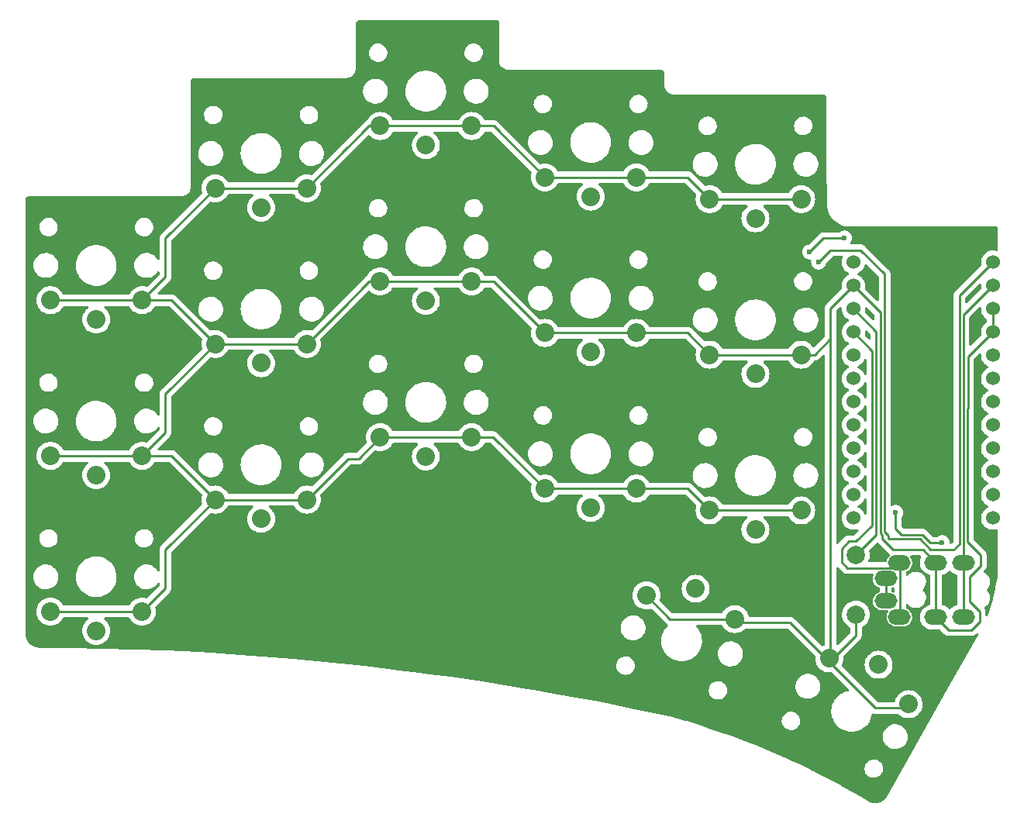
<source format=gbl>
G04 #@! TF.GenerationSoftware,KiCad,Pcbnew,(6.0.4)*
G04 #@! TF.CreationDate,2022-04-21T21:54:51+02:00*
G04 #@! TF.ProjectId,ferris-sweep-compact,66657272-6973-42d7-9377-6565702d636f,0.1*
G04 #@! TF.SameCoordinates,Original*
G04 #@! TF.FileFunction,Copper,L2,Bot*
G04 #@! TF.FilePolarity,Positive*
%FSLAX46Y46*%
G04 Gerber Fmt 4.6, Leading zero omitted, Abs format (unit mm)*
G04 Created by KiCad (PCBNEW (6.0.4)) date 2022-04-21 21:54:51*
%MOMM*%
%LPD*%
G01*
G04 APERTURE LIST*
G04 #@! TA.AperFunction,ComponentPad*
%ADD10C,2.032000*%
G04 #@! TD*
G04 #@! TA.AperFunction,ComponentPad*
%ADD11C,1.524000*%
G04 #@! TD*
G04 #@! TA.AperFunction,ComponentPad*
%ADD12C,2.000000*%
G04 #@! TD*
G04 #@! TA.AperFunction,ComponentPad*
%ADD13O,2.500000X1.700000*%
G04 #@! TD*
G04 #@! TA.AperFunction,ViaPad*
%ADD14C,0.600000*%
G04 #@! TD*
G04 #@! TA.AperFunction,Conductor*
%ADD15C,0.250000*%
G04 #@! TD*
G04 APERTURE END LIST*
D10*
X132730127Y-90689103D03*
X124069873Y-85689103D03*
X129450000Y-86370450D03*
D11*
X141911400Y-42422000D03*
X141911400Y-44962000D03*
X141911400Y-47502000D03*
X141911400Y-50042000D03*
X141911400Y-52582000D03*
X141911400Y-55122000D03*
X141911400Y-57662000D03*
X141911400Y-60202000D03*
X141911400Y-62742000D03*
X141911400Y-65282000D03*
X141911400Y-67822000D03*
X141911400Y-70362000D03*
X126691400Y-70362000D03*
X126691400Y-67822000D03*
X126691400Y-65282000D03*
X126691400Y-62742000D03*
X126691400Y-60202000D03*
X126691400Y-57662000D03*
X126691400Y-55122000D03*
X126691400Y-52582000D03*
X126691400Y-50042000D03*
X126691400Y-47502000D03*
X126691400Y-44962000D03*
X126691400Y-42422000D03*
D10*
X85000000Y-44520000D03*
X75000000Y-44520000D03*
X80000000Y-46620000D03*
X49000000Y-46570000D03*
X39000000Y-46570000D03*
X44000000Y-48670000D03*
X67000000Y-34340000D03*
X57000000Y-34340000D03*
X62000000Y-36440000D03*
X85000000Y-27530000D03*
X75000000Y-27530000D03*
X80000000Y-29630000D03*
X103000000Y-33140000D03*
X93000000Y-33140000D03*
X98000000Y-35240000D03*
X121000000Y-35520000D03*
X111000000Y-35520000D03*
X116000000Y-37620000D03*
X49000000Y-63570000D03*
X39000000Y-63570000D03*
X44000000Y-65670000D03*
X67000000Y-51340000D03*
X57000000Y-51340000D03*
X62000000Y-53440000D03*
X103000000Y-50140000D03*
X93000000Y-50140000D03*
X98000000Y-52240000D03*
X121000000Y-52520000D03*
X111000000Y-52520000D03*
X116000000Y-54620000D03*
X67000000Y-68345000D03*
X57000000Y-68345000D03*
X62000000Y-70445000D03*
X85000000Y-61520000D03*
X75000000Y-61520000D03*
X80000000Y-63620000D03*
X103000000Y-67145000D03*
X93000000Y-67145000D03*
X98000000Y-69245000D03*
X121000000Y-69520000D03*
X111000000Y-69520000D03*
X116000000Y-71620000D03*
X113753142Y-81393577D03*
X104093883Y-78805387D03*
X109467032Y-78071038D03*
X49000000Y-80575000D03*
X39000000Y-80575000D03*
X44000000Y-82675000D03*
D12*
X126970000Y-74390000D03*
X126970000Y-80890000D03*
D13*
X131720000Y-75230000D03*
X130220000Y-79430000D03*
X138720000Y-75230000D03*
X135720000Y-75230000D03*
X138720000Y-81180000D03*
X135720000Y-81180000D03*
X131720000Y-81180000D03*
X130220000Y-76980000D03*
D14*
X121920000Y-41294000D03*
X125730000Y-39770000D03*
X131318000Y-69742000D03*
X136398000Y-73044000D03*
X122900000Y-42400000D03*
D15*
X124206000Y-39770000D02*
X125730000Y-39770000D01*
X131318000Y-69742000D02*
X131318000Y-71520000D01*
X131971990Y-72173990D02*
X134257990Y-72173990D01*
X131318000Y-71520000D02*
X131971990Y-72173990D01*
X135128000Y-73044000D02*
X136398000Y-73044000D01*
X134257990Y-72173990D02*
X135128000Y-73044000D01*
X123444000Y-39770000D02*
X121920000Y-41294000D01*
X124206000Y-39770000D02*
X123444000Y-39770000D01*
X135720000Y-81180000D02*
X135720000Y-75230000D01*
X39000000Y-46570000D02*
X49000000Y-46570000D01*
X57000000Y-34340000D02*
X67000000Y-34340000D01*
X39000000Y-63570000D02*
X49000000Y-63570000D01*
X57000000Y-68345000D02*
X67000000Y-68345000D01*
X57000000Y-51340000D02*
X67000000Y-51340000D01*
X39000000Y-80575000D02*
X49000000Y-80575000D01*
X129069873Y-91089103D02*
X132730127Y-91089103D01*
X124069873Y-86089103D02*
X129069873Y-91089103D01*
X126970000Y-83188976D02*
X124069873Y-86089103D01*
X126970000Y-80890000D02*
X126970000Y-83188976D01*
X119774347Y-81793577D02*
X124069873Y-86089103D01*
X113753142Y-81793577D02*
X119774347Y-81793577D01*
X71475000Y-63870000D02*
X67000000Y-68345000D01*
X57000000Y-68345000D02*
X51550000Y-73795000D01*
X51550000Y-78025000D02*
X49000000Y-80575000D01*
X51550000Y-73795000D02*
X51550000Y-78025000D01*
X57000000Y-51345000D02*
X51550000Y-56795000D01*
X51550000Y-61025000D02*
X49000000Y-63575000D01*
X51550000Y-56795000D02*
X51550000Y-61025000D01*
X57000000Y-34345000D02*
X51550000Y-39795000D01*
X51550000Y-39795000D02*
X51550000Y-44025000D01*
X51550000Y-44025000D02*
X49000000Y-46575000D01*
X71470000Y-46870000D02*
X67000000Y-51340000D01*
X71460000Y-29880000D02*
X67000000Y-34340000D01*
X126691400Y-44962000D02*
X129650010Y-47920610D01*
X129650010Y-47920610D02*
X129650010Y-72050010D01*
X124100000Y-86058976D02*
X124069873Y-86089103D01*
X141911400Y-47502000D02*
X141911400Y-50042000D01*
X140500000Y-81700000D02*
X139600000Y-82600000D01*
X139400000Y-79500000D02*
X140500000Y-80600000D01*
X139400000Y-76800000D02*
X139400000Y-79500000D01*
X140600000Y-75600000D02*
X139400000Y-76800000D01*
X140600000Y-74400000D02*
X140600000Y-75600000D01*
X139600000Y-82600000D02*
X137140000Y-82600000D01*
X140500000Y-80600000D02*
X140500000Y-81700000D01*
X139170010Y-72970010D02*
X140600000Y-74400000D01*
X139170010Y-58429990D02*
X139170010Y-72970010D01*
X137140000Y-82600000D02*
X135720000Y-81180000D01*
X139200000Y-58400000D02*
X139170010Y-58429990D01*
X139200000Y-52753400D02*
X139200000Y-58400000D01*
X141911400Y-50042000D02*
X139200000Y-52753400D01*
X126691400Y-44962000D02*
X124200000Y-47453400D01*
X124200000Y-85958976D02*
X124069873Y-86089103D01*
X124200000Y-50420000D02*
X124200000Y-50300000D01*
X124200000Y-47453400D02*
X124200000Y-50300000D01*
X124200000Y-67400000D02*
X124200000Y-85958976D01*
X52230000Y-46570000D02*
X57000000Y-51340000D01*
X49000000Y-46570000D02*
X52230000Y-46570000D01*
X52225000Y-63570000D02*
X57000000Y-68345000D01*
X49000000Y-63570000D02*
X52225000Y-63570000D01*
X129838000Y-72580000D02*
X131064000Y-73806000D01*
X129838000Y-72238000D02*
X129838000Y-72580000D01*
X129650010Y-72050010D02*
X129838000Y-72238000D01*
X134296000Y-73806000D02*
X135720000Y-75230000D01*
X131064000Y-73806000D02*
X134296000Y-73806000D01*
X73810000Y-27530000D02*
X75000000Y-27530000D01*
X67000000Y-34340000D02*
X73810000Y-27530000D01*
X75000000Y-27530000D02*
X85000000Y-27530000D01*
X87390000Y-27530000D02*
X93000000Y-33140000D01*
X85000000Y-27530000D02*
X87390000Y-27530000D01*
X93000000Y-33140000D02*
X103000000Y-33140000D01*
X108620000Y-33140000D02*
X111000000Y-35520000D01*
X103000000Y-33140000D02*
X108620000Y-33140000D01*
X111000000Y-35520000D02*
X121000000Y-35520000D01*
X73820000Y-44520000D02*
X75000000Y-44520000D01*
X67000000Y-51340000D02*
X73820000Y-44520000D01*
X75000000Y-44520000D02*
X85000000Y-44520000D01*
X87380000Y-44520000D02*
X93000000Y-50140000D01*
X85000000Y-44520000D02*
X87380000Y-44520000D01*
X93000000Y-50140000D02*
X103000000Y-50140000D01*
X108620000Y-50140000D02*
X111000000Y-52520000D01*
X103000000Y-50140000D02*
X108620000Y-50140000D01*
X111000000Y-52520000D02*
X121000000Y-52520000D01*
X122486000Y-52520000D02*
X124200000Y-50806000D01*
X121000000Y-52520000D02*
X122486000Y-52520000D01*
X124200000Y-50806000D02*
X124200000Y-67400000D01*
X124200000Y-50300000D02*
X124200000Y-50806000D01*
X72650000Y-63870000D02*
X75000000Y-61520000D01*
X71475000Y-63870000D02*
X72650000Y-63870000D01*
X75000000Y-61520000D02*
X85000000Y-61520000D01*
X87375000Y-61520000D02*
X93000000Y-67145000D01*
X85000000Y-61520000D02*
X87375000Y-61520000D01*
X93000000Y-67145000D02*
X103000000Y-67145000D01*
X108625000Y-67145000D02*
X111000000Y-69520000D01*
X103000000Y-67145000D02*
X108625000Y-67145000D01*
X111000000Y-69520000D02*
X121000000Y-69520000D01*
X106682073Y-81393577D02*
X113753142Y-81393577D01*
X104093883Y-78805387D02*
X106682073Y-81393577D01*
X131795010Y-81104990D02*
X131720000Y-81180000D01*
X131795010Y-75305010D02*
X131795010Y-81104990D01*
X131720000Y-75230000D02*
X131795010Y-75305010D01*
X131795010Y-75305010D02*
X131795010Y-76493295D01*
X128749990Y-71150010D02*
X128749990Y-52100590D01*
X127000000Y-72900000D02*
X128749990Y-71150010D01*
X126200000Y-72900000D02*
X127000000Y-72900000D01*
X125400000Y-75200000D02*
X125400000Y-73700000D01*
X126000000Y-75800000D02*
X125400000Y-75200000D01*
X131150000Y-75800000D02*
X126000000Y-75800000D01*
X128749990Y-52100590D02*
X126691400Y-50042000D01*
X125400000Y-73700000D02*
X126200000Y-72900000D01*
X131720000Y-75230000D02*
X131150000Y-75800000D01*
X138269990Y-46063410D02*
X141911400Y-42422000D01*
X130100020Y-43700020D02*
X130100020Y-71863610D01*
X138269990Y-71630010D02*
X138269990Y-46063410D01*
X127500000Y-41100000D02*
X130100020Y-43700020D01*
X124200000Y-41100000D02*
X127500000Y-41100000D01*
X122900000Y-42400000D02*
X124200000Y-41100000D01*
X130283205Y-72046795D02*
X130288010Y-72051600D01*
X130100020Y-71863610D02*
X130283205Y-72046795D01*
X130518410Y-72282000D02*
X130518410Y-72624000D01*
X130100020Y-71863610D02*
X130518410Y-72282000D01*
X133946000Y-72624000D02*
X135128000Y-73806000D01*
X130518410Y-72624000D02*
X133946000Y-72624000D01*
X135128000Y-73806000D02*
X136094000Y-73806000D01*
X136094000Y-73806000D02*
X137668000Y-73806000D01*
X138269990Y-73204010D02*
X138269990Y-71630010D01*
X137668000Y-73806000D02*
X138269990Y-73204010D01*
X138720000Y-75230000D02*
X138720000Y-81180000D01*
X138720000Y-48153400D02*
X141911400Y-44962000D01*
X138720000Y-75230000D02*
X138720000Y-48153400D01*
X126970000Y-74390000D02*
X129200000Y-72160000D01*
X129200000Y-50010600D02*
X126691400Y-47502000D01*
X129200000Y-72160000D02*
X129200000Y-50010600D01*
X130220000Y-79430000D02*
X130220000Y-76980000D01*
G04 #@! TA.AperFunction,NonConductor*
G36*
X128104504Y-42613171D02*
G01*
X128143999Y-42639903D01*
X129429615Y-43925519D01*
X129463641Y-43987831D01*
X129466520Y-44014614D01*
X129466520Y-46537025D01*
X129446518Y-46605146D01*
X129392862Y-46651639D01*
X129322588Y-46661743D01*
X129258008Y-46632249D01*
X129251425Y-46626120D01*
X127969526Y-45344221D01*
X127935500Y-45281909D01*
X127936915Y-45222514D01*
X127945953Y-45188783D01*
X127945954Y-45188777D01*
X127947378Y-45183463D01*
X127966753Y-44962000D01*
X127947378Y-44740537D01*
X127889840Y-44525804D01*
X127864150Y-44470712D01*
X127798214Y-44329311D01*
X127798211Y-44329306D01*
X127795888Y-44324324D01*
X127780993Y-44303052D01*
X127671536Y-44146730D01*
X127671534Y-44146727D01*
X127668377Y-44142219D01*
X127511181Y-43985023D01*
X127506673Y-43981866D01*
X127506670Y-43981864D01*
X127399494Y-43906819D01*
X127329077Y-43857512D01*
X127324095Y-43855189D01*
X127324090Y-43855186D01*
X127219027Y-43806195D01*
X127165742Y-43759278D01*
X127146281Y-43691001D01*
X127166823Y-43623041D01*
X127219027Y-43577805D01*
X127324090Y-43528814D01*
X127324095Y-43528811D01*
X127329077Y-43526488D01*
X127500740Y-43406288D01*
X127506670Y-43402136D01*
X127506673Y-43402134D01*
X127511181Y-43398977D01*
X127668377Y-43241781D01*
X127678915Y-43226732D01*
X127792731Y-43064185D01*
X127792732Y-43064183D01*
X127795888Y-43059676D01*
X127798211Y-43054694D01*
X127798214Y-43054689D01*
X127887517Y-42863178D01*
X127887518Y-42863177D01*
X127889840Y-42858196D01*
X127894836Y-42839553D01*
X127933197Y-42696387D01*
X127970149Y-42635764D01*
X128034010Y-42604743D01*
X128104504Y-42613171D01*
G37*
G04 #@! TD.AperFunction*
G04 #@! TA.AperFunction,NonConductor*
G36*
X140559740Y-44773730D02*
G01*
X140616576Y-44816277D01*
X140641387Y-44882797D01*
X140641229Y-44902767D01*
X140639646Y-44920859D01*
X140636047Y-44962000D01*
X140655422Y-45183463D01*
X140656846Y-45188777D01*
X140656847Y-45188783D01*
X140665885Y-45222514D01*
X140664196Y-45293490D01*
X140633274Y-45344221D01*
X139118585Y-46858910D01*
X139056273Y-46892936D01*
X138985458Y-46887871D01*
X138928622Y-46845324D01*
X138903811Y-46778804D01*
X138903490Y-46769815D01*
X138903490Y-46378004D01*
X138923492Y-46309883D01*
X138940395Y-46288909D01*
X140426613Y-44802691D01*
X140488925Y-44768665D01*
X140559740Y-44773730D01*
G37*
G04 #@! TD.AperFunction*
G04 #@! TA.AperFunction,NonConductor*
G36*
X128160991Y-47329733D02*
G01*
X128176187Y-47342691D01*
X128979605Y-48146109D01*
X129013631Y-48208421D01*
X129016510Y-48235204D01*
X129016510Y-48627016D01*
X128996508Y-48695137D01*
X128942852Y-48741630D01*
X128872578Y-48751734D01*
X128807998Y-48722240D01*
X128801431Y-48716127D01*
X127969524Y-47884219D01*
X127935500Y-47821909D01*
X127936915Y-47762514D01*
X127945953Y-47728783D01*
X127945954Y-47728776D01*
X127947378Y-47723463D01*
X127966753Y-47502000D01*
X127961571Y-47442767D01*
X127975561Y-47373162D01*
X128024960Y-47322170D01*
X128094086Y-47305980D01*
X128160991Y-47329733D01*
G37*
G04 #@! TD.AperFunction*
G04 #@! TA.AperFunction,NonConductor*
G36*
X128160991Y-49869733D02*
G01*
X128176187Y-49882691D01*
X128529595Y-50236099D01*
X128563621Y-50298411D01*
X128566500Y-50325194D01*
X128566500Y-50717005D01*
X128546498Y-50785126D01*
X128492842Y-50831619D01*
X128422568Y-50841723D01*
X128357988Y-50812229D01*
X128351404Y-50806100D01*
X128234661Y-50689356D01*
X127969525Y-50424220D01*
X127935500Y-50361908D01*
X127936915Y-50302512D01*
X127945954Y-50268780D01*
X127945955Y-50268772D01*
X127947378Y-50263463D01*
X127966753Y-50042000D01*
X127961571Y-49982767D01*
X127975561Y-49913162D01*
X128024960Y-49862170D01*
X128094086Y-49845980D01*
X128160991Y-49869733D01*
G37*
G04 #@! TD.AperFunction*
G04 #@! TA.AperFunction,NonConductor*
G36*
X140559740Y-47313730D02*
G01*
X140616576Y-47356277D01*
X140641387Y-47422797D01*
X140641229Y-47442767D01*
X140636047Y-47502000D01*
X140655422Y-47723463D01*
X140712960Y-47938196D01*
X140715282Y-47943177D01*
X140715283Y-47943178D01*
X140804586Y-48134689D01*
X140804589Y-48134694D01*
X140806912Y-48139676D01*
X140810068Y-48144183D01*
X140810069Y-48144185D01*
X140924203Y-48307185D01*
X140934423Y-48321781D01*
X141091619Y-48478977D01*
X141096127Y-48482134D01*
X141096130Y-48482136D01*
X141139649Y-48512608D01*
X141211525Y-48562936D01*
X141224171Y-48571791D01*
X141268499Y-48627248D01*
X141277900Y-48675004D01*
X141277900Y-48868996D01*
X141257898Y-48937117D01*
X141224171Y-48972209D01*
X141096130Y-49061864D01*
X141096127Y-49061866D01*
X141091619Y-49065023D01*
X140934423Y-49222219D01*
X140931266Y-49226727D01*
X140931264Y-49226730D01*
X140832016Y-49368472D01*
X140806912Y-49404324D01*
X140804589Y-49409306D01*
X140804586Y-49409311D01*
X140717885Y-49595242D01*
X140712960Y-49605804D01*
X140711538Y-49611112D01*
X140711537Y-49611114D01*
X140699042Y-49657745D01*
X140655422Y-49820537D01*
X140636047Y-50042000D01*
X140655422Y-50263463D01*
X140656846Y-50268776D01*
X140656846Y-50268777D01*
X140665886Y-50302516D01*
X140664196Y-50373493D01*
X140633274Y-50424222D01*
X139568595Y-51488900D01*
X139506283Y-51522926D01*
X139435467Y-51517861D01*
X139378632Y-51475314D01*
X139353821Y-51408794D01*
X139353500Y-51399805D01*
X139353500Y-48467994D01*
X139373502Y-48399873D01*
X139390405Y-48378899D01*
X140426613Y-47342691D01*
X140488925Y-47308665D01*
X140559740Y-47313730D01*
G37*
G04 #@! TD.AperFunction*
G04 #@! TA.AperFunction,NonConductor*
G36*
X128059450Y-52995039D02*
G01*
X128105515Y-53049062D01*
X128116490Y-53100493D01*
X128116490Y-54603507D01*
X128096488Y-54671628D01*
X128042832Y-54718121D01*
X127972558Y-54728225D01*
X127907978Y-54698731D01*
X127876295Y-54656757D01*
X127798214Y-54489311D01*
X127798211Y-54489306D01*
X127795888Y-54484324D01*
X127767855Y-54444288D01*
X127671536Y-54306730D01*
X127671534Y-54306727D01*
X127668377Y-54302219D01*
X127511181Y-54145023D01*
X127506673Y-54141866D01*
X127506670Y-54141864D01*
X127389349Y-54059715D01*
X127329077Y-54017512D01*
X127324095Y-54015189D01*
X127324090Y-54015186D01*
X127219027Y-53966195D01*
X127165742Y-53919278D01*
X127146281Y-53851001D01*
X127166823Y-53783041D01*
X127219027Y-53737805D01*
X127324090Y-53688814D01*
X127324095Y-53688811D01*
X127329077Y-53686488D01*
X127456085Y-53597556D01*
X127506670Y-53562136D01*
X127506673Y-53562134D01*
X127511181Y-53558977D01*
X127668377Y-53401781D01*
X127693683Y-53365641D01*
X127792731Y-53224185D01*
X127792732Y-53224183D01*
X127795888Y-53219676D01*
X127798211Y-53214694D01*
X127798214Y-53214689D01*
X127866619Y-53067994D01*
X127876295Y-53047243D01*
X127923212Y-52993958D01*
X127991490Y-52974497D01*
X128059450Y-52995039D01*
G37*
G04 #@! TD.AperFunction*
G04 #@! TA.AperFunction,NonConductor*
G36*
X128059450Y-55535039D02*
G01*
X128105515Y-55589062D01*
X128116490Y-55640493D01*
X128116490Y-57143507D01*
X128096488Y-57211628D01*
X128042832Y-57258121D01*
X127972558Y-57268225D01*
X127907978Y-57238731D01*
X127876295Y-57196757D01*
X127798214Y-57029311D01*
X127798211Y-57029306D01*
X127795888Y-57024324D01*
X127717323Y-56912121D01*
X127671536Y-56846730D01*
X127671534Y-56846727D01*
X127668377Y-56842219D01*
X127511181Y-56685023D01*
X127506673Y-56681866D01*
X127506670Y-56681864D01*
X127413827Y-56616855D01*
X127329077Y-56557512D01*
X127324095Y-56555189D01*
X127324090Y-56555186D01*
X127219027Y-56506195D01*
X127165742Y-56459278D01*
X127146281Y-56391001D01*
X127166823Y-56323041D01*
X127219027Y-56277805D01*
X127324090Y-56228814D01*
X127324095Y-56228811D01*
X127329077Y-56226488D01*
X127439435Y-56149214D01*
X127506670Y-56102136D01*
X127506673Y-56102134D01*
X127511181Y-56098977D01*
X127668377Y-55941781D01*
X127686765Y-55915521D01*
X127792731Y-55764185D01*
X127792732Y-55764183D01*
X127795888Y-55759676D01*
X127798211Y-55754694D01*
X127798214Y-55754689D01*
X127876295Y-55587243D01*
X127923212Y-55533958D01*
X127991490Y-55514497D01*
X128059450Y-55535039D01*
G37*
G04 #@! TD.AperFunction*
G04 #@! TA.AperFunction,NonConductor*
G36*
X128059450Y-58075039D02*
G01*
X128105515Y-58129062D01*
X128116490Y-58180493D01*
X128116490Y-59683507D01*
X128096488Y-59751628D01*
X128042832Y-59798121D01*
X127972558Y-59808225D01*
X127907978Y-59778731D01*
X127876295Y-59736757D01*
X127875383Y-59734800D01*
X127852150Y-59684978D01*
X127798214Y-59569311D01*
X127798211Y-59569306D01*
X127795888Y-59564324D01*
X127768930Y-59525824D01*
X127671536Y-59386730D01*
X127671534Y-59386727D01*
X127668377Y-59382219D01*
X127511181Y-59225023D01*
X127506673Y-59221866D01*
X127506670Y-59221864D01*
X127401098Y-59147942D01*
X127329077Y-59097512D01*
X127324095Y-59095189D01*
X127324090Y-59095186D01*
X127229473Y-59051066D01*
X127219027Y-59046195D01*
X127165742Y-58999278D01*
X127146281Y-58931001D01*
X127166823Y-58863041D01*
X127219027Y-58817805D01*
X127324090Y-58768814D01*
X127324095Y-58768811D01*
X127329077Y-58766488D01*
X127501677Y-58645632D01*
X127506670Y-58642136D01*
X127506673Y-58642134D01*
X127511181Y-58638977D01*
X127668377Y-58481781D01*
X127689342Y-58451841D01*
X127792731Y-58304185D01*
X127792732Y-58304183D01*
X127795888Y-58299676D01*
X127798211Y-58294694D01*
X127798214Y-58294689D01*
X127868842Y-58143227D01*
X127876295Y-58127243D01*
X127923212Y-58073958D01*
X127991490Y-58054497D01*
X128059450Y-58075039D01*
G37*
G04 #@! TD.AperFunction*
G04 #@! TA.AperFunction,NonConductor*
G36*
X128059450Y-60615039D02*
G01*
X128105515Y-60669062D01*
X128116490Y-60720493D01*
X128116490Y-62223507D01*
X128096488Y-62291628D01*
X128042832Y-62338121D01*
X127972558Y-62348225D01*
X127907978Y-62318731D01*
X127876295Y-62276757D01*
X127798214Y-62109311D01*
X127798211Y-62109306D01*
X127795888Y-62104324D01*
X127764581Y-62059613D01*
X127671536Y-61926730D01*
X127671534Y-61926727D01*
X127668377Y-61922219D01*
X127511181Y-61765023D01*
X127506673Y-61761866D01*
X127506670Y-61761864D01*
X127403049Y-61689308D01*
X127329077Y-61637512D01*
X127324095Y-61635189D01*
X127324090Y-61635186D01*
X127231727Y-61592117D01*
X127219027Y-61586195D01*
X127165742Y-61539278D01*
X127146281Y-61471001D01*
X127166823Y-61403041D01*
X127219027Y-61357805D01*
X127324090Y-61308814D01*
X127324095Y-61308811D01*
X127329077Y-61306488D01*
X127476666Y-61203145D01*
X127506670Y-61182136D01*
X127506673Y-61182134D01*
X127511181Y-61178977D01*
X127668377Y-61021781D01*
X127676405Y-61010317D01*
X127792731Y-60844185D01*
X127792732Y-60844183D01*
X127795888Y-60839676D01*
X127798211Y-60834694D01*
X127798214Y-60834689D01*
X127876295Y-60667243D01*
X127923212Y-60613958D01*
X127991490Y-60594497D01*
X128059450Y-60615039D01*
G37*
G04 #@! TD.AperFunction*
G04 #@! TA.AperFunction,NonConductor*
G36*
X128059450Y-63155039D02*
G01*
X128105515Y-63209062D01*
X128116490Y-63260493D01*
X128116490Y-64763507D01*
X128096488Y-64831628D01*
X128042832Y-64878121D01*
X127972558Y-64888225D01*
X127907978Y-64858731D01*
X127876295Y-64816757D01*
X127798214Y-64649311D01*
X127798211Y-64649306D01*
X127795888Y-64644324D01*
X127792731Y-64639815D01*
X127671536Y-64466730D01*
X127671534Y-64466727D01*
X127668377Y-64462219D01*
X127511181Y-64305023D01*
X127506673Y-64301866D01*
X127506670Y-64301864D01*
X127394757Y-64223502D01*
X127329077Y-64177512D01*
X127324095Y-64175189D01*
X127324090Y-64175186D01*
X127219027Y-64126195D01*
X127165742Y-64079278D01*
X127146281Y-64011001D01*
X127166823Y-63943041D01*
X127219027Y-63897805D01*
X127324090Y-63848814D01*
X127324095Y-63848811D01*
X127329077Y-63846488D01*
X127459704Y-63755022D01*
X127506670Y-63722136D01*
X127506673Y-63722134D01*
X127511181Y-63718977D01*
X127668377Y-63561781D01*
X127678453Y-63547392D01*
X127792731Y-63384185D01*
X127792732Y-63384183D01*
X127795888Y-63379676D01*
X127798211Y-63374694D01*
X127798214Y-63374689D01*
X127876295Y-63207243D01*
X127923212Y-63153958D01*
X127991490Y-63134497D01*
X128059450Y-63155039D01*
G37*
G04 #@! TD.AperFunction*
G04 #@! TA.AperFunction,NonConductor*
G36*
X128059450Y-65695039D02*
G01*
X128105515Y-65749062D01*
X128116490Y-65800493D01*
X128116490Y-67303507D01*
X128096488Y-67371628D01*
X128042832Y-67418121D01*
X127972558Y-67428225D01*
X127907978Y-67398731D01*
X127876295Y-67356757D01*
X127798214Y-67189311D01*
X127798211Y-67189306D01*
X127795888Y-67184324D01*
X127754716Y-67125524D01*
X127671536Y-67006730D01*
X127671534Y-67006727D01*
X127668377Y-67002219D01*
X127511181Y-66845023D01*
X127506673Y-66841866D01*
X127506670Y-66841864D01*
X127422977Y-66783262D01*
X127329077Y-66717512D01*
X127324095Y-66715189D01*
X127324090Y-66715186D01*
X127219555Y-66666441D01*
X127219027Y-66666195D01*
X127165742Y-66619278D01*
X127146281Y-66551001D01*
X127166823Y-66483041D01*
X127219027Y-66437805D01*
X127324090Y-66388814D01*
X127324095Y-66388811D01*
X127329077Y-66386488D01*
X127505460Y-66262983D01*
X127506670Y-66262136D01*
X127506673Y-66262134D01*
X127511181Y-66258977D01*
X127668377Y-66101781D01*
X127699952Y-66056688D01*
X127792731Y-65924185D01*
X127792732Y-65924183D01*
X127795888Y-65919676D01*
X127798211Y-65914694D01*
X127798214Y-65914689D01*
X127876295Y-65747243D01*
X127923212Y-65693958D01*
X127991490Y-65674497D01*
X128059450Y-65695039D01*
G37*
G04 #@! TD.AperFunction*
G04 #@! TA.AperFunction,NonConductor*
G36*
X128059450Y-68235039D02*
G01*
X128105515Y-68289062D01*
X128116490Y-68340493D01*
X128116490Y-69843507D01*
X128096488Y-69911628D01*
X128042832Y-69958121D01*
X127972558Y-69968225D01*
X127907978Y-69938731D01*
X127876295Y-69896757D01*
X127798214Y-69729311D01*
X127798211Y-69729306D01*
X127795888Y-69724324D01*
X127686950Y-69568744D01*
X127671536Y-69546730D01*
X127671534Y-69546727D01*
X127668377Y-69542219D01*
X127511181Y-69385023D01*
X127506673Y-69381866D01*
X127506670Y-69381864D01*
X127430905Y-69328813D01*
X127329077Y-69257512D01*
X127324095Y-69255189D01*
X127324090Y-69255186D01*
X127219027Y-69206195D01*
X127165742Y-69159278D01*
X127146281Y-69091001D01*
X127166823Y-69023041D01*
X127219027Y-68977805D01*
X127324090Y-68928814D01*
X127324095Y-68928811D01*
X127329077Y-68926488D01*
X127430905Y-68855187D01*
X127506670Y-68802136D01*
X127506673Y-68802134D01*
X127511181Y-68798977D01*
X127668377Y-68641781D01*
X127682823Y-68621151D01*
X127792731Y-68464185D01*
X127792732Y-68464183D01*
X127795888Y-68459676D01*
X127798211Y-68454694D01*
X127798214Y-68454689D01*
X127876295Y-68287243D01*
X127923212Y-68233958D01*
X127991490Y-68214497D01*
X128059450Y-68235039D01*
G37*
G04 #@! TD.AperFunction*
G04 #@! TA.AperFunction,NonConductor*
G36*
X125339740Y-47313730D02*
G01*
X125396576Y-47356277D01*
X125421387Y-47422797D01*
X125421229Y-47442767D01*
X125416047Y-47502000D01*
X125435422Y-47723463D01*
X125492960Y-47938196D01*
X125495282Y-47943177D01*
X125495283Y-47943178D01*
X125584586Y-48134689D01*
X125584589Y-48134694D01*
X125586912Y-48139676D01*
X125590068Y-48144183D01*
X125590069Y-48144185D01*
X125704203Y-48307185D01*
X125714423Y-48321781D01*
X125871619Y-48478977D01*
X125876127Y-48482134D01*
X125876130Y-48482136D01*
X125919649Y-48512608D01*
X126053723Y-48606488D01*
X126058705Y-48608811D01*
X126058710Y-48608814D01*
X126163773Y-48657805D01*
X126217058Y-48704722D01*
X126236519Y-48772999D01*
X126215977Y-48840959D01*
X126163773Y-48886195D01*
X126058711Y-48935186D01*
X126058706Y-48935189D01*
X126053724Y-48937512D01*
X126049217Y-48940668D01*
X126049215Y-48940669D01*
X125876130Y-49061864D01*
X125876127Y-49061866D01*
X125871619Y-49065023D01*
X125714423Y-49222219D01*
X125711266Y-49226727D01*
X125711264Y-49226730D01*
X125612016Y-49368472D01*
X125586912Y-49404324D01*
X125584589Y-49409306D01*
X125584586Y-49409311D01*
X125497885Y-49595242D01*
X125492960Y-49605804D01*
X125491538Y-49611112D01*
X125491537Y-49611114D01*
X125479042Y-49657745D01*
X125435422Y-49820537D01*
X125416047Y-50042000D01*
X125435422Y-50263463D01*
X125492960Y-50478196D01*
X125495282Y-50483177D01*
X125495283Y-50483178D01*
X125584586Y-50674689D01*
X125584589Y-50674694D01*
X125586912Y-50679676D01*
X125590068Y-50684183D01*
X125590069Y-50684185D01*
X125710276Y-50855858D01*
X125714423Y-50861781D01*
X125871619Y-51018977D01*
X125876127Y-51022134D01*
X125876130Y-51022136D01*
X125951895Y-51075187D01*
X126053723Y-51146488D01*
X126058705Y-51148811D01*
X126058710Y-51148814D01*
X126163773Y-51197805D01*
X126217058Y-51244722D01*
X126236519Y-51312999D01*
X126215977Y-51380959D01*
X126163773Y-51426195D01*
X126058711Y-51475186D01*
X126058706Y-51475189D01*
X126053724Y-51477512D01*
X126049217Y-51480668D01*
X126049215Y-51480669D01*
X125876130Y-51601864D01*
X125876127Y-51601866D01*
X125871619Y-51605023D01*
X125714423Y-51762219D01*
X125711266Y-51766727D01*
X125711264Y-51766730D01*
X125598122Y-51928314D01*
X125586912Y-51944324D01*
X125584589Y-51949306D01*
X125584586Y-51949311D01*
X125524829Y-52077460D01*
X125492960Y-52145804D01*
X125435422Y-52360537D01*
X125416047Y-52582000D01*
X125435422Y-52803463D01*
X125452936Y-52868826D01*
X125484800Y-52987741D01*
X125492960Y-53018196D01*
X125495282Y-53023177D01*
X125495283Y-53023178D01*
X125584586Y-53214689D01*
X125584589Y-53214694D01*
X125586912Y-53219676D01*
X125590068Y-53224183D01*
X125590069Y-53224185D01*
X125689118Y-53365641D01*
X125714423Y-53401781D01*
X125871619Y-53558977D01*
X125876127Y-53562134D01*
X125876130Y-53562136D01*
X125926715Y-53597556D01*
X126053723Y-53686488D01*
X126058705Y-53688811D01*
X126058710Y-53688814D01*
X126163773Y-53737805D01*
X126217058Y-53784722D01*
X126236519Y-53852999D01*
X126215977Y-53920959D01*
X126163773Y-53966195D01*
X126058711Y-54015186D01*
X126058706Y-54015189D01*
X126053724Y-54017512D01*
X126049217Y-54020668D01*
X126049215Y-54020669D01*
X125876130Y-54141864D01*
X125876127Y-54141866D01*
X125871619Y-54145023D01*
X125714423Y-54302219D01*
X125711266Y-54306727D01*
X125711264Y-54306730D01*
X125614945Y-54444288D01*
X125586912Y-54484324D01*
X125584589Y-54489306D01*
X125584586Y-54489311D01*
X125495283Y-54680822D01*
X125492960Y-54685804D01*
X125435422Y-54900537D01*
X125416047Y-55122000D01*
X125435422Y-55343463D01*
X125473897Y-55487051D01*
X125483427Y-55522617D01*
X125492960Y-55558196D01*
X125495282Y-55563177D01*
X125495283Y-55563178D01*
X125584586Y-55754689D01*
X125584589Y-55754694D01*
X125586912Y-55759676D01*
X125590068Y-55764183D01*
X125590069Y-55764185D01*
X125696036Y-55915521D01*
X125714423Y-55941781D01*
X125871619Y-56098977D01*
X125876127Y-56102134D01*
X125876130Y-56102136D01*
X125943365Y-56149214D01*
X126053723Y-56226488D01*
X126058705Y-56228811D01*
X126058710Y-56228814D01*
X126163773Y-56277805D01*
X126217058Y-56324722D01*
X126236519Y-56392999D01*
X126215977Y-56460959D01*
X126163773Y-56506195D01*
X126058711Y-56555186D01*
X126058706Y-56555189D01*
X126053724Y-56557512D01*
X126049217Y-56560668D01*
X126049215Y-56560669D01*
X125876130Y-56681864D01*
X125876127Y-56681866D01*
X125871619Y-56685023D01*
X125714423Y-56842219D01*
X125711266Y-56846727D01*
X125711264Y-56846730D01*
X125665477Y-56912121D01*
X125586912Y-57024324D01*
X125584589Y-57029306D01*
X125584586Y-57029311D01*
X125511930Y-57185123D01*
X125492960Y-57225804D01*
X125435422Y-57440537D01*
X125416047Y-57662000D01*
X125435422Y-57883463D01*
X125492960Y-58098196D01*
X125495282Y-58103177D01*
X125495283Y-58103178D01*
X125584586Y-58294689D01*
X125584589Y-58294694D01*
X125586912Y-58299676D01*
X125590068Y-58304183D01*
X125590069Y-58304185D01*
X125693459Y-58451841D01*
X125714423Y-58481781D01*
X125871619Y-58638977D01*
X125876127Y-58642134D01*
X125876130Y-58642136D01*
X125881123Y-58645632D01*
X126053723Y-58766488D01*
X126058705Y-58768811D01*
X126058710Y-58768814D01*
X126163773Y-58817805D01*
X126217058Y-58864722D01*
X126236519Y-58932999D01*
X126215977Y-59000959D01*
X126163773Y-59046195D01*
X126058711Y-59095186D01*
X126058706Y-59095189D01*
X126053724Y-59097512D01*
X126049217Y-59100668D01*
X126049215Y-59100669D01*
X125876130Y-59221864D01*
X125876127Y-59221866D01*
X125871619Y-59225023D01*
X125714423Y-59382219D01*
X125711266Y-59386727D01*
X125711264Y-59386730D01*
X125613870Y-59525824D01*
X125586912Y-59564324D01*
X125584589Y-59569306D01*
X125584586Y-59569311D01*
X125510816Y-59727511D01*
X125492960Y-59765804D01*
X125435422Y-59980537D01*
X125416047Y-60202000D01*
X125435422Y-60423463D01*
X125492960Y-60638196D01*
X125495282Y-60643177D01*
X125495283Y-60643178D01*
X125584586Y-60834689D01*
X125584589Y-60834694D01*
X125586912Y-60839676D01*
X125590068Y-60844183D01*
X125590069Y-60844185D01*
X125706396Y-61010317D01*
X125714423Y-61021781D01*
X125871619Y-61178977D01*
X125876127Y-61182134D01*
X125876130Y-61182136D01*
X125906134Y-61203145D01*
X126053723Y-61306488D01*
X126058705Y-61308811D01*
X126058710Y-61308814D01*
X126163773Y-61357805D01*
X126217058Y-61404722D01*
X126236519Y-61472999D01*
X126215977Y-61540959D01*
X126163773Y-61586195D01*
X126058711Y-61635186D01*
X126058706Y-61635189D01*
X126053724Y-61637512D01*
X126049217Y-61640668D01*
X126049215Y-61640669D01*
X125876130Y-61761864D01*
X125876127Y-61761866D01*
X125871619Y-61765023D01*
X125714423Y-61922219D01*
X125711266Y-61926727D01*
X125711264Y-61926730D01*
X125618219Y-62059613D01*
X125586912Y-62104324D01*
X125584589Y-62109306D01*
X125584586Y-62109311D01*
X125529633Y-62227158D01*
X125492960Y-62305804D01*
X125435422Y-62520537D01*
X125416047Y-62742000D01*
X125435422Y-62963463D01*
X125492960Y-63178196D01*
X125495282Y-63183177D01*
X125495283Y-63183178D01*
X125584586Y-63374689D01*
X125584589Y-63374694D01*
X125586912Y-63379676D01*
X125590068Y-63384183D01*
X125590069Y-63384185D01*
X125704348Y-63547392D01*
X125714423Y-63561781D01*
X125871619Y-63718977D01*
X125876127Y-63722134D01*
X125876130Y-63722136D01*
X125923096Y-63755022D01*
X126053723Y-63846488D01*
X126058705Y-63848811D01*
X126058710Y-63848814D01*
X126163773Y-63897805D01*
X126217058Y-63944722D01*
X126236519Y-64012999D01*
X126215977Y-64080959D01*
X126163773Y-64126195D01*
X126058711Y-64175186D01*
X126058706Y-64175189D01*
X126053724Y-64177512D01*
X126049217Y-64180668D01*
X126049215Y-64180669D01*
X125876130Y-64301864D01*
X125876127Y-64301866D01*
X125871619Y-64305023D01*
X125714423Y-64462219D01*
X125711266Y-64466727D01*
X125711264Y-64466730D01*
X125590069Y-64639815D01*
X125586912Y-64644324D01*
X125584589Y-64649306D01*
X125584586Y-64649311D01*
X125510980Y-64807160D01*
X125492960Y-64845804D01*
X125435422Y-65060537D01*
X125416047Y-65282000D01*
X125435422Y-65503463D01*
X125469847Y-65631939D01*
X125490425Y-65708734D01*
X125492960Y-65718196D01*
X125495282Y-65723177D01*
X125495283Y-65723178D01*
X125584586Y-65914689D01*
X125584589Y-65914694D01*
X125586912Y-65919676D01*
X125590068Y-65924183D01*
X125590069Y-65924185D01*
X125682849Y-66056688D01*
X125714423Y-66101781D01*
X125871619Y-66258977D01*
X125876127Y-66262134D01*
X125876130Y-66262136D01*
X125877340Y-66262983D01*
X126053723Y-66386488D01*
X126058705Y-66388811D01*
X126058710Y-66388814D01*
X126163773Y-66437805D01*
X126217058Y-66484722D01*
X126236519Y-66552999D01*
X126215977Y-66620959D01*
X126163773Y-66666195D01*
X126058711Y-66715186D01*
X126058706Y-66715189D01*
X126053724Y-66717512D01*
X126049217Y-66720668D01*
X126049215Y-66720669D01*
X125876130Y-66841864D01*
X125876127Y-66841866D01*
X125871619Y-66845023D01*
X125714423Y-67002219D01*
X125711266Y-67006727D01*
X125711264Y-67006730D01*
X125628084Y-67125524D01*
X125586912Y-67184324D01*
X125584589Y-67189306D01*
X125584586Y-67189311D01*
X125506505Y-67356757D01*
X125492960Y-67385804D01*
X125435422Y-67600537D01*
X125416047Y-67822000D01*
X125435422Y-68043463D01*
X125492960Y-68258196D01*
X125495282Y-68263177D01*
X125495283Y-68263178D01*
X125584586Y-68454689D01*
X125584589Y-68454694D01*
X125586912Y-68459676D01*
X125590068Y-68464183D01*
X125590069Y-68464185D01*
X125699978Y-68621151D01*
X125714423Y-68641781D01*
X125871619Y-68798977D01*
X125876127Y-68802134D01*
X125876130Y-68802136D01*
X125951895Y-68855187D01*
X126053723Y-68926488D01*
X126058705Y-68928811D01*
X126058710Y-68928814D01*
X126163773Y-68977805D01*
X126217058Y-69024722D01*
X126236519Y-69092999D01*
X126215977Y-69160959D01*
X126163773Y-69206195D01*
X126058711Y-69255186D01*
X126058706Y-69255189D01*
X126053724Y-69257512D01*
X126049217Y-69260668D01*
X126049215Y-69260669D01*
X125876130Y-69381864D01*
X125876127Y-69381866D01*
X125871619Y-69385023D01*
X125714423Y-69542219D01*
X125711266Y-69546727D01*
X125711264Y-69546730D01*
X125695850Y-69568744D01*
X125586912Y-69724324D01*
X125584589Y-69729306D01*
X125584586Y-69729311D01*
X125525796Y-69855387D01*
X125492960Y-69925804D01*
X125435422Y-70140537D01*
X125416047Y-70362000D01*
X125435422Y-70583463D01*
X125492960Y-70798196D01*
X125495282Y-70803177D01*
X125495283Y-70803178D01*
X125584586Y-70994689D01*
X125584589Y-70994694D01*
X125586912Y-70999676D01*
X125590068Y-71004183D01*
X125590069Y-71004185D01*
X125693752Y-71152259D01*
X125714423Y-71181781D01*
X125871619Y-71338977D01*
X125876127Y-71342134D01*
X125876130Y-71342136D01*
X125883958Y-71347617D01*
X126053723Y-71466488D01*
X126058705Y-71468811D01*
X126058710Y-71468814D01*
X126250222Y-71558117D01*
X126255204Y-71560440D01*
X126260512Y-71561862D01*
X126260514Y-71561863D01*
X126300365Y-71572541D01*
X126469937Y-71617978D01*
X126691400Y-71637353D01*
X126912863Y-71617978D01*
X127032258Y-71585986D01*
X127105127Y-71566461D01*
X127176103Y-71568151D01*
X127234899Y-71607945D01*
X127262847Y-71673209D01*
X127251074Y-71743223D01*
X127226837Y-71777258D01*
X126774498Y-72229597D01*
X126712188Y-72263621D01*
X126685405Y-72266500D01*
X126278767Y-72266500D01*
X126267584Y-72265973D01*
X126260091Y-72264298D01*
X126252165Y-72264547D01*
X126252164Y-72264547D01*
X126192001Y-72266438D01*
X126188043Y-72266500D01*
X126160144Y-72266500D01*
X126156154Y-72267004D01*
X126144320Y-72267936D01*
X126100111Y-72269326D01*
X126092497Y-72271538D01*
X126092492Y-72271539D01*
X126080659Y-72274977D01*
X126061296Y-72278988D01*
X126041203Y-72281526D01*
X126033836Y-72284443D01*
X126033831Y-72284444D01*
X126000092Y-72297802D01*
X125988865Y-72301646D01*
X125946407Y-72313982D01*
X125939581Y-72318019D01*
X125928972Y-72324293D01*
X125911224Y-72332988D01*
X125892383Y-72340448D01*
X125885967Y-72345110D01*
X125885966Y-72345110D01*
X125856613Y-72366436D01*
X125846693Y-72372952D01*
X125815465Y-72391420D01*
X125815462Y-72391422D01*
X125808638Y-72395458D01*
X125794317Y-72409779D01*
X125779284Y-72422619D01*
X125762893Y-72434528D01*
X125757842Y-72440633D01*
X125757837Y-72440638D01*
X125734701Y-72468604D01*
X125726713Y-72477382D01*
X125048595Y-73155500D01*
X124986283Y-73189526D01*
X124915468Y-73184461D01*
X124858632Y-73141914D01*
X124833821Y-73075394D01*
X124833500Y-73066405D01*
X124833500Y-50865776D01*
X124835051Y-50846065D01*
X124836980Y-50833886D01*
X124838220Y-50826057D01*
X124834059Y-50782038D01*
X124833500Y-50770181D01*
X124833500Y-47767994D01*
X124853502Y-47699873D01*
X124870405Y-47678899D01*
X125206613Y-47342691D01*
X125268925Y-47308665D01*
X125339740Y-47313730D01*
G37*
G04 #@! TD.AperFunction*
G04 #@! TA.AperFunction,NonConductor*
G36*
X129351398Y-73008672D02*
G01*
X129387683Y-73029645D01*
X129406606Y-73045300D01*
X129415384Y-73053288D01*
X130560348Y-74198253D01*
X130567888Y-74206539D01*
X130572000Y-74213018D01*
X130577777Y-74218443D01*
X130621651Y-74259643D01*
X130624493Y-74262398D01*
X130644230Y-74282135D01*
X130647427Y-74284615D01*
X130656447Y-74292318D01*
X130659137Y-74294844D01*
X130695098Y-74356060D01*
X130692255Y-74426999D01*
X130654877Y-74482353D01*
X130591729Y-74536477D01*
X130587822Y-74541514D01*
X130587820Y-74541516D01*
X130567724Y-74567424D01*
X130467152Y-74697081D01*
X130377413Y-74879455D01*
X130375804Y-74885633D01*
X130375803Y-74885635D01*
X130327190Y-75072261D01*
X130290663Y-75133140D01*
X130227020Y-75164607D01*
X130205259Y-75166500D01*
X128469725Y-75166500D01*
X128401604Y-75146498D01*
X128355111Y-75092842D01*
X128345007Y-75022568D01*
X128353316Y-74992282D01*
X128407211Y-74862168D01*
X128407213Y-74862161D01*
X128409105Y-74857594D01*
X128441623Y-74722148D01*
X128463380Y-74631524D01*
X128463381Y-74631518D01*
X128464535Y-74626711D01*
X128483165Y-74390000D01*
X128464535Y-74153289D01*
X128458697Y-74128968D01*
X128410940Y-73930049D01*
X128414487Y-73859141D01*
X128444364Y-73811540D01*
X129218271Y-73037633D01*
X129280583Y-73003607D01*
X129351398Y-73008672D01*
G37*
G04 #@! TD.AperFunction*
G04 #@! TA.AperFunction,NonConductor*
G36*
X131129227Y-77946099D02*
G01*
X131159883Y-78010136D01*
X131161510Y-78030320D01*
X131161510Y-78382342D01*
X131141508Y-78450463D01*
X131087852Y-78496956D01*
X131017578Y-78507060D01*
X130985469Y-78497979D01*
X130929459Y-78473741D01*
X130874885Y-78428330D01*
X130853500Y-78358104D01*
X130853500Y-78047872D01*
X130873502Y-77979751D01*
X130927158Y-77933258D01*
X130941812Y-77927641D01*
X130997833Y-77910085D01*
X131068817Y-77908802D01*
X131129227Y-77946099D01*
G37*
G04 #@! TD.AperFunction*
G04 #@! TA.AperFunction,NonConductor*
G36*
X137269124Y-76113127D02*
G01*
X137317487Y-76147533D01*
X137363907Y-76201026D01*
X137369477Y-76207445D01*
X137543627Y-76350240D01*
X137543633Y-76350244D01*
X137547755Y-76353624D01*
X137552391Y-76356263D01*
X137552394Y-76356265D01*
X137718076Y-76450577D01*
X137748114Y-76467675D01*
X137964825Y-76546337D01*
X137982920Y-76549609D01*
X138046395Y-76581413D01*
X138082598Y-76642485D01*
X138086500Y-76673598D01*
X138086500Y-79739590D01*
X138066498Y-79807711D01*
X138012842Y-79854204D01*
X137992159Y-79861547D01*
X137867128Y-79893999D01*
X137862262Y-79896191D01*
X137862259Y-79896192D01*
X137753980Y-79944968D01*
X137656925Y-79988688D01*
X137465681Y-80117441D01*
X137461824Y-80121120D01*
X137461822Y-80121122D01*
X137304650Y-80271057D01*
X137241553Y-80303604D01*
X137170876Y-80296873D01*
X137122513Y-80262467D01*
X137074029Y-80206595D01*
X137074027Y-80206593D01*
X137070523Y-80202555D01*
X137005008Y-80148836D01*
X136896373Y-80059760D01*
X136896367Y-80059756D01*
X136892245Y-80056376D01*
X136887609Y-80053737D01*
X136887606Y-80053735D01*
X136696529Y-79944968D01*
X136691886Y-79942325D01*
X136475175Y-79863663D01*
X136457080Y-79860391D01*
X136393605Y-79828587D01*
X136357402Y-79767515D01*
X136353500Y-79736402D01*
X136353500Y-76670410D01*
X136373502Y-76602289D01*
X136427158Y-76555796D01*
X136447841Y-76548453D01*
X136572872Y-76516001D01*
X136577738Y-76513809D01*
X136577741Y-76513808D01*
X136754573Y-76434151D01*
X136783075Y-76421312D01*
X136974319Y-76292559D01*
X136978307Y-76288755D01*
X137135350Y-76138943D01*
X137198447Y-76106396D01*
X137269124Y-76113127D01*
G37*
G04 #@! TD.AperFunction*
G04 #@! TA.AperFunction,NonConductor*
G36*
X140559740Y-52393730D02*
G01*
X140616576Y-52436277D01*
X140641387Y-52502797D01*
X140641229Y-52522767D01*
X140636047Y-52582000D01*
X140655422Y-52803463D01*
X140672936Y-52868826D01*
X140704800Y-52987741D01*
X140712960Y-53018196D01*
X140715282Y-53023177D01*
X140715283Y-53023178D01*
X140804586Y-53214689D01*
X140804589Y-53214694D01*
X140806912Y-53219676D01*
X140810068Y-53224183D01*
X140810069Y-53224185D01*
X140909118Y-53365641D01*
X140934423Y-53401781D01*
X141091619Y-53558977D01*
X141096127Y-53562134D01*
X141096130Y-53562136D01*
X141146715Y-53597556D01*
X141273723Y-53686488D01*
X141278705Y-53688811D01*
X141278710Y-53688814D01*
X141383773Y-53737805D01*
X141437058Y-53784722D01*
X141456519Y-53852999D01*
X141435977Y-53920959D01*
X141383773Y-53966195D01*
X141278711Y-54015186D01*
X141278706Y-54015189D01*
X141273724Y-54017512D01*
X141269217Y-54020668D01*
X141269215Y-54020669D01*
X141096130Y-54141864D01*
X141096127Y-54141866D01*
X141091619Y-54145023D01*
X140934423Y-54302219D01*
X140931266Y-54306727D01*
X140931264Y-54306730D01*
X140834945Y-54444288D01*
X140806912Y-54484324D01*
X140804589Y-54489306D01*
X140804586Y-54489311D01*
X140715283Y-54680822D01*
X140712960Y-54685804D01*
X140655422Y-54900537D01*
X140636047Y-55122000D01*
X140655422Y-55343463D01*
X140693897Y-55487051D01*
X140703427Y-55522617D01*
X140712960Y-55558196D01*
X140715282Y-55563177D01*
X140715283Y-55563178D01*
X140804586Y-55754689D01*
X140804589Y-55754694D01*
X140806912Y-55759676D01*
X140810068Y-55764183D01*
X140810069Y-55764185D01*
X140916036Y-55915521D01*
X140934423Y-55941781D01*
X141091619Y-56098977D01*
X141096127Y-56102134D01*
X141096130Y-56102136D01*
X141163365Y-56149214D01*
X141273723Y-56226488D01*
X141278705Y-56228811D01*
X141278710Y-56228814D01*
X141383773Y-56277805D01*
X141437058Y-56324722D01*
X141456519Y-56392999D01*
X141435977Y-56460959D01*
X141383773Y-56506195D01*
X141278711Y-56555186D01*
X141278706Y-56555189D01*
X141273724Y-56557512D01*
X141269217Y-56560668D01*
X141269215Y-56560669D01*
X141096130Y-56681864D01*
X141096127Y-56681866D01*
X141091619Y-56685023D01*
X140934423Y-56842219D01*
X140931266Y-56846727D01*
X140931264Y-56846730D01*
X140885477Y-56912121D01*
X140806912Y-57024324D01*
X140804589Y-57029306D01*
X140804586Y-57029311D01*
X140731930Y-57185123D01*
X140712960Y-57225804D01*
X140655422Y-57440537D01*
X140636047Y-57662000D01*
X140655422Y-57883463D01*
X140712960Y-58098196D01*
X140715282Y-58103177D01*
X140715283Y-58103178D01*
X140804586Y-58294689D01*
X140804589Y-58294694D01*
X140806912Y-58299676D01*
X140810068Y-58304183D01*
X140810069Y-58304185D01*
X140913459Y-58451841D01*
X140934423Y-58481781D01*
X141091619Y-58638977D01*
X141096127Y-58642134D01*
X141096130Y-58642136D01*
X141101123Y-58645632D01*
X141273723Y-58766488D01*
X141278705Y-58768811D01*
X141278710Y-58768814D01*
X141383773Y-58817805D01*
X141437058Y-58864722D01*
X141456519Y-58932999D01*
X141435977Y-59000959D01*
X141383773Y-59046195D01*
X141278711Y-59095186D01*
X141278706Y-59095189D01*
X141273724Y-59097512D01*
X141269217Y-59100668D01*
X141269215Y-59100669D01*
X141096130Y-59221864D01*
X141096127Y-59221866D01*
X141091619Y-59225023D01*
X140934423Y-59382219D01*
X140931266Y-59386727D01*
X140931264Y-59386730D01*
X140833870Y-59525824D01*
X140806912Y-59564324D01*
X140804589Y-59569306D01*
X140804586Y-59569311D01*
X140730816Y-59727511D01*
X140712960Y-59765804D01*
X140655422Y-59980537D01*
X140636047Y-60202000D01*
X140655422Y-60423463D01*
X140712960Y-60638196D01*
X140715282Y-60643177D01*
X140715283Y-60643178D01*
X140804586Y-60834689D01*
X140804589Y-60834694D01*
X140806912Y-60839676D01*
X140810068Y-60844183D01*
X140810069Y-60844185D01*
X140926396Y-61010317D01*
X140934423Y-61021781D01*
X141091619Y-61178977D01*
X141096127Y-61182134D01*
X141096130Y-61182136D01*
X141126134Y-61203145D01*
X141273723Y-61306488D01*
X141278705Y-61308811D01*
X141278710Y-61308814D01*
X141383773Y-61357805D01*
X141437058Y-61404722D01*
X141456519Y-61472999D01*
X141435977Y-61540959D01*
X141383773Y-61586195D01*
X141278711Y-61635186D01*
X141278706Y-61635189D01*
X141273724Y-61637512D01*
X141269217Y-61640668D01*
X141269215Y-61640669D01*
X141096130Y-61761864D01*
X141096127Y-61761866D01*
X141091619Y-61765023D01*
X140934423Y-61922219D01*
X140931266Y-61926727D01*
X140931264Y-61926730D01*
X140838219Y-62059613D01*
X140806912Y-62104324D01*
X140804589Y-62109306D01*
X140804586Y-62109311D01*
X140749633Y-62227158D01*
X140712960Y-62305804D01*
X140655422Y-62520537D01*
X140636047Y-62742000D01*
X140655422Y-62963463D01*
X140712960Y-63178196D01*
X140715282Y-63183177D01*
X140715283Y-63183178D01*
X140804586Y-63374689D01*
X140804589Y-63374694D01*
X140806912Y-63379676D01*
X140810068Y-63384183D01*
X140810069Y-63384185D01*
X140924348Y-63547392D01*
X140934423Y-63561781D01*
X141091619Y-63718977D01*
X141096127Y-63722134D01*
X141096130Y-63722136D01*
X141143096Y-63755022D01*
X141273723Y-63846488D01*
X141278705Y-63848811D01*
X141278710Y-63848814D01*
X141383773Y-63897805D01*
X141437058Y-63944722D01*
X141456519Y-64012999D01*
X141435977Y-64080959D01*
X141383773Y-64126195D01*
X141278711Y-64175186D01*
X141278706Y-64175189D01*
X141273724Y-64177512D01*
X141269217Y-64180668D01*
X141269215Y-64180669D01*
X141096130Y-64301864D01*
X141096127Y-64301866D01*
X141091619Y-64305023D01*
X140934423Y-64462219D01*
X140931266Y-64466727D01*
X140931264Y-64466730D01*
X140810069Y-64639815D01*
X140806912Y-64644324D01*
X140804589Y-64649306D01*
X140804586Y-64649311D01*
X140730980Y-64807160D01*
X140712960Y-64845804D01*
X140655422Y-65060537D01*
X140636047Y-65282000D01*
X140655422Y-65503463D01*
X140689847Y-65631939D01*
X140710425Y-65708734D01*
X140712960Y-65718196D01*
X140715282Y-65723177D01*
X140715283Y-65723178D01*
X140804586Y-65914689D01*
X140804589Y-65914694D01*
X140806912Y-65919676D01*
X140810068Y-65924183D01*
X140810069Y-65924185D01*
X140902849Y-66056688D01*
X140934423Y-66101781D01*
X141091619Y-66258977D01*
X141096127Y-66262134D01*
X141096130Y-66262136D01*
X141097340Y-66262983D01*
X141273723Y-66386488D01*
X141278705Y-66388811D01*
X141278710Y-66388814D01*
X141383773Y-66437805D01*
X141437058Y-66484722D01*
X141456519Y-66552999D01*
X141435977Y-66620959D01*
X141383773Y-66666195D01*
X141278711Y-66715186D01*
X141278706Y-66715189D01*
X141273724Y-66717512D01*
X141269217Y-66720668D01*
X141269215Y-66720669D01*
X141096130Y-66841864D01*
X141096127Y-66841866D01*
X141091619Y-66845023D01*
X140934423Y-67002219D01*
X140931266Y-67006727D01*
X140931264Y-67006730D01*
X140848084Y-67125524D01*
X140806912Y-67184324D01*
X140804589Y-67189306D01*
X140804586Y-67189311D01*
X140726505Y-67356757D01*
X140712960Y-67385804D01*
X140655422Y-67600537D01*
X140636047Y-67822000D01*
X140655422Y-68043463D01*
X140712960Y-68258196D01*
X140715282Y-68263177D01*
X140715283Y-68263178D01*
X140804586Y-68454689D01*
X140804589Y-68454694D01*
X140806912Y-68459676D01*
X140810068Y-68464183D01*
X140810069Y-68464185D01*
X140919978Y-68621151D01*
X140934423Y-68641781D01*
X141091619Y-68798977D01*
X141096127Y-68802134D01*
X141096130Y-68802136D01*
X141171895Y-68855187D01*
X141273723Y-68926488D01*
X141278705Y-68928811D01*
X141278710Y-68928814D01*
X141383773Y-68977805D01*
X141437058Y-69024722D01*
X141456519Y-69092999D01*
X141435977Y-69160959D01*
X141383773Y-69206195D01*
X141278711Y-69255186D01*
X141278706Y-69255189D01*
X141273724Y-69257512D01*
X141269217Y-69260668D01*
X141269215Y-69260669D01*
X141096130Y-69381864D01*
X141096127Y-69381866D01*
X141091619Y-69385023D01*
X140934423Y-69542219D01*
X140931266Y-69546727D01*
X140931264Y-69546730D01*
X140915850Y-69568744D01*
X140806912Y-69724324D01*
X140804589Y-69729306D01*
X140804586Y-69729311D01*
X140745796Y-69855387D01*
X140712960Y-69925804D01*
X140655422Y-70140537D01*
X140636047Y-70362000D01*
X140655422Y-70583463D01*
X140712960Y-70798196D01*
X140715282Y-70803177D01*
X140715283Y-70803178D01*
X140804586Y-70994689D01*
X140804589Y-70994694D01*
X140806912Y-70999676D01*
X140810068Y-71004183D01*
X140810069Y-71004185D01*
X140913752Y-71152259D01*
X140934423Y-71181781D01*
X141091619Y-71338977D01*
X141096127Y-71342134D01*
X141096130Y-71342136D01*
X141103958Y-71347617D01*
X141273723Y-71466488D01*
X141278705Y-71468811D01*
X141278710Y-71468814D01*
X141470222Y-71558117D01*
X141475204Y-71560440D01*
X141480512Y-71561862D01*
X141480514Y-71561863D01*
X141520365Y-71572541D01*
X141689937Y-71617978D01*
X141911400Y-71637353D01*
X142132863Y-71617978D01*
X142252258Y-71585986D01*
X142333737Y-71564154D01*
X142404713Y-71565844D01*
X142463509Y-71605638D01*
X142491457Y-71670902D01*
X142492348Y-71685812D01*
X142493470Y-75092842D01*
X142493483Y-75132239D01*
X142491830Y-75152622D01*
X142488373Y-75173745D01*
X142491474Y-75198977D01*
X142492356Y-75218171D01*
X142483559Y-75507617D01*
X142475117Y-75785419D01*
X142471233Y-75913203D01*
X142470931Y-75918894D01*
X142457810Y-76092000D01*
X142415705Y-76647456D01*
X142415145Y-76653132D01*
X142327006Y-77378423D01*
X142326190Y-77384068D01*
X142205314Y-78104639D01*
X142204243Y-78110242D01*
X142050883Y-78824594D01*
X142049560Y-78830142D01*
X141864024Y-79536829D01*
X141862451Y-79542312D01*
X141645121Y-80239886D01*
X141643301Y-80245292D01*
X141606701Y-80346407D01*
X141395596Y-80929629D01*
X141394632Y-80932291D01*
X141392582Y-80937580D01*
X141375915Y-80977833D01*
X141331374Y-81033119D01*
X141264013Y-81055548D01*
X141195220Y-81037999D01*
X141146835Y-80986043D01*
X141133500Y-80929629D01*
X141133500Y-80678767D01*
X141134027Y-80667584D01*
X141135702Y-80660091D01*
X141133562Y-80592000D01*
X141133500Y-80588043D01*
X141133500Y-80560144D01*
X141132996Y-80556153D01*
X141132063Y-80544311D01*
X141130923Y-80508036D01*
X141130674Y-80500111D01*
X141128462Y-80492497D01*
X141128461Y-80492492D01*
X141125023Y-80480659D01*
X141121012Y-80461295D01*
X141119467Y-80449064D01*
X141118474Y-80441203D01*
X141115557Y-80433836D01*
X141115556Y-80433831D01*
X141102198Y-80400092D01*
X141098354Y-80388865D01*
X141088230Y-80354022D01*
X141086018Y-80346407D01*
X141078806Y-80334213D01*
X141075707Y-80328972D01*
X141067012Y-80311224D01*
X141059552Y-80292383D01*
X141035848Y-80259756D01*
X141033564Y-80256613D01*
X141027048Y-80246693D01*
X141013024Y-80222980D01*
X140995564Y-80154164D01*
X141018080Y-80086832D01*
X141063784Y-80046825D01*
X141098116Y-80029143D01*
X141116249Y-80019804D01*
X141116252Y-80019802D01*
X141121580Y-80017058D01*
X141287920Y-79886396D01*
X141291852Y-79881865D01*
X141291855Y-79881862D01*
X141422621Y-79731167D01*
X141426552Y-79726637D01*
X141429552Y-79721451D01*
X141429555Y-79721447D01*
X141529467Y-79548742D01*
X141532473Y-79543546D01*
X141601861Y-79343729D01*
X141603090Y-79335251D01*
X141631352Y-79140336D01*
X141631352Y-79140333D01*
X141632213Y-79134396D01*
X141622433Y-78923101D01*
X141578671Y-78741516D01*
X141574281Y-78723299D01*
X141574280Y-78723297D01*
X141572875Y-78717466D01*
X141564266Y-78698530D01*
X141513359Y-78586568D01*
X141485326Y-78524913D01*
X141390675Y-78391479D01*
X141366412Y-78357275D01*
X141366411Y-78357274D01*
X141362946Y-78352389D01*
X141312413Y-78304014D01*
X141306257Y-78298121D01*
X141270881Y-78236566D01*
X141274400Y-78165656D01*
X141298223Y-78124523D01*
X141422621Y-77981167D01*
X141426552Y-77976637D01*
X141429552Y-77971451D01*
X141429555Y-77971447D01*
X141529467Y-77798742D01*
X141532473Y-77793546D01*
X141601861Y-77593729D01*
X141610767Y-77532306D01*
X141631352Y-77390336D01*
X141631352Y-77390333D01*
X141632213Y-77384396D01*
X141622433Y-77173101D01*
X141572875Y-76967466D01*
X141560964Y-76941268D01*
X141487806Y-76780368D01*
X141485326Y-76774913D01*
X141371227Y-76614063D01*
X141366412Y-76607275D01*
X141366411Y-76607274D01*
X141362946Y-76602389D01*
X141210150Y-76456119D01*
X141032452Y-76341380D01*
X141011088Y-76332770D01*
X140955384Y-76288755D01*
X140932318Y-76221609D01*
X140949216Y-76152653D01*
X140969094Y-76126810D01*
X140992247Y-76103657D01*
X141000537Y-76096113D01*
X141007018Y-76092000D01*
X141053659Y-76042332D01*
X141056413Y-76039491D01*
X141076134Y-76019770D01*
X141078612Y-76016575D01*
X141086318Y-76007553D01*
X141111158Y-75981101D01*
X141116586Y-75975321D01*
X141126346Y-75957568D01*
X141137199Y-75941045D01*
X141144753Y-75931306D01*
X141149613Y-75925041D01*
X141167176Y-75884457D01*
X141172383Y-75873827D01*
X141193695Y-75835060D01*
X141195666Y-75827383D01*
X141195668Y-75827378D01*
X141198732Y-75815442D01*
X141205138Y-75796730D01*
X141210033Y-75785419D01*
X141213181Y-75778145D01*
X141214421Y-75770317D01*
X141214423Y-75770310D01*
X141220099Y-75734476D01*
X141222505Y-75722856D01*
X141231528Y-75687711D01*
X141231528Y-75687710D01*
X141233500Y-75680030D01*
X141233500Y-75659776D01*
X141235051Y-75640065D01*
X141236980Y-75627886D01*
X141238220Y-75620057D01*
X141234059Y-75576038D01*
X141233500Y-75564181D01*
X141233500Y-74478767D01*
X141234027Y-74467584D01*
X141235702Y-74460091D01*
X141235387Y-74450054D01*
X141233562Y-74392014D01*
X141233500Y-74388055D01*
X141233500Y-74360144D01*
X141232995Y-74356144D01*
X141232062Y-74344301D01*
X141231837Y-74337121D01*
X141230673Y-74300110D01*
X141225022Y-74280658D01*
X141221014Y-74261306D01*
X141219467Y-74249063D01*
X141218474Y-74241203D01*
X141209463Y-74218443D01*
X141202200Y-74200097D01*
X141198355Y-74188870D01*
X141197721Y-74186687D01*
X141186018Y-74146407D01*
X141181984Y-74139585D01*
X141181981Y-74139579D01*
X141175706Y-74128968D01*
X141167010Y-74111218D01*
X141162472Y-74099756D01*
X141162469Y-74099751D01*
X141159552Y-74092383D01*
X141133573Y-74056625D01*
X141127057Y-74046707D01*
X141108575Y-74015457D01*
X141104542Y-74008637D01*
X141090218Y-73994313D01*
X141077376Y-73979278D01*
X141065472Y-73962893D01*
X141031406Y-73934711D01*
X141022627Y-73926722D01*
X139840415Y-72744510D01*
X139806389Y-72682198D01*
X139803510Y-72655415D01*
X139803510Y-58625804D01*
X139808514Y-58590649D01*
X139810034Y-58585417D01*
X139813181Y-58578145D01*
X139814421Y-58570319D01*
X139814422Y-58570314D01*
X139820099Y-58534476D01*
X139822505Y-58522856D01*
X139831528Y-58487711D01*
X139831528Y-58487710D01*
X139833500Y-58480030D01*
X139833500Y-58459776D01*
X139835051Y-58440065D01*
X139835983Y-58434184D01*
X139838220Y-58420057D01*
X139834059Y-58376038D01*
X139833500Y-58364181D01*
X139833500Y-53067994D01*
X139853502Y-52999873D01*
X139870405Y-52978899D01*
X140426613Y-52422691D01*
X140488925Y-52388665D01*
X140559740Y-52393730D01*
G37*
G04 #@! TD.AperFunction*
G04 #@! TA.AperFunction,NonConductor*
G36*
X87923679Y-16008502D02*
G01*
X87970172Y-16062158D01*
X87981558Y-16114421D01*
X87981698Y-16340284D01*
X87984156Y-20296865D01*
X87982410Y-20317845D01*
X87979920Y-20332647D01*
X87979919Y-20332657D01*
X87979113Y-20337448D01*
X87978960Y-20350000D01*
X87979650Y-20354816D01*
X87979650Y-20354821D01*
X87981645Y-20368754D01*
X87982437Y-20375631D01*
X87985732Y-20413294D01*
X87996185Y-20532763D01*
X88043667Y-20709973D01*
X88121200Y-20876246D01*
X88124352Y-20880748D01*
X88124354Y-20880751D01*
X88223274Y-21022026D01*
X88226428Y-21026530D01*
X88356154Y-21156258D01*
X88506435Y-21261489D01*
X88511426Y-21263816D01*
X88511427Y-21263817D01*
X88521302Y-21268422D01*
X88672706Y-21339025D01*
X88678016Y-21340448D01*
X88678019Y-21340449D01*
X88773868Y-21366133D01*
X88849916Y-21386512D01*
X88899166Y-21390822D01*
X88988279Y-21398620D01*
X88998183Y-21399884D01*
X89020127Y-21403576D01*
X89026511Y-21403654D01*
X89027814Y-21403670D01*
X89027818Y-21403670D01*
X89032679Y-21403729D01*
X89037494Y-21403040D01*
X89037503Y-21403039D01*
X89060544Y-21399740D01*
X89078309Y-21398468D01*
X90193370Y-21397658D01*
X90195053Y-21397657D01*
X105626024Y-21397657D01*
X105645406Y-21399157D01*
X105669115Y-21402848D01*
X105678020Y-21401683D01*
X105686993Y-21401793D01*
X105686991Y-21401997D01*
X105708432Y-21402006D01*
X105752525Y-21407810D01*
X105784287Y-21416321D01*
X105840836Y-21439742D01*
X105869318Y-21456184D01*
X105902500Y-21481643D01*
X105917880Y-21493444D01*
X105941139Y-21516702D01*
X105978400Y-21565258D01*
X105994847Y-21593743D01*
X106018271Y-21650288D01*
X106026785Y-21682057D01*
X106032047Y-21722009D01*
X106033117Y-21739997D01*
X106033068Y-21744034D01*
X106031687Y-21752906D01*
X106032851Y-21761805D01*
X106032851Y-21761811D01*
X106035520Y-21782210D01*
X106036583Y-21799320D01*
X106036402Y-21828878D01*
X106037759Y-21833626D01*
X106038170Y-21838973D01*
X106057881Y-22990887D01*
X106056155Y-23013934D01*
X106053734Y-23028332D01*
X106053582Y-23040884D01*
X106054272Y-23045696D01*
X106054272Y-23045702D01*
X106056099Y-23058450D01*
X106056893Y-23065332D01*
X106061976Y-23123378D01*
X106070756Y-23223649D01*
X106118252Y-23400858D01*
X106120577Y-23405843D01*
X106120578Y-23405846D01*
X106150687Y-23470405D01*
X106195798Y-23567129D01*
X106198947Y-23571625D01*
X106198950Y-23571631D01*
X106244891Y-23637232D01*
X106301038Y-23717408D01*
X106304922Y-23721292D01*
X106360295Y-23776659D01*
X106430773Y-23847130D01*
X106493342Y-23890937D01*
X106576553Y-23949197D01*
X106576558Y-23949200D01*
X106581063Y-23952354D01*
X106586047Y-23954678D01*
X106586049Y-23954679D01*
X106742358Y-24027561D01*
X106742362Y-24027562D01*
X106747341Y-24029884D01*
X106924555Y-24077362D01*
X106930023Y-24077840D01*
X106930027Y-24077841D01*
X107001539Y-24084096D01*
X107062938Y-24089466D01*
X107072838Y-24090730D01*
X107094769Y-24094419D01*
X107101152Y-24094497D01*
X107102462Y-24094513D01*
X107102465Y-24094513D01*
X107107321Y-24094572D01*
X107112139Y-24093882D01*
X107135170Y-24090584D01*
X107152940Y-24089311D01*
X108267990Y-24088501D01*
X108269675Y-24088500D01*
X123350633Y-24088500D01*
X123370018Y-24090000D01*
X123384852Y-24092310D01*
X123384855Y-24092310D01*
X123393724Y-24093691D01*
X123402625Y-24092527D01*
X123411600Y-24092637D01*
X123411598Y-24092841D01*
X123433045Y-24092851D01*
X123477116Y-24098653D01*
X123508887Y-24107166D01*
X123565422Y-24130583D01*
X123593910Y-24147031D01*
X123642459Y-24184285D01*
X123665715Y-24207541D01*
X123702969Y-24256090D01*
X123719417Y-24284578D01*
X123742834Y-24341113D01*
X123751347Y-24372884D01*
X123756665Y-24413278D01*
X123757734Y-24431261D01*
X123757690Y-24434854D01*
X123756309Y-24443724D01*
X123757473Y-24452625D01*
X123757473Y-24452627D01*
X123760544Y-24476106D01*
X123761608Y-24492116D01*
X123779959Y-31606236D01*
X123791392Y-36038343D01*
X123790301Y-36055214D01*
X123786300Y-36085419D01*
X123786586Y-36097968D01*
X123787444Y-36102756D01*
X123787469Y-36103010D01*
X123788815Y-36112847D01*
X123814335Y-36381437D01*
X123815796Y-36396817D01*
X123879617Y-36690177D01*
X123880849Y-36693731D01*
X123880851Y-36693738D01*
X123976719Y-36970284D01*
X123976723Y-36970293D01*
X123977952Y-36973839D01*
X124109398Y-37243757D01*
X124272081Y-37496082D01*
X124463682Y-37727216D01*
X124466406Y-37729801D01*
X124466411Y-37729806D01*
X124678739Y-37931275D01*
X124678743Y-37931279D01*
X124681467Y-37933863D01*
X124922333Y-38113076D01*
X125182844Y-38262300D01*
X125186301Y-38263764D01*
X125186302Y-38263765D01*
X125455826Y-38377943D01*
X125455831Y-38377945D01*
X125459285Y-38379408D01*
X125747714Y-38462728D01*
X125751430Y-38463334D01*
X125751433Y-38463335D01*
X125863245Y-38481578D01*
X126044018Y-38511073D01*
X126047762Y-38511231D01*
X126047769Y-38511232D01*
X126177012Y-38516695D01*
X126311659Y-38522388D01*
X126325052Y-38523675D01*
X126331435Y-38524634D01*
X126336306Y-38524608D01*
X126339122Y-38524593D01*
X126343987Y-38524567D01*
X126348784Y-38523794D01*
X126348786Y-38523794D01*
X126355749Y-38522672D01*
X126366062Y-38521011D01*
X126386074Y-38519407D01*
X133051859Y-38518185D01*
X142190667Y-38516509D01*
X142210075Y-38518009D01*
X142224850Y-38520310D01*
X142224855Y-38520310D01*
X142233724Y-38521691D01*
X142242628Y-38520527D01*
X142251599Y-38520636D01*
X142251589Y-38521451D01*
X142273097Y-38521743D01*
X142294915Y-38525198D01*
X142332407Y-38537379D01*
X142364173Y-38553564D01*
X142396062Y-38576734D01*
X142421266Y-38601938D01*
X142444436Y-38633827D01*
X142460621Y-38665593D01*
X142472802Y-38703085D01*
X142476119Y-38724032D01*
X142477550Y-38743753D01*
X142476309Y-38751724D01*
X142480450Y-38783389D01*
X142481514Y-38799681D01*
X142482067Y-40477745D01*
X142482270Y-41095398D01*
X142462290Y-41163525D01*
X142408650Y-41210035D01*
X142338379Y-41220162D01*
X142323659Y-41217146D01*
X142290955Y-41208383D01*
X142132863Y-41166022D01*
X141911400Y-41146647D01*
X141689937Y-41166022D01*
X141546349Y-41204497D01*
X141480514Y-41222137D01*
X141480512Y-41222138D01*
X141475204Y-41223560D01*
X141470223Y-41225882D01*
X141470222Y-41225883D01*
X141278711Y-41315186D01*
X141278706Y-41315189D01*
X141273724Y-41317512D01*
X141269217Y-41320668D01*
X141269215Y-41320669D01*
X141096130Y-41441864D01*
X141096127Y-41441866D01*
X141091619Y-41445023D01*
X140934423Y-41602219D01*
X140931266Y-41606727D01*
X140931264Y-41606730D01*
X140810069Y-41779815D01*
X140806912Y-41784324D01*
X140804589Y-41789306D01*
X140804586Y-41789311D01*
X140715919Y-41979459D01*
X140712960Y-41985804D01*
X140711538Y-41991112D01*
X140711537Y-41991114D01*
X140707320Y-42006853D01*
X140655422Y-42200537D01*
X140636047Y-42422000D01*
X140655422Y-42643463D01*
X140656846Y-42648776D01*
X140656847Y-42648783D01*
X140665885Y-42682514D01*
X140664196Y-42753490D01*
X140633274Y-42804221D01*
X137877737Y-45559758D01*
X137869451Y-45567298D01*
X137862972Y-45571410D01*
X137816694Y-45620692D01*
X137816347Y-45621061D01*
X137813592Y-45623903D01*
X137793855Y-45643640D01*
X137791375Y-45646837D01*
X137783672Y-45655857D01*
X137753404Y-45688089D01*
X137749585Y-45695035D01*
X137749583Y-45695038D01*
X137743642Y-45705844D01*
X137732791Y-45722363D01*
X137720376Y-45738369D01*
X137717231Y-45745638D01*
X137717228Y-45745642D01*
X137702816Y-45778947D01*
X137697599Y-45789597D01*
X137676295Y-45828350D01*
X137674324Y-45836025D01*
X137674324Y-45836026D01*
X137671257Y-45847972D01*
X137664853Y-45866676D01*
X137656809Y-45885265D01*
X137655570Y-45893088D01*
X137655567Y-45893098D01*
X137649891Y-45928934D01*
X137647485Y-45940554D01*
X137638507Y-45975524D01*
X137636490Y-45983380D01*
X137636490Y-46003634D01*
X137634939Y-46023344D01*
X137631770Y-46043353D01*
X137632516Y-46051245D01*
X137635931Y-46087371D01*
X137636490Y-46099229D01*
X137636490Y-72889415D01*
X137616488Y-72957536D01*
X137599585Y-72978510D01*
X137442500Y-73135595D01*
X137380188Y-73169621D01*
X137353405Y-73172500D01*
X137337594Y-73172500D01*
X137269473Y-73152498D01*
X137222980Y-73098842D01*
X137213088Y-73051849D01*
X137211754Y-73051914D01*
X137211561Y-73047964D01*
X137211616Y-73044000D01*
X137191397Y-72863745D01*
X137144599Y-72729359D01*
X137134064Y-72699106D01*
X137134062Y-72699103D01*
X137131745Y-72692448D01*
X137035626Y-72538624D01*
X137030664Y-72533627D01*
X136912778Y-72414915D01*
X136912774Y-72414912D01*
X136907815Y-72409918D01*
X136896697Y-72402862D01*
X136839298Y-72366436D01*
X136754666Y-72312727D01*
X136675238Y-72284444D01*
X136590425Y-72254243D01*
X136590420Y-72254242D01*
X136583790Y-72251881D01*
X136576802Y-72251048D01*
X136576799Y-72251047D01*
X136453698Y-72236368D01*
X136403680Y-72230404D01*
X136396677Y-72231140D01*
X136396676Y-72231140D01*
X136230288Y-72248628D01*
X136230286Y-72248629D01*
X136223288Y-72249364D01*
X136051579Y-72307818D01*
X135915039Y-72391819D01*
X135849019Y-72410500D01*
X135442595Y-72410500D01*
X135374474Y-72390498D01*
X135353499Y-72373595D01*
X135072458Y-72092553D01*
X134761637Y-71781732D01*
X134754103Y-71773453D01*
X134749990Y-71766972D01*
X134700338Y-71720346D01*
X134697497Y-71717592D01*
X134677760Y-71697855D01*
X134674563Y-71695375D01*
X134665541Y-71687670D01*
X134663571Y-71685820D01*
X134633311Y-71657404D01*
X134626365Y-71653585D01*
X134626362Y-71653583D01*
X134615556Y-71647642D01*
X134599037Y-71636791D01*
X134598573Y-71636431D01*
X134583031Y-71624376D01*
X134575762Y-71621231D01*
X134575758Y-71621228D01*
X134542453Y-71606816D01*
X134531803Y-71601599D01*
X134493050Y-71580295D01*
X134473427Y-71575257D01*
X134454724Y-71568853D01*
X134443410Y-71563957D01*
X134443409Y-71563957D01*
X134436135Y-71560809D01*
X134428312Y-71559570D01*
X134428302Y-71559567D01*
X134392466Y-71553891D01*
X134380846Y-71551485D01*
X134345701Y-71542462D01*
X134345700Y-71542462D01*
X134338020Y-71540490D01*
X134317766Y-71540490D01*
X134298055Y-71538939D01*
X134285876Y-71537010D01*
X134278047Y-71535770D01*
X134270155Y-71536516D01*
X134234029Y-71539931D01*
X134222171Y-71540490D01*
X132286585Y-71540490D01*
X132218464Y-71520488D01*
X132197489Y-71503585D01*
X131988404Y-71294499D01*
X131954379Y-71232187D01*
X131951500Y-71205404D01*
X131951500Y-70287620D01*
X131972552Y-70217893D01*
X132003944Y-70170644D01*
X132041643Y-70113902D01*
X132089568Y-69987741D01*
X132103555Y-69950920D01*
X132103556Y-69950918D01*
X132106055Y-69944338D01*
X132126695Y-69797475D01*
X132130748Y-69768639D01*
X132130748Y-69768636D01*
X132131299Y-69764717D01*
X132131616Y-69742000D01*
X132111397Y-69561745D01*
X132105967Y-69546151D01*
X132054064Y-69397106D01*
X132054062Y-69397103D01*
X132051745Y-69390448D01*
X131955626Y-69236624D01*
X131950664Y-69231627D01*
X131832778Y-69112915D01*
X131832774Y-69112912D01*
X131827815Y-69107918D01*
X131816697Y-69100862D01*
X131739951Y-69052158D01*
X131674666Y-69010727D01*
X131618216Y-68990626D01*
X131510425Y-68952243D01*
X131510420Y-68952242D01*
X131503790Y-68949881D01*
X131496802Y-68949048D01*
X131496799Y-68949047D01*
X131373698Y-68934368D01*
X131323680Y-68928404D01*
X131316677Y-68929140D01*
X131316676Y-68929140D01*
X131150288Y-68946628D01*
X131150286Y-68946629D01*
X131143288Y-68947364D01*
X130971579Y-69005818D01*
X130925540Y-69034142D01*
X130857041Y-69052799D01*
X130789327Y-69031460D01*
X130743899Y-68976900D01*
X130733520Y-68926823D01*
X130733520Y-43778788D01*
X130734047Y-43767605D01*
X130735722Y-43760112D01*
X130735218Y-43744059D01*
X130733582Y-43692022D01*
X130733520Y-43688064D01*
X130733520Y-43660164D01*
X130733016Y-43656173D01*
X130732083Y-43644331D01*
X130732039Y-43642906D01*
X130730694Y-43600131D01*
X130726643Y-43586186D01*
X130725041Y-43580672D01*
X130721032Y-43561313D01*
X130720520Y-43557262D01*
X130718494Y-43541223D01*
X130715578Y-43533857D01*
X130715576Y-43533851D01*
X130702220Y-43500118D01*
X130698375Y-43488888D01*
X130688250Y-43454037D01*
X130688250Y-43454036D01*
X130686039Y-43446427D01*
X130675725Y-43428986D01*
X130667028Y-43411233D01*
X130662492Y-43399778D01*
X130659572Y-43392403D01*
X130633583Y-43356632D01*
X130627067Y-43346712D01*
X130608598Y-43315483D01*
X130604562Y-43308658D01*
X130590241Y-43294337D01*
X130577400Y-43279303D01*
X130570151Y-43269326D01*
X130565492Y-43262913D01*
X130531415Y-43234722D01*
X130522636Y-43226732D01*
X128003652Y-40707747D01*
X127996112Y-40699461D01*
X127992000Y-40692982D01*
X127942348Y-40646356D01*
X127939507Y-40643602D01*
X127919770Y-40623865D01*
X127916573Y-40621385D01*
X127907551Y-40613680D01*
X127889511Y-40596739D01*
X127875321Y-40583414D01*
X127868375Y-40579595D01*
X127868372Y-40579593D01*
X127857566Y-40573652D01*
X127841047Y-40562801D01*
X127836228Y-40559063D01*
X127825041Y-40550386D01*
X127817772Y-40547241D01*
X127817768Y-40547238D01*
X127784463Y-40532826D01*
X127773813Y-40527609D01*
X127735060Y-40506305D01*
X127715437Y-40501267D01*
X127696734Y-40494863D01*
X127685420Y-40489967D01*
X127685419Y-40489967D01*
X127678145Y-40486819D01*
X127670322Y-40485580D01*
X127670312Y-40485577D01*
X127634476Y-40479901D01*
X127622856Y-40477495D01*
X127587711Y-40468472D01*
X127587710Y-40468472D01*
X127580030Y-40466500D01*
X127559776Y-40466500D01*
X127540065Y-40464949D01*
X127527886Y-40463020D01*
X127520057Y-40461780D01*
X127512165Y-40462526D01*
X127476039Y-40465941D01*
X127464181Y-40466500D01*
X126472970Y-40466500D01*
X126404849Y-40446498D01*
X126358356Y-40392842D01*
X126348252Y-40322568D01*
X126368022Y-40270773D01*
X126449742Y-40147773D01*
X126453643Y-40141902D01*
X126518055Y-39972338D01*
X126526518Y-39912121D01*
X126542748Y-39796639D01*
X126542748Y-39796636D01*
X126543299Y-39792717D01*
X126543616Y-39770000D01*
X126523397Y-39589745D01*
X126519851Y-39579562D01*
X126466064Y-39425106D01*
X126466062Y-39425103D01*
X126463745Y-39418448D01*
X126428188Y-39361545D01*
X126371359Y-39270598D01*
X126367626Y-39264624D01*
X126339626Y-39236428D01*
X126244778Y-39140915D01*
X126244774Y-39140912D01*
X126239815Y-39135918D01*
X126228697Y-39128862D01*
X126176719Y-39095876D01*
X126086666Y-39038727D01*
X126027697Y-39017729D01*
X125922425Y-38980243D01*
X125922420Y-38980242D01*
X125915790Y-38977881D01*
X125908802Y-38977048D01*
X125908799Y-38977047D01*
X125782475Y-38961984D01*
X125735680Y-38956404D01*
X125728677Y-38957140D01*
X125728676Y-38957140D01*
X125562288Y-38974628D01*
X125562286Y-38974629D01*
X125555288Y-38975364D01*
X125383579Y-39033818D01*
X125247039Y-39117819D01*
X125181019Y-39136500D01*
X123522763Y-39136500D01*
X123511579Y-39135973D01*
X123504091Y-39134299D01*
X123496168Y-39134548D01*
X123436033Y-39136438D01*
X123432075Y-39136500D01*
X123404144Y-39136500D01*
X123400229Y-39136995D01*
X123400225Y-39136995D01*
X123400167Y-39137003D01*
X123400138Y-39137006D01*
X123388296Y-39137939D01*
X123344110Y-39139327D01*
X123326744Y-39144372D01*
X123324658Y-39144978D01*
X123305306Y-39148986D01*
X123293068Y-39150532D01*
X123293066Y-39150533D01*
X123285203Y-39151526D01*
X123244086Y-39167806D01*
X123232885Y-39171641D01*
X123190406Y-39183982D01*
X123183587Y-39188015D01*
X123183582Y-39188017D01*
X123172971Y-39194293D01*
X123155221Y-39202990D01*
X123136383Y-39210448D01*
X123129967Y-39215109D01*
X123129966Y-39215110D01*
X123100625Y-39236428D01*
X123090701Y-39242947D01*
X123059460Y-39261422D01*
X123059455Y-39261426D01*
X123052637Y-39265458D01*
X123038313Y-39279782D01*
X123023281Y-39292621D01*
X123006893Y-39304528D01*
X123000832Y-39311855D01*
X122978712Y-39338593D01*
X122970722Y-39347373D01*
X121858908Y-40459187D01*
X121796596Y-40493213D01*
X121782986Y-40495402D01*
X121774210Y-40496324D01*
X121752288Y-40498628D01*
X121752286Y-40498628D01*
X121745288Y-40499364D01*
X121573579Y-40557818D01*
X121531974Y-40583414D01*
X121425095Y-40649166D01*
X121425092Y-40649168D01*
X121419088Y-40652862D01*
X121414053Y-40657793D01*
X121414050Y-40657795D01*
X121294525Y-40774843D01*
X121289493Y-40779771D01*
X121191235Y-40932238D01*
X121188826Y-40938858D01*
X121188824Y-40938861D01*
X121144424Y-41060849D01*
X121129197Y-41102685D01*
X121106463Y-41282640D01*
X121124163Y-41463160D01*
X121181418Y-41635273D01*
X121185065Y-41641295D01*
X121185066Y-41641297D01*
X121271686Y-41784324D01*
X121275380Y-41790424D01*
X121280269Y-41795487D01*
X121280270Y-41795488D01*
X121327473Y-41844368D01*
X121401382Y-41920902D01*
X121464371Y-41962121D01*
X121529378Y-42004660D01*
X121553159Y-42020222D01*
X121559763Y-42022678D01*
X121559765Y-42022679D01*
X121716558Y-42080990D01*
X121716560Y-42080990D01*
X121723168Y-42083448D01*
X121806995Y-42094633D01*
X121895980Y-42106507D01*
X121895984Y-42106507D01*
X121902961Y-42107438D01*
X121909972Y-42106800D01*
X121909976Y-42106800D01*
X121950626Y-42103100D01*
X121968469Y-42101476D01*
X122038121Y-42115221D01*
X122089286Y-42164442D01*
X122105717Y-42233511D01*
X122104895Y-42242737D01*
X122086463Y-42388640D01*
X122104163Y-42569160D01*
X122161418Y-42741273D01*
X122165065Y-42747295D01*
X122165066Y-42747297D01*
X122235246Y-42863178D01*
X122255380Y-42896424D01*
X122260269Y-42901487D01*
X122260270Y-42901488D01*
X122298896Y-42941486D01*
X122381382Y-43026902D01*
X122438514Y-43064288D01*
X122509667Y-43110849D01*
X122533159Y-43126222D01*
X122539763Y-43128678D01*
X122539765Y-43128679D01*
X122696558Y-43186990D01*
X122696560Y-43186990D01*
X122703168Y-43189448D01*
X122786995Y-43200633D01*
X122875980Y-43212507D01*
X122875984Y-43212507D01*
X122882961Y-43213438D01*
X122889972Y-43212800D01*
X122889976Y-43212800D01*
X123032459Y-43199832D01*
X123063600Y-43196998D01*
X123070302Y-43194820D01*
X123070304Y-43194820D01*
X123229409Y-43143124D01*
X123229412Y-43143123D01*
X123236108Y-43140947D01*
X123358360Y-43068070D01*
X123385860Y-43051677D01*
X123385862Y-43051676D01*
X123391912Y-43048069D01*
X123523266Y-42922982D01*
X123623643Y-42771902D01*
X123672157Y-42644190D01*
X123685555Y-42608920D01*
X123685556Y-42608918D01*
X123688055Y-42602338D01*
X123691076Y-42580846D01*
X123697639Y-42534145D01*
X123726927Y-42469471D01*
X123733318Y-42462586D01*
X124425499Y-41770405D01*
X124487811Y-41736379D01*
X124514594Y-41733500D01*
X125412831Y-41733500D01*
X125480952Y-41753502D01*
X125527445Y-41807158D01*
X125537549Y-41877432D01*
X125527026Y-41912749D01*
X125492960Y-41985804D01*
X125491538Y-41991112D01*
X125491537Y-41991114D01*
X125487320Y-42006853D01*
X125435422Y-42200537D01*
X125416047Y-42422000D01*
X125435422Y-42643463D01*
X125464022Y-42750200D01*
X125487965Y-42839553D01*
X125492960Y-42858196D01*
X125495282Y-42863177D01*
X125495283Y-42863178D01*
X125584586Y-43054689D01*
X125584589Y-43054694D01*
X125586912Y-43059676D01*
X125590068Y-43064183D01*
X125590069Y-43064185D01*
X125703886Y-43226732D01*
X125714423Y-43241781D01*
X125871619Y-43398977D01*
X125876127Y-43402134D01*
X125876130Y-43402136D01*
X125882060Y-43406288D01*
X126053723Y-43526488D01*
X126058705Y-43528811D01*
X126058710Y-43528814D01*
X126163773Y-43577805D01*
X126217058Y-43624722D01*
X126236519Y-43692999D01*
X126215977Y-43760959D01*
X126163773Y-43806195D01*
X126058711Y-43855186D01*
X126058706Y-43855189D01*
X126053724Y-43857512D01*
X126049217Y-43860668D01*
X126049215Y-43860669D01*
X125876130Y-43981864D01*
X125876127Y-43981866D01*
X125871619Y-43985023D01*
X125714423Y-44142219D01*
X125711266Y-44146727D01*
X125711264Y-44146730D01*
X125601807Y-44303052D01*
X125586912Y-44324324D01*
X125584589Y-44329306D01*
X125584586Y-44329311D01*
X125518650Y-44470712D01*
X125492960Y-44525804D01*
X125435422Y-44740537D01*
X125416047Y-44962000D01*
X125435422Y-45183463D01*
X125437282Y-45190405D01*
X125445886Y-45222516D01*
X125444196Y-45293493D01*
X125413275Y-45344221D01*
X124610048Y-46147447D01*
X123807747Y-46949748D01*
X123799461Y-46957288D01*
X123792982Y-46961400D01*
X123787557Y-46967177D01*
X123746357Y-47011051D01*
X123743602Y-47013893D01*
X123723865Y-47033630D01*
X123721385Y-47036827D01*
X123713682Y-47045847D01*
X123683414Y-47078079D01*
X123679595Y-47085025D01*
X123679593Y-47085028D01*
X123673652Y-47095834D01*
X123662801Y-47112353D01*
X123650386Y-47128359D01*
X123647241Y-47135628D01*
X123647238Y-47135632D01*
X123632826Y-47168937D01*
X123627609Y-47179587D01*
X123606305Y-47218340D01*
X123604334Y-47226015D01*
X123604334Y-47226016D01*
X123601267Y-47237962D01*
X123594863Y-47256666D01*
X123591071Y-47265430D01*
X123586819Y-47275255D01*
X123585580Y-47283078D01*
X123585577Y-47283088D01*
X123579901Y-47318924D01*
X123577495Y-47330544D01*
X123569779Y-47360600D01*
X123566500Y-47373370D01*
X123566500Y-47393624D01*
X123564949Y-47413334D01*
X123561780Y-47433343D01*
X123562526Y-47441235D01*
X123565941Y-47477361D01*
X123566500Y-47489219D01*
X123566500Y-50491406D01*
X123546498Y-50559527D01*
X123529595Y-50580501D01*
X122445845Y-51664251D01*
X122383533Y-51698277D01*
X122312718Y-51693212D01*
X122255882Y-51650665D01*
X122249328Y-51641008D01*
X122237160Y-51621151D01*
X122223386Y-51605023D01*
X122084531Y-51442444D01*
X122081318Y-51438682D01*
X121932991Y-51312000D01*
X121902617Y-51286058D01*
X121902616Y-51286057D01*
X121898849Y-51282840D01*
X121694249Y-51157460D01*
X121689679Y-51155567D01*
X121689677Y-51155566D01*
X121477126Y-51067525D01*
X121477124Y-51067524D01*
X121472553Y-51065631D01*
X121376693Y-51042617D01*
X121244035Y-51010768D01*
X121244029Y-51010767D01*
X121239222Y-51009613D01*
X121000000Y-50990786D01*
X120760778Y-51009613D01*
X120755971Y-51010767D01*
X120755965Y-51010768D01*
X120623307Y-51042617D01*
X120527447Y-51065631D01*
X120522876Y-51067524D01*
X120522874Y-51067525D01*
X120310323Y-51155566D01*
X120310321Y-51155567D01*
X120305751Y-51157460D01*
X120101151Y-51282840D01*
X120097384Y-51286057D01*
X120097383Y-51286058D01*
X120067009Y-51312000D01*
X119918682Y-51438682D01*
X119915469Y-51442444D01*
X119776615Y-51605023D01*
X119762840Y-51621151D01*
X119637460Y-51825751D01*
X119635532Y-51824570D01*
X119593184Y-51869356D01*
X119529730Y-51886500D01*
X112470270Y-51886500D01*
X112402149Y-51866498D01*
X112364291Y-51824678D01*
X112362540Y-51825751D01*
X112266613Y-51669214D01*
X112237160Y-51621151D01*
X112223386Y-51605023D01*
X112084531Y-51442444D01*
X112081318Y-51438682D01*
X111932991Y-51312000D01*
X111902617Y-51286058D01*
X111902616Y-51286057D01*
X111898849Y-51282840D01*
X111694249Y-51157460D01*
X111689679Y-51155567D01*
X111689677Y-51155566D01*
X111477126Y-51067525D01*
X111477124Y-51067524D01*
X111472553Y-51065631D01*
X111376693Y-51042617D01*
X111244035Y-51010768D01*
X111244029Y-51010767D01*
X111239222Y-51009613D01*
X111000000Y-50990786D01*
X110760778Y-51009613D01*
X110755971Y-51010767D01*
X110755965Y-51010768D01*
X110527447Y-51065631D01*
X110526910Y-51063396D01*
X110465480Y-51065202D01*
X110408315Y-51032410D01*
X109123652Y-49747747D01*
X109116112Y-49739461D01*
X109112000Y-49732982D01*
X109062348Y-49686356D01*
X109059507Y-49683602D01*
X109039770Y-49663865D01*
X109036573Y-49661385D01*
X109027551Y-49653680D01*
X108995321Y-49623414D01*
X108988375Y-49619595D01*
X108988372Y-49619593D01*
X108977566Y-49613652D01*
X108961047Y-49602801D01*
X108960583Y-49602441D01*
X108945041Y-49590386D01*
X108937772Y-49587241D01*
X108937768Y-49587238D01*
X108904463Y-49572826D01*
X108893813Y-49567609D01*
X108855060Y-49546305D01*
X108835437Y-49541267D01*
X108816734Y-49534863D01*
X108805420Y-49529967D01*
X108805419Y-49529967D01*
X108798145Y-49526819D01*
X108790322Y-49525580D01*
X108790312Y-49525577D01*
X108754476Y-49519901D01*
X108742856Y-49517495D01*
X108707711Y-49508472D01*
X108707710Y-49508472D01*
X108700030Y-49506500D01*
X108679776Y-49506500D01*
X108660065Y-49504949D01*
X108647886Y-49503020D01*
X108640057Y-49501780D01*
X108632165Y-49502526D01*
X108596039Y-49505941D01*
X108584181Y-49506500D01*
X104470270Y-49506500D01*
X104402149Y-49486498D01*
X104364291Y-49444678D01*
X104362540Y-49445751D01*
X104250539Y-49262983D01*
X104237160Y-49241151D01*
X104230445Y-49233288D01*
X104084531Y-49062444D01*
X104081318Y-49058682D01*
X103947902Y-48944735D01*
X103902617Y-48906058D01*
X103902616Y-48906057D01*
X103898849Y-48902840D01*
X103694249Y-48777460D01*
X103689679Y-48775567D01*
X103689677Y-48775566D01*
X103477126Y-48687525D01*
X103477124Y-48687524D01*
X103472553Y-48685631D01*
X103383987Y-48664368D01*
X103348016Y-48655732D01*
X109137200Y-48655732D01*
X109137400Y-48661062D01*
X109137400Y-48661063D01*
X109141364Y-48766659D01*
X109145854Y-48886268D01*
X109193228Y-49112050D01*
X109277967Y-49326622D01*
X109397647Y-49523849D01*
X109401144Y-49527879D01*
X109542571Y-49690859D01*
X109548847Y-49698092D01*
X109567347Y-49713261D01*
X109723115Y-49840984D01*
X109723121Y-49840988D01*
X109727243Y-49844368D01*
X109927735Y-49958494D01*
X109932751Y-49960315D01*
X109932756Y-49960317D01*
X110139575Y-50035389D01*
X110139579Y-50035390D01*
X110144590Y-50037209D01*
X110149839Y-50038158D01*
X110149842Y-50038159D01*
X110367523Y-50077522D01*
X110367530Y-50077523D01*
X110371607Y-50078260D01*
X110389344Y-50079096D01*
X110394292Y-50079330D01*
X110394299Y-50079330D01*
X110395780Y-50079400D01*
X110557925Y-50079400D01*
X110624881Y-50073719D01*
X110724562Y-50065261D01*
X110724566Y-50065260D01*
X110729873Y-50064810D01*
X110735028Y-50063472D01*
X110735034Y-50063471D01*
X110948003Y-50008195D01*
X110948007Y-50008194D01*
X110953172Y-50006853D01*
X110958038Y-50004661D01*
X110958041Y-50004660D01*
X111158649Y-49914293D01*
X111163515Y-49912101D01*
X111167935Y-49909125D01*
X111167939Y-49909123D01*
X111286614Y-49829225D01*
X111354885Y-49783262D01*
X111521812Y-49624022D01*
X111599738Y-49519286D01*
X111656337Y-49443214D01*
X111656339Y-49443211D01*
X111659521Y-49438934D01*
X111714305Y-49331183D01*
X111761658Y-49238046D01*
X111761658Y-49238045D01*
X111764077Y-49233288D01*
X111818294Y-49058682D01*
X111830905Y-49018070D01*
X111830906Y-49018064D01*
X111832489Y-49012967D01*
X111849415Y-48885261D01*
X111862100Y-48789553D01*
X111862100Y-48789548D01*
X111862800Y-48784268D01*
X111862545Y-48777460D01*
X111862140Y-48766659D01*
X113772514Y-48766659D01*
X113772877Y-48770807D01*
X113772877Y-48770811D01*
X113787738Y-48940669D01*
X113798252Y-49060849D01*
X113799162Y-49064921D01*
X113799163Y-49064926D01*
X113857659Y-49326622D01*
X113862672Y-49349050D01*
X113964644Y-49626199D01*
X113966591Y-49629892D01*
X113966592Y-49629894D01*
X114002549Y-49698092D01*
X114102374Y-49887427D01*
X114118980Y-49910794D01*
X114271019Y-50124735D01*
X114271024Y-50124741D01*
X114273443Y-50128145D01*
X114276287Y-50131195D01*
X114276292Y-50131201D01*
X114404583Y-50268776D01*
X114474846Y-50344124D01*
X114703045Y-50531568D01*
X114954029Y-50687185D01*
X114957846Y-50688901D01*
X114957849Y-50688902D01*
X115020381Y-50717005D01*
X115223390Y-50808241D01*
X115335704Y-50841723D01*
X115455582Y-50877460D01*
X115506395Y-50892608D01*
X115510515Y-50893261D01*
X115510517Y-50893261D01*
X115794592Y-50938255D01*
X115794598Y-50938256D01*
X115798073Y-50938806D01*
X115822632Y-50939921D01*
X115889017Y-50942936D01*
X115889038Y-50942936D01*
X115890437Y-50943000D01*
X116074901Y-50943000D01*
X116294664Y-50928403D01*
X116298763Y-50927577D01*
X116298767Y-50927576D01*
X116472190Y-50892608D01*
X116584151Y-50870033D01*
X116863375Y-50773888D01*
X117033089Y-50688902D01*
X117123695Y-50643530D01*
X117123697Y-50643529D01*
X117127431Y-50641659D01*
X117371678Y-50475668D01*
X117414498Y-50437383D01*
X117588712Y-50281617D01*
X117591827Y-50278832D01*
X117677195Y-50179232D01*
X117781289Y-50057784D01*
X117781292Y-50057780D01*
X117784009Y-50054610D01*
X117786283Y-50051108D01*
X117786287Y-50051103D01*
X117942570Y-49810449D01*
X117942573Y-49810444D01*
X117944849Y-49806939D01*
X117954680Y-49786236D01*
X118003414Y-49683602D01*
X118071519Y-49540172D01*
X118074796Y-49529967D01*
X118160515Y-49262983D01*
X118160515Y-49262982D01*
X118161795Y-49258996D01*
X118196696Y-49065023D01*
X118213351Y-48972459D01*
X118213352Y-48972454D01*
X118214090Y-48968350D01*
X118215008Y-48948145D01*
X118227297Y-48677511D01*
X118227297Y-48677506D01*
X118227486Y-48673341D01*
X118226763Y-48665070D01*
X118225946Y-48655732D01*
X120137200Y-48655732D01*
X120137400Y-48661062D01*
X120137400Y-48661063D01*
X120141364Y-48766659D01*
X120145854Y-48886268D01*
X120193228Y-49112050D01*
X120277967Y-49326622D01*
X120397647Y-49523849D01*
X120401144Y-49527879D01*
X120542571Y-49690859D01*
X120548847Y-49698092D01*
X120567347Y-49713261D01*
X120723115Y-49840984D01*
X120723121Y-49840988D01*
X120727243Y-49844368D01*
X120927735Y-49958494D01*
X120932751Y-49960315D01*
X120932756Y-49960317D01*
X121139575Y-50035389D01*
X121139579Y-50035390D01*
X121144590Y-50037209D01*
X121149839Y-50038158D01*
X121149842Y-50038159D01*
X121367523Y-50077522D01*
X121367530Y-50077523D01*
X121371607Y-50078260D01*
X121389344Y-50079096D01*
X121394292Y-50079330D01*
X121394299Y-50079330D01*
X121395780Y-50079400D01*
X121557925Y-50079400D01*
X121624881Y-50073719D01*
X121724562Y-50065261D01*
X121724566Y-50065260D01*
X121729873Y-50064810D01*
X121735028Y-50063472D01*
X121735034Y-50063471D01*
X121948003Y-50008195D01*
X121948007Y-50008194D01*
X121953172Y-50006853D01*
X121958038Y-50004661D01*
X121958041Y-50004660D01*
X122158649Y-49914293D01*
X122163515Y-49912101D01*
X122167935Y-49909125D01*
X122167939Y-49909123D01*
X122286614Y-49829225D01*
X122354885Y-49783262D01*
X122521812Y-49624022D01*
X122599738Y-49519286D01*
X122656337Y-49443214D01*
X122656339Y-49443211D01*
X122659521Y-49438934D01*
X122714305Y-49331183D01*
X122761658Y-49238046D01*
X122761658Y-49238045D01*
X122764077Y-49233288D01*
X122818294Y-49058682D01*
X122830905Y-49018070D01*
X122830906Y-49018064D01*
X122832489Y-49012967D01*
X122849415Y-48885261D01*
X122862100Y-48789553D01*
X122862100Y-48789548D01*
X122862800Y-48784268D01*
X122862545Y-48777460D01*
X122856214Y-48608814D01*
X122854146Y-48553732D01*
X122806772Y-48327950D01*
X122798572Y-48307185D01*
X122757134Y-48202259D01*
X122722033Y-48113378D01*
X122602353Y-47916151D01*
X122530170Y-47832967D01*
X122454653Y-47745941D01*
X122454651Y-47745939D01*
X122451153Y-47741908D01*
X122399226Y-47699330D01*
X122276885Y-47599016D01*
X122276879Y-47599012D01*
X122272757Y-47595632D01*
X122072265Y-47481506D01*
X122067249Y-47479685D01*
X122067244Y-47479683D01*
X121860425Y-47404611D01*
X121860421Y-47404610D01*
X121855410Y-47402791D01*
X121850161Y-47401842D01*
X121850158Y-47401841D01*
X121632477Y-47362478D01*
X121632470Y-47362477D01*
X121628393Y-47361740D01*
X121610656Y-47360904D01*
X121605708Y-47360670D01*
X121605701Y-47360670D01*
X121604220Y-47360600D01*
X121442075Y-47360600D01*
X121375119Y-47366281D01*
X121275438Y-47374739D01*
X121275434Y-47374740D01*
X121270127Y-47375190D01*
X121264972Y-47376528D01*
X121264966Y-47376529D01*
X121051997Y-47431805D01*
X121051993Y-47431806D01*
X121046828Y-47433147D01*
X121041962Y-47435339D01*
X121041959Y-47435340D01*
X120856575Y-47518849D01*
X120836485Y-47527899D01*
X120832065Y-47530875D01*
X120832061Y-47530877D01*
X120794350Y-47556266D01*
X120645115Y-47656738D01*
X120478188Y-47815978D01*
X120475000Y-47820263D01*
X120352854Y-47984434D01*
X120340479Y-48001066D01*
X120338064Y-48005816D01*
X120240634Y-48197447D01*
X120235923Y-48206712D01*
X120205410Y-48304978D01*
X120169095Y-48421930D01*
X120169094Y-48421936D01*
X120167511Y-48427033D01*
X120160627Y-48478977D01*
X120140509Y-48630768D01*
X120137200Y-48655732D01*
X118225946Y-48655732D01*
X118202112Y-48383312D01*
X118201748Y-48379151D01*
X118193857Y-48343849D01*
X118138240Y-48095028D01*
X118138238Y-48095021D01*
X118137328Y-48090950D01*
X118130531Y-48072475D01*
X118079044Y-47932540D01*
X118035356Y-47813801D01*
X118019737Y-47784176D01*
X117947705Y-47647556D01*
X117897626Y-47552573D01*
X117819591Y-47442767D01*
X117728981Y-47315265D01*
X117728976Y-47315259D01*
X117726557Y-47311855D01*
X117723713Y-47308805D01*
X117723708Y-47308799D01*
X117528000Y-47098928D01*
X117525154Y-47095876D01*
X117296955Y-46908432D01*
X117045971Y-46752815D01*
X116776610Y-46631759D01*
X116573897Y-46571328D01*
X116497604Y-46548584D01*
X116497602Y-46548584D01*
X116493605Y-46547392D01*
X116489485Y-46546739D01*
X116489483Y-46546739D01*
X116205408Y-46501745D01*
X116205402Y-46501744D01*
X116201927Y-46501194D01*
X116177368Y-46500079D01*
X116110983Y-46497064D01*
X116110962Y-46497064D01*
X116109563Y-46497000D01*
X115925099Y-46497000D01*
X115705336Y-46511597D01*
X115701237Y-46512423D01*
X115701233Y-46512424D01*
X115579225Y-46537025D01*
X115415849Y-46569967D01*
X115136625Y-46666112D01*
X115132897Y-46667979D01*
X114911584Y-46778804D01*
X114872569Y-46798341D01*
X114628322Y-46964332D01*
X114625208Y-46967116D01*
X114625207Y-46967117D01*
X114541992Y-47041520D01*
X114408173Y-47161168D01*
X114405456Y-47164338D01*
X114405455Y-47164339D01*
X114221414Y-47379063D01*
X114215991Y-47385390D01*
X114213717Y-47388892D01*
X114213713Y-47388897D01*
X114058311Y-47628195D01*
X114055151Y-47633061D01*
X114053357Y-47636839D01*
X114053356Y-47636841D01*
X114031215Y-47683471D01*
X113928481Y-47899828D01*
X113927202Y-47903811D01*
X113927201Y-47903814D01*
X113847656Y-48151568D01*
X113838205Y-48181004D01*
X113833272Y-48208421D01*
X113790219Y-48447704D01*
X113785910Y-48471650D01*
X113785721Y-48475817D01*
X113785720Y-48475824D01*
X113772908Y-48757978D01*
X113772514Y-48766659D01*
X111862140Y-48766659D01*
X111856214Y-48608814D01*
X111854146Y-48553732D01*
X111806772Y-48327950D01*
X111798572Y-48307185D01*
X111757134Y-48202259D01*
X111722033Y-48113378D01*
X111602353Y-47916151D01*
X111530170Y-47832967D01*
X111454653Y-47745941D01*
X111454651Y-47745939D01*
X111451153Y-47741908D01*
X111399226Y-47699330D01*
X111276885Y-47599016D01*
X111276879Y-47599012D01*
X111272757Y-47595632D01*
X111072265Y-47481506D01*
X111067249Y-47479685D01*
X111067244Y-47479683D01*
X110860425Y-47404611D01*
X110860421Y-47404610D01*
X110855410Y-47402791D01*
X110850161Y-47401842D01*
X110850158Y-47401841D01*
X110632477Y-47362478D01*
X110632470Y-47362477D01*
X110628393Y-47361740D01*
X110610656Y-47360904D01*
X110605708Y-47360670D01*
X110605701Y-47360670D01*
X110604220Y-47360600D01*
X110442075Y-47360600D01*
X110375119Y-47366281D01*
X110275438Y-47374739D01*
X110275434Y-47374740D01*
X110270127Y-47375190D01*
X110264972Y-47376528D01*
X110264966Y-47376529D01*
X110051997Y-47431805D01*
X110051993Y-47431806D01*
X110046828Y-47433147D01*
X110041962Y-47435339D01*
X110041959Y-47435340D01*
X109856575Y-47518849D01*
X109836485Y-47527899D01*
X109832065Y-47530875D01*
X109832061Y-47530877D01*
X109794350Y-47556266D01*
X109645115Y-47656738D01*
X109478188Y-47815978D01*
X109475000Y-47820263D01*
X109352854Y-47984434D01*
X109340479Y-48001066D01*
X109338064Y-48005816D01*
X109240634Y-48197447D01*
X109235923Y-48206712D01*
X109205410Y-48304978D01*
X109169095Y-48421930D01*
X109169094Y-48421936D01*
X109167511Y-48427033D01*
X109160627Y-48478977D01*
X109140509Y-48630768D01*
X109137200Y-48655732D01*
X103348016Y-48655732D01*
X103244035Y-48630768D01*
X103244029Y-48630767D01*
X103239222Y-48629613D01*
X103000000Y-48610786D01*
X102760778Y-48629613D01*
X102755971Y-48630767D01*
X102755965Y-48630768D01*
X102616013Y-48664368D01*
X102527447Y-48685631D01*
X102522876Y-48687524D01*
X102522874Y-48687525D01*
X102310323Y-48775566D01*
X102310321Y-48775567D01*
X102305751Y-48777460D01*
X102101151Y-48902840D01*
X102097384Y-48906057D01*
X102097383Y-48906058D01*
X102052098Y-48944735D01*
X101918682Y-49058682D01*
X101915469Y-49062444D01*
X101769556Y-49233288D01*
X101762840Y-49241151D01*
X101637460Y-49445751D01*
X101635532Y-49444570D01*
X101593184Y-49489356D01*
X101529730Y-49506500D01*
X94470270Y-49506500D01*
X94402149Y-49486498D01*
X94364291Y-49444678D01*
X94362540Y-49445751D01*
X94250539Y-49262983D01*
X94237160Y-49241151D01*
X94230445Y-49233288D01*
X94084531Y-49062444D01*
X94081318Y-49058682D01*
X93947902Y-48944735D01*
X93902617Y-48906058D01*
X93902616Y-48906057D01*
X93898849Y-48902840D01*
X93694249Y-48777460D01*
X93689679Y-48775567D01*
X93689677Y-48775566D01*
X93477126Y-48687525D01*
X93477124Y-48687524D01*
X93472553Y-48685631D01*
X93383987Y-48664368D01*
X93244035Y-48630768D01*
X93244029Y-48630767D01*
X93239222Y-48629613D01*
X93000000Y-48610786D01*
X92760778Y-48629613D01*
X92755971Y-48630767D01*
X92755965Y-48630768D01*
X92527447Y-48685631D01*
X92526910Y-48683396D01*
X92465480Y-48685202D01*
X92408315Y-48652410D01*
X90031637Y-46275732D01*
X91137200Y-46275732D01*
X91137400Y-46281062D01*
X91137400Y-46281063D01*
X91141328Y-46385712D01*
X91145854Y-46506268D01*
X91193228Y-46732050D01*
X91195186Y-46737009D01*
X91195187Y-46737011D01*
X91202300Y-46755022D01*
X91277967Y-46946622D01*
X91397647Y-47143849D01*
X91401144Y-47147879D01*
X91543435Y-47311855D01*
X91548847Y-47318092D01*
X91557015Y-47324789D01*
X91723115Y-47460984D01*
X91723121Y-47460988D01*
X91727243Y-47464368D01*
X91927735Y-47578494D01*
X91932751Y-47580315D01*
X91932756Y-47580317D01*
X92139575Y-47655389D01*
X92139579Y-47655390D01*
X92144590Y-47657209D01*
X92149839Y-47658158D01*
X92149842Y-47658159D01*
X92367523Y-47697522D01*
X92367530Y-47697523D01*
X92371607Y-47698260D01*
X92389344Y-47699096D01*
X92394292Y-47699330D01*
X92394299Y-47699330D01*
X92395780Y-47699400D01*
X92557925Y-47699400D01*
X92624881Y-47693719D01*
X92724562Y-47685261D01*
X92724566Y-47685260D01*
X92729873Y-47684810D01*
X92735028Y-47683472D01*
X92735034Y-47683471D01*
X92948003Y-47628195D01*
X92948007Y-47628194D01*
X92953172Y-47626853D01*
X92958038Y-47624661D01*
X92958041Y-47624660D01*
X93158649Y-47534293D01*
X93163515Y-47532101D01*
X93167935Y-47529125D01*
X93167939Y-47529123D01*
X93269148Y-47460984D01*
X93354885Y-47403262D01*
X93521812Y-47244022D01*
X93589408Y-47153169D01*
X93656337Y-47063214D01*
X93656339Y-47063211D01*
X93659521Y-47058934D01*
X93715034Y-46949748D01*
X93761658Y-46858046D01*
X93761658Y-46858045D01*
X93764077Y-46853288D01*
X93817621Y-46680849D01*
X93830905Y-46638070D01*
X93830906Y-46638064D01*
X93832489Y-46632967D01*
X93856333Y-46453061D01*
X93862100Y-46409553D01*
X93862100Y-46409548D01*
X93862800Y-46404268D01*
X93862140Y-46386659D01*
X95772514Y-46386659D01*
X95772877Y-46390807D01*
X95772877Y-46390811D01*
X95783517Y-46512424D01*
X95798252Y-46680849D01*
X95799162Y-46684921D01*
X95799163Y-46684926D01*
X95861093Y-46961984D01*
X95862672Y-46969050D01*
X95864115Y-46972973D01*
X95864116Y-46972975D01*
X95878651Y-47012479D01*
X95964644Y-47246199D01*
X95966591Y-47249892D01*
X95966592Y-47249894D01*
X96032653Y-47375190D01*
X96102374Y-47507427D01*
X96104794Y-47510832D01*
X96271019Y-47744735D01*
X96271024Y-47744741D01*
X96273443Y-47748145D01*
X96276287Y-47751195D01*
X96276292Y-47751201D01*
X96445716Y-47932886D01*
X96474846Y-47964124D01*
X96703045Y-48151568D01*
X96954029Y-48307185D01*
X96957846Y-48308901D01*
X96957849Y-48308902D01*
X97000233Y-48327950D01*
X97223390Y-48428241D01*
X97506395Y-48512608D01*
X97510515Y-48513261D01*
X97510517Y-48513261D01*
X97794592Y-48558255D01*
X97794598Y-48558256D01*
X97798073Y-48558806D01*
X97822632Y-48559921D01*
X97889017Y-48562936D01*
X97889038Y-48562936D01*
X97890437Y-48563000D01*
X98074901Y-48563000D01*
X98294664Y-48548403D01*
X98298763Y-48547577D01*
X98298767Y-48547576D01*
X98444992Y-48518092D01*
X98584151Y-48490033D01*
X98863375Y-48393888D01*
X99033089Y-48308902D01*
X99123695Y-48263530D01*
X99123697Y-48263529D01*
X99127431Y-48261659D01*
X99371678Y-48095668D01*
X99385866Y-48082983D01*
X99588712Y-47901617D01*
X99591827Y-47898832D01*
X99627544Y-47857160D01*
X99781289Y-47677784D01*
X99781292Y-47677780D01*
X99784009Y-47674610D01*
X99786283Y-47671108D01*
X99786287Y-47671103D01*
X99942570Y-47430449D01*
X99942573Y-47430444D01*
X99944849Y-47426939D01*
X99954680Y-47406236D01*
X100032532Y-47242279D01*
X100071519Y-47160172D01*
X100073768Y-47153169D01*
X100160515Y-46882983D01*
X100160515Y-46882982D01*
X100161795Y-46878996D01*
X100189174Y-46726831D01*
X100213351Y-46592459D01*
X100213352Y-46592454D01*
X100214090Y-46588350D01*
X100214700Y-46574930D01*
X100227297Y-46297511D01*
X100227297Y-46297506D01*
X100227486Y-46293341D01*
X100227099Y-46288909D01*
X100225946Y-46275732D01*
X102137200Y-46275732D01*
X102137400Y-46281062D01*
X102137400Y-46281063D01*
X102141328Y-46385712D01*
X102145854Y-46506268D01*
X102193228Y-46732050D01*
X102195186Y-46737009D01*
X102195187Y-46737011D01*
X102202300Y-46755022D01*
X102277967Y-46946622D01*
X102397647Y-47143849D01*
X102401144Y-47147879D01*
X102543435Y-47311855D01*
X102548847Y-47318092D01*
X102557015Y-47324789D01*
X102723115Y-47460984D01*
X102723121Y-47460988D01*
X102727243Y-47464368D01*
X102927735Y-47578494D01*
X102932751Y-47580315D01*
X102932756Y-47580317D01*
X103139575Y-47655389D01*
X103139579Y-47655390D01*
X103144590Y-47657209D01*
X103149839Y-47658158D01*
X103149842Y-47658159D01*
X103367523Y-47697522D01*
X103367530Y-47697523D01*
X103371607Y-47698260D01*
X103389344Y-47699096D01*
X103394292Y-47699330D01*
X103394299Y-47699330D01*
X103395780Y-47699400D01*
X103557925Y-47699400D01*
X103624881Y-47693719D01*
X103724562Y-47685261D01*
X103724566Y-47685260D01*
X103729873Y-47684810D01*
X103735028Y-47683472D01*
X103735034Y-47683471D01*
X103948003Y-47628195D01*
X103948007Y-47628194D01*
X103953172Y-47626853D01*
X103958038Y-47624661D01*
X103958041Y-47624660D01*
X104158649Y-47534293D01*
X104163515Y-47532101D01*
X104167935Y-47529125D01*
X104167939Y-47529123D01*
X104269148Y-47460984D01*
X104354885Y-47403262D01*
X104521812Y-47244022D01*
X104589408Y-47153169D01*
X104656337Y-47063214D01*
X104656339Y-47063211D01*
X104659521Y-47058934D01*
X104715034Y-46949748D01*
X104761658Y-46858046D01*
X104761658Y-46858045D01*
X104764077Y-46853288D01*
X104817621Y-46680849D01*
X104830905Y-46638070D01*
X104830906Y-46638064D01*
X104832489Y-46632967D01*
X104856333Y-46453061D01*
X104862100Y-46409553D01*
X104862100Y-46409548D01*
X104862800Y-46404268D01*
X104862104Y-46385712D01*
X104855002Y-46196529D01*
X104854146Y-46173732D01*
X104806772Y-45947950D01*
X104802030Y-45935941D01*
X104758893Y-45826712D01*
X104722033Y-45733378D01*
X104602353Y-45536151D01*
X104584907Y-45516046D01*
X104454653Y-45365941D01*
X104454651Y-45365939D01*
X104451153Y-45361908D01*
X104367715Y-45293493D01*
X104276885Y-45219016D01*
X104276879Y-45219012D01*
X104272757Y-45215632D01*
X104072265Y-45101506D01*
X104067249Y-45099685D01*
X104067244Y-45099683D01*
X103860425Y-45024611D01*
X103860421Y-45024610D01*
X103855410Y-45022791D01*
X103850161Y-45021842D01*
X103850158Y-45021841D01*
X103632477Y-44982478D01*
X103632470Y-44982477D01*
X103628393Y-44981740D01*
X103610656Y-44980904D01*
X103605708Y-44980670D01*
X103605701Y-44980670D01*
X103604220Y-44980600D01*
X103442075Y-44980600D01*
X103375119Y-44986281D01*
X103275438Y-44994739D01*
X103275434Y-44994740D01*
X103270127Y-44995190D01*
X103264972Y-44996528D01*
X103264966Y-44996529D01*
X103051997Y-45051805D01*
X103051993Y-45051806D01*
X103046828Y-45053147D01*
X103041962Y-45055339D01*
X103041959Y-45055340D01*
X102863739Y-45135622D01*
X102836485Y-45147899D01*
X102832065Y-45150875D01*
X102832061Y-45150877D01*
X102744172Y-45210048D01*
X102645115Y-45276738D01*
X102478188Y-45435978D01*
X102467335Y-45450565D01*
X102343899Y-45616470D01*
X102340479Y-45621066D01*
X102338064Y-45625816D01*
X102283377Y-45733378D01*
X102235923Y-45826712D01*
X102207289Y-45918928D01*
X102169095Y-46041930D01*
X102169094Y-46041936D01*
X102167511Y-46047033D01*
X102160593Y-46099229D01*
X102139903Y-46255340D01*
X102137200Y-46275732D01*
X100225946Y-46275732D01*
X100202112Y-46003312D01*
X100201748Y-45999151D01*
X100198223Y-45983380D01*
X100138240Y-45715028D01*
X100138238Y-45715021D01*
X100137328Y-45710950D01*
X100131474Y-45695038D01*
X100068475Y-45523814D01*
X100035356Y-45433801D01*
X100019272Y-45403294D01*
X99942382Y-45257460D01*
X99897626Y-45172573D01*
X99834422Y-45083636D01*
X99728981Y-44935265D01*
X99728976Y-44935259D01*
X99726557Y-44931855D01*
X99723713Y-44928805D01*
X99723708Y-44928799D01*
X99528000Y-44718928D01*
X99525154Y-44715876D01*
X99346694Y-44569288D01*
X109772228Y-44569288D01*
X109802722Y-44770922D01*
X109804928Y-44776917D01*
X109804928Y-44776918D01*
X109865890Y-44942608D01*
X109873137Y-44962306D01*
X109934186Y-45060768D01*
X109967589Y-45114640D01*
X109980598Y-45135622D01*
X109984979Y-45140255D01*
X109984980Y-45140256D01*
X110060356Y-45219964D01*
X110120714Y-45283791D01*
X110125944Y-45287453D01*
X110125945Y-45287454D01*
X110262171Y-45382840D01*
X110287761Y-45400758D01*
X110474916Y-45481747D01*
X110508111Y-45488682D01*
X110669788Y-45522459D01*
X110669792Y-45522459D01*
X110674533Y-45523450D01*
X110679370Y-45523703D01*
X110679374Y-45523704D01*
X110679440Y-45523707D01*
X110681212Y-45523800D01*
X110830967Y-45523800D01*
X110912561Y-45515512D01*
X110976534Y-45509014D01*
X110976535Y-45509014D01*
X110982883Y-45508369D01*
X111177478Y-45447386D01*
X111355837Y-45348521D01*
X111510673Y-45215810D01*
X111635661Y-45054676D01*
X111725696Y-44871701D01*
X111729649Y-44856525D01*
X111775490Y-44680541D01*
X111775490Y-44680538D01*
X111777100Y-44674359D01*
X111781963Y-44581568D01*
X111782607Y-44569288D01*
X120212228Y-44569288D01*
X120242722Y-44770922D01*
X120244928Y-44776917D01*
X120244928Y-44776918D01*
X120305890Y-44942608D01*
X120313137Y-44962306D01*
X120374186Y-45060768D01*
X120407589Y-45114640D01*
X120420598Y-45135622D01*
X120424979Y-45140255D01*
X120424980Y-45140256D01*
X120500356Y-45219964D01*
X120560714Y-45283791D01*
X120565944Y-45287453D01*
X120565945Y-45287454D01*
X120702171Y-45382840D01*
X120727761Y-45400758D01*
X120914916Y-45481747D01*
X120948111Y-45488682D01*
X121109788Y-45522459D01*
X121109792Y-45522459D01*
X121114533Y-45523450D01*
X121119370Y-45523703D01*
X121119374Y-45523704D01*
X121119440Y-45523707D01*
X121121212Y-45523800D01*
X121270967Y-45523800D01*
X121352561Y-45515512D01*
X121416534Y-45509014D01*
X121416535Y-45509014D01*
X121422883Y-45508369D01*
X121617478Y-45447386D01*
X121795837Y-45348521D01*
X121950673Y-45215810D01*
X122075661Y-45054676D01*
X122165696Y-44871701D01*
X122169649Y-44856525D01*
X122215490Y-44680541D01*
X122215490Y-44680538D01*
X122217100Y-44674359D01*
X122221963Y-44581568D01*
X122227438Y-44477094D01*
X122227438Y-44477090D01*
X122227772Y-44470712D01*
X122197278Y-44269078D01*
X122164946Y-44181201D01*
X122129067Y-44083684D01*
X122129066Y-44083683D01*
X122126863Y-44077694D01*
X122046203Y-43947604D01*
X122022764Y-43909800D01*
X122022763Y-43909799D01*
X122019402Y-43904378D01*
X122004361Y-43888472D01*
X121883671Y-43760846D01*
X121879286Y-43756209D01*
X121813873Y-43710406D01*
X121717472Y-43642906D01*
X121717471Y-43642905D01*
X121712239Y-43639242D01*
X121550580Y-43569286D01*
X121530940Y-43560787D01*
X121530939Y-43560787D01*
X121525084Y-43558253D01*
X121408281Y-43533851D01*
X121330212Y-43517541D01*
X121330208Y-43517541D01*
X121325467Y-43516550D01*
X121320630Y-43516297D01*
X121320626Y-43516296D01*
X121320560Y-43516293D01*
X121318788Y-43516200D01*
X121169033Y-43516200D01*
X121098829Y-43523331D01*
X121023466Y-43530986D01*
X121023465Y-43530986D01*
X121017117Y-43531631D01*
X120822522Y-43592614D01*
X120644163Y-43691479D01*
X120489327Y-43824190D01*
X120364339Y-43985324D01*
X120274304Y-44168299D01*
X120272695Y-44174477D01*
X120272694Y-44174479D01*
X120225333Y-44356302D01*
X120222900Y-44365641D01*
X120221269Y-44396773D01*
X120214507Y-44525804D01*
X120212228Y-44569288D01*
X111782607Y-44569288D01*
X111787438Y-44477094D01*
X111787438Y-44477090D01*
X111787772Y-44470712D01*
X111757278Y-44269078D01*
X111724946Y-44181201D01*
X111689067Y-44083684D01*
X111689066Y-44083683D01*
X111686863Y-44077694D01*
X111606203Y-43947604D01*
X111582764Y-43909800D01*
X111582763Y-43909799D01*
X111579402Y-43904378D01*
X111564361Y-43888472D01*
X111443671Y-43760846D01*
X111439286Y-43756209D01*
X111373873Y-43710406D01*
X111277472Y-43642906D01*
X111277471Y-43642905D01*
X111272239Y-43639242D01*
X111110580Y-43569286D01*
X111090940Y-43560787D01*
X111090939Y-43560787D01*
X111085084Y-43558253D01*
X110968281Y-43533851D01*
X110890212Y-43517541D01*
X110890208Y-43517541D01*
X110885467Y-43516550D01*
X110880630Y-43516297D01*
X110880626Y-43516296D01*
X110880560Y-43516293D01*
X110878788Y-43516200D01*
X110729033Y-43516200D01*
X110658829Y-43523331D01*
X110583466Y-43530986D01*
X110583465Y-43530986D01*
X110577117Y-43531631D01*
X110382522Y-43592614D01*
X110204163Y-43691479D01*
X110049327Y-43824190D01*
X109924339Y-43985324D01*
X109834304Y-44168299D01*
X109832695Y-44174477D01*
X109832694Y-44174479D01*
X109785333Y-44356302D01*
X109782900Y-44365641D01*
X109781269Y-44396773D01*
X109774507Y-44525804D01*
X109772228Y-44569288D01*
X99346694Y-44569288D01*
X99296955Y-44528432D01*
X99045971Y-44372815D01*
X99030899Y-44366041D01*
X98969292Y-44338354D01*
X98776610Y-44251759D01*
X98539927Y-44181201D01*
X98497604Y-44168584D01*
X98497602Y-44168584D01*
X98493605Y-44167392D01*
X98489485Y-44166739D01*
X98489483Y-44166739D01*
X98205408Y-44121745D01*
X98205402Y-44121744D01*
X98201927Y-44121194D01*
X98177368Y-44120079D01*
X98110983Y-44117064D01*
X98110962Y-44117064D01*
X98109563Y-44117000D01*
X97925099Y-44117000D01*
X97705336Y-44131597D01*
X97701237Y-44132423D01*
X97701233Y-44132424D01*
X97624699Y-44147856D01*
X97415849Y-44189967D01*
X97136625Y-44286112D01*
X97050358Y-44329311D01*
X96963483Y-44372815D01*
X96872569Y-44418341D01*
X96628322Y-44584332D01*
X96408173Y-44781168D01*
X96405456Y-44784338D01*
X96405455Y-44784339D01*
X96223586Y-44996529D01*
X96215991Y-45005390D01*
X96213717Y-45008892D01*
X96213713Y-45008897D01*
X96057430Y-45249551D01*
X96055151Y-45253061D01*
X96053357Y-45256839D01*
X96053356Y-45256841D01*
X96020890Y-45325215D01*
X95928481Y-45519828D01*
X95927202Y-45523811D01*
X95927201Y-45523814D01*
X95895977Y-45621066D01*
X95838205Y-45801004D01*
X95833285Y-45828350D01*
X95792790Y-46053414D01*
X95785910Y-46091650D01*
X95785721Y-46095817D01*
X95785720Y-46095824D01*
X95772986Y-46376266D01*
X95772514Y-46386659D01*
X93862140Y-46386659D01*
X93862104Y-46385712D01*
X93855002Y-46196529D01*
X93854146Y-46173732D01*
X93806772Y-45947950D01*
X93802030Y-45935941D01*
X93758893Y-45826712D01*
X93722033Y-45733378D01*
X93602353Y-45536151D01*
X93584907Y-45516046D01*
X93454653Y-45365941D01*
X93454651Y-45365939D01*
X93451153Y-45361908D01*
X93367715Y-45293493D01*
X93276885Y-45219016D01*
X93276879Y-45219012D01*
X93272757Y-45215632D01*
X93072265Y-45101506D01*
X93067249Y-45099685D01*
X93067244Y-45099683D01*
X92860425Y-45024611D01*
X92860421Y-45024610D01*
X92855410Y-45022791D01*
X92850161Y-45021842D01*
X92850158Y-45021841D01*
X92632477Y-44982478D01*
X92632470Y-44982477D01*
X92628393Y-44981740D01*
X92610656Y-44980904D01*
X92605708Y-44980670D01*
X92605701Y-44980670D01*
X92604220Y-44980600D01*
X92442075Y-44980600D01*
X92375119Y-44986281D01*
X92275438Y-44994739D01*
X92275434Y-44994740D01*
X92270127Y-44995190D01*
X92264972Y-44996528D01*
X92264966Y-44996529D01*
X92051997Y-45051805D01*
X92051993Y-45051806D01*
X92046828Y-45053147D01*
X92041962Y-45055339D01*
X92041959Y-45055340D01*
X91863739Y-45135622D01*
X91836485Y-45147899D01*
X91832065Y-45150875D01*
X91832061Y-45150877D01*
X91744172Y-45210048D01*
X91645115Y-45276738D01*
X91478188Y-45435978D01*
X91467335Y-45450565D01*
X91343899Y-45616470D01*
X91340479Y-45621066D01*
X91338064Y-45625816D01*
X91283377Y-45733378D01*
X91235923Y-45826712D01*
X91207289Y-45918928D01*
X91169095Y-46041930D01*
X91169094Y-46041936D01*
X91167511Y-46047033D01*
X91160593Y-46099229D01*
X91139903Y-46255340D01*
X91137200Y-46275732D01*
X90031637Y-46275732D01*
X87883652Y-44127747D01*
X87876112Y-44119461D01*
X87872000Y-44112982D01*
X87822348Y-44066356D01*
X87819507Y-44063602D01*
X87799770Y-44043865D01*
X87796573Y-44041385D01*
X87787551Y-44033680D01*
X87774116Y-44021064D01*
X87755321Y-44003414D01*
X87748375Y-43999595D01*
X87748372Y-43999593D01*
X87737566Y-43993652D01*
X87721047Y-43982801D01*
X87717803Y-43980285D01*
X87705041Y-43970386D01*
X87697772Y-43967241D01*
X87697768Y-43967238D01*
X87664463Y-43952826D01*
X87653813Y-43947609D01*
X87615060Y-43926305D01*
X87595437Y-43921267D01*
X87576734Y-43914863D01*
X87565420Y-43909967D01*
X87565419Y-43909967D01*
X87558145Y-43906819D01*
X87550322Y-43905580D01*
X87550312Y-43905577D01*
X87514476Y-43899901D01*
X87502856Y-43897495D01*
X87467711Y-43888472D01*
X87467710Y-43888472D01*
X87460030Y-43886500D01*
X87439776Y-43886500D01*
X87420065Y-43884949D01*
X87407886Y-43883020D01*
X87400057Y-43881780D01*
X87392165Y-43882526D01*
X87356039Y-43885941D01*
X87344181Y-43886500D01*
X86470270Y-43886500D01*
X86402149Y-43866498D01*
X86364291Y-43824678D01*
X86362540Y-43825751D01*
X86269560Y-43674022D01*
X86237160Y-43621151D01*
X86219208Y-43600131D01*
X86084531Y-43442444D01*
X86081318Y-43438682D01*
X86013995Y-43381183D01*
X85902617Y-43286058D01*
X85902616Y-43286057D01*
X85898849Y-43282840D01*
X85694249Y-43157460D01*
X85689679Y-43155567D01*
X85689677Y-43155566D01*
X85477126Y-43067525D01*
X85477124Y-43067524D01*
X85472553Y-43065631D01*
X85379167Y-43043211D01*
X85244035Y-43010768D01*
X85244029Y-43010767D01*
X85239222Y-43009613D01*
X85000000Y-42990786D01*
X84760778Y-43009613D01*
X84755971Y-43010767D01*
X84755965Y-43010768D01*
X84620833Y-43043211D01*
X84527447Y-43065631D01*
X84522876Y-43067524D01*
X84522874Y-43067525D01*
X84310323Y-43155566D01*
X84310321Y-43155567D01*
X84305751Y-43157460D01*
X84101151Y-43282840D01*
X84097384Y-43286057D01*
X84097383Y-43286058D01*
X83986005Y-43381183D01*
X83918682Y-43438682D01*
X83915469Y-43442444D01*
X83780793Y-43600131D01*
X83762840Y-43621151D01*
X83637460Y-43825751D01*
X83635532Y-43824570D01*
X83593184Y-43869356D01*
X83529730Y-43886500D01*
X76470270Y-43886500D01*
X76402149Y-43866498D01*
X76364291Y-43824678D01*
X76362540Y-43825751D01*
X76269560Y-43674022D01*
X76237160Y-43621151D01*
X76219208Y-43600131D01*
X76084531Y-43442444D01*
X76081318Y-43438682D01*
X76013995Y-43381183D01*
X75902617Y-43286058D01*
X75902616Y-43286057D01*
X75898849Y-43282840D01*
X75694249Y-43157460D01*
X75689679Y-43155567D01*
X75689677Y-43155566D01*
X75477126Y-43067525D01*
X75477124Y-43067524D01*
X75472553Y-43065631D01*
X75379167Y-43043211D01*
X75244035Y-43010768D01*
X75244029Y-43010767D01*
X75239222Y-43009613D01*
X75000000Y-42990786D01*
X74760778Y-43009613D01*
X74755971Y-43010767D01*
X74755965Y-43010768D01*
X74620833Y-43043211D01*
X74527447Y-43065631D01*
X74522876Y-43067524D01*
X74522874Y-43067525D01*
X74310323Y-43155566D01*
X74310321Y-43155567D01*
X74305751Y-43157460D01*
X74101151Y-43282840D01*
X74097384Y-43286057D01*
X74097383Y-43286058D01*
X73986005Y-43381183D01*
X73918682Y-43438682D01*
X73915469Y-43442444D01*
X73780793Y-43600131D01*
X73762840Y-43621151D01*
X73637460Y-43825751D01*
X73635567Y-43830321D01*
X73635566Y-43830323D01*
X73617224Y-43874605D01*
X73572676Y-43929886D01*
X73564958Y-43934838D01*
X73548968Y-43944295D01*
X73531221Y-43952990D01*
X73512383Y-43960448D01*
X73505967Y-43965109D01*
X73505966Y-43965110D01*
X73476625Y-43986428D01*
X73466701Y-43992947D01*
X73435460Y-44011422D01*
X73435455Y-44011426D01*
X73428637Y-44015458D01*
X73414313Y-44029782D01*
X73399281Y-44042621D01*
X73382893Y-44054528D01*
X73358773Y-44083684D01*
X73354712Y-44088593D01*
X73346722Y-44097373D01*
X67591685Y-49852410D01*
X67529373Y-49886436D01*
X67473042Y-49883595D01*
X67472553Y-49885631D01*
X67244035Y-49830768D01*
X67244029Y-49830767D01*
X67239222Y-49829613D01*
X67000000Y-49810786D01*
X66760778Y-49829613D01*
X66755971Y-49830767D01*
X66755965Y-49830768D01*
X66625169Y-49862170D01*
X66527447Y-49885631D01*
X66522876Y-49887524D01*
X66522874Y-49887525D01*
X66310323Y-49975566D01*
X66310321Y-49975567D01*
X66305751Y-49977460D01*
X66101151Y-50102840D01*
X66097384Y-50106057D01*
X66097383Y-50106058D01*
X66011707Y-50179232D01*
X65918682Y-50258682D01*
X65915469Y-50262444D01*
X65777299Y-50424222D01*
X65762840Y-50441151D01*
X65637460Y-50645751D01*
X65635532Y-50644570D01*
X65593184Y-50689356D01*
X65529730Y-50706500D01*
X58470270Y-50706500D01*
X58402149Y-50686498D01*
X58364291Y-50644678D01*
X58362540Y-50645751D01*
X58290945Y-50528919D01*
X58237160Y-50441151D01*
X58222702Y-50424222D01*
X58084531Y-50262444D01*
X58081318Y-50258682D01*
X57988293Y-50179232D01*
X57902617Y-50106058D01*
X57902616Y-50106057D01*
X57898849Y-50102840D01*
X57694249Y-49977460D01*
X57689679Y-49975567D01*
X57689677Y-49975566D01*
X57477126Y-49887525D01*
X57477124Y-49887524D01*
X57472553Y-49885631D01*
X57374831Y-49862170D01*
X57244035Y-49830768D01*
X57244029Y-49830767D01*
X57239222Y-49829613D01*
X57000000Y-49810786D01*
X56760778Y-49829613D01*
X56755971Y-49830767D01*
X56755965Y-49830768D01*
X56527447Y-49885631D01*
X56526913Y-49883408D01*
X56465422Y-49885187D01*
X56408314Y-49852410D01*
X54581429Y-48025524D01*
X54031637Y-47475732D01*
X55137200Y-47475732D01*
X55137400Y-47481062D01*
X55137400Y-47481063D01*
X55141319Y-47585469D01*
X55145854Y-47706268D01*
X55193228Y-47932050D01*
X55195186Y-47937009D01*
X55195187Y-47937011D01*
X55218794Y-47996786D01*
X55277967Y-48146622D01*
X55346346Y-48259308D01*
X55381519Y-48317270D01*
X55397647Y-48343849D01*
X55401144Y-48347879D01*
X55524499Y-48490033D01*
X55548847Y-48518092D01*
X55552978Y-48521479D01*
X55723115Y-48660984D01*
X55723121Y-48660988D01*
X55727243Y-48664368D01*
X55927735Y-48778494D01*
X55932751Y-48780315D01*
X55932756Y-48780317D01*
X56139575Y-48855389D01*
X56139579Y-48855390D01*
X56144590Y-48857209D01*
X56149839Y-48858158D01*
X56149842Y-48858159D01*
X56367523Y-48897522D01*
X56367530Y-48897523D01*
X56371607Y-48898260D01*
X56389344Y-48899096D01*
X56394292Y-48899330D01*
X56394299Y-48899330D01*
X56395780Y-48899400D01*
X56557925Y-48899400D01*
X56624881Y-48893719D01*
X56724562Y-48885261D01*
X56724566Y-48885260D01*
X56729873Y-48884810D01*
X56735028Y-48883472D01*
X56735034Y-48883471D01*
X56948003Y-48828195D01*
X56948007Y-48828194D01*
X56953172Y-48826853D01*
X56958038Y-48824661D01*
X56958041Y-48824660D01*
X57158649Y-48734293D01*
X57163515Y-48732101D01*
X57167935Y-48729125D01*
X57167939Y-48729123D01*
X57314503Y-48630449D01*
X57354885Y-48603262D01*
X57521812Y-48444022D01*
X57622344Y-48308902D01*
X57656337Y-48263214D01*
X57656339Y-48263211D01*
X57659521Y-48258934D01*
X57715503Y-48148826D01*
X57761658Y-48058046D01*
X57761658Y-48058045D01*
X57764077Y-48053288D01*
X57805243Y-47920714D01*
X57830905Y-47838070D01*
X57830906Y-47838064D01*
X57832489Y-47832967D01*
X57847728Y-47717986D01*
X57862100Y-47609553D01*
X57862100Y-47609548D01*
X57862800Y-47604268D01*
X57862139Y-47586659D01*
X59772514Y-47586659D01*
X59772877Y-47590807D01*
X59772877Y-47590811D01*
X59784003Y-47717984D01*
X59798252Y-47880849D01*
X59799162Y-47884921D01*
X59799163Y-47884926D01*
X59857659Y-48146622D01*
X59862672Y-48169050D01*
X59964644Y-48446199D01*
X59966591Y-48449892D01*
X59966592Y-48449894D01*
X60002549Y-48518092D01*
X60102374Y-48707427D01*
X60112901Y-48722240D01*
X60271019Y-48944735D01*
X60271024Y-48944741D01*
X60273443Y-48948145D01*
X60276287Y-48951195D01*
X60276292Y-48951201D01*
X60454731Y-49142553D01*
X60474846Y-49164124D01*
X60703045Y-49351568D01*
X60954029Y-49507185D01*
X60957846Y-49508901D01*
X60957849Y-49508902D01*
X60980258Y-49518973D01*
X61223390Y-49628241D01*
X61354905Y-49667447D01*
X61457702Y-49698092D01*
X61506395Y-49712608D01*
X61510515Y-49713261D01*
X61510517Y-49713261D01*
X61794592Y-49758255D01*
X61794598Y-49758256D01*
X61798073Y-49758806D01*
X61822632Y-49759921D01*
X61889017Y-49762936D01*
X61889038Y-49762936D01*
X61890437Y-49763000D01*
X62074901Y-49763000D01*
X62294664Y-49748403D01*
X62298763Y-49747577D01*
X62298767Y-49747576D01*
X62472190Y-49712608D01*
X62584151Y-49690033D01*
X62863375Y-49593888D01*
X63033947Y-49508472D01*
X63123695Y-49463530D01*
X63123697Y-49463529D01*
X63127431Y-49461659D01*
X63371678Y-49295668D01*
X63591827Y-49098832D01*
X63620888Y-49064926D01*
X63781289Y-48877784D01*
X63781292Y-48877780D01*
X63784009Y-48874610D01*
X63786283Y-48871108D01*
X63786287Y-48871103D01*
X63942570Y-48630449D01*
X63942573Y-48630444D01*
X63944849Y-48626939D01*
X63954680Y-48606236D01*
X64015106Y-48478977D01*
X64071519Y-48360172D01*
X64081865Y-48327950D01*
X64160515Y-48082983D01*
X64160515Y-48082982D01*
X64161795Y-48078996D01*
X64194782Y-47895661D01*
X64213351Y-47792459D01*
X64213352Y-47792454D01*
X64214090Y-47788350D01*
X64214680Y-47775376D01*
X64227297Y-47497511D01*
X64227297Y-47497506D01*
X64227486Y-47493341D01*
X64226606Y-47483275D01*
X64225946Y-47475732D01*
X66137200Y-47475732D01*
X66137400Y-47481062D01*
X66137400Y-47481063D01*
X66141319Y-47585469D01*
X66145854Y-47706268D01*
X66193228Y-47932050D01*
X66195186Y-47937009D01*
X66195187Y-47937011D01*
X66218794Y-47996786D01*
X66277967Y-48146622D01*
X66346346Y-48259308D01*
X66381519Y-48317270D01*
X66397647Y-48343849D01*
X66401144Y-48347879D01*
X66524499Y-48490033D01*
X66548847Y-48518092D01*
X66552978Y-48521479D01*
X66723115Y-48660984D01*
X66723121Y-48660988D01*
X66727243Y-48664368D01*
X66927735Y-48778494D01*
X66932751Y-48780315D01*
X66932756Y-48780317D01*
X67139575Y-48855389D01*
X67139579Y-48855390D01*
X67144590Y-48857209D01*
X67149839Y-48858158D01*
X67149842Y-48858159D01*
X67367523Y-48897522D01*
X67367530Y-48897523D01*
X67371607Y-48898260D01*
X67389344Y-48899096D01*
X67394292Y-48899330D01*
X67394299Y-48899330D01*
X67395780Y-48899400D01*
X67557925Y-48899400D01*
X67624881Y-48893719D01*
X67724562Y-48885261D01*
X67724566Y-48885260D01*
X67729873Y-48884810D01*
X67735028Y-48883472D01*
X67735034Y-48883471D01*
X67948003Y-48828195D01*
X67948007Y-48828194D01*
X67953172Y-48826853D01*
X67958038Y-48824661D01*
X67958041Y-48824660D01*
X68158649Y-48734293D01*
X68163515Y-48732101D01*
X68167935Y-48729125D01*
X68167939Y-48729123D01*
X68314503Y-48630449D01*
X68354885Y-48603262D01*
X68521812Y-48444022D01*
X68622344Y-48308902D01*
X68656337Y-48263214D01*
X68656339Y-48263211D01*
X68659521Y-48258934D01*
X68715503Y-48148826D01*
X68761658Y-48058046D01*
X68761658Y-48058045D01*
X68764077Y-48053288D01*
X68805243Y-47920714D01*
X68830905Y-47838070D01*
X68830906Y-47838064D01*
X68832489Y-47832967D01*
X68847728Y-47717986D01*
X68862100Y-47609553D01*
X68862100Y-47609548D01*
X68862800Y-47604268D01*
X68861983Y-47582489D01*
X68855265Y-47403542D01*
X68854146Y-47373732D01*
X68806772Y-47147950D01*
X68803351Y-47139286D01*
X68758893Y-47026712D01*
X68722033Y-46933378D01*
X68602353Y-46736151D01*
X68557902Y-46684926D01*
X68454653Y-46565941D01*
X68454651Y-46565939D01*
X68451153Y-46561908D01*
X68390803Y-46512424D01*
X68276885Y-46419016D01*
X68276879Y-46419012D01*
X68272757Y-46415632D01*
X68072265Y-46301506D01*
X68067249Y-46299685D01*
X68067244Y-46299683D01*
X67860425Y-46224611D01*
X67860421Y-46224610D01*
X67855410Y-46222791D01*
X67850161Y-46221842D01*
X67850158Y-46221841D01*
X67632477Y-46182478D01*
X67632470Y-46182477D01*
X67628393Y-46181740D01*
X67610656Y-46180904D01*
X67605708Y-46180670D01*
X67605701Y-46180670D01*
X67604220Y-46180600D01*
X67442075Y-46180600D01*
X67375119Y-46186281D01*
X67275438Y-46194739D01*
X67275434Y-46194740D01*
X67270127Y-46195190D01*
X67264972Y-46196528D01*
X67264966Y-46196529D01*
X67051997Y-46251805D01*
X67051993Y-46251806D01*
X67046828Y-46253147D01*
X67041962Y-46255339D01*
X67041959Y-46255340D01*
X66885512Y-46325814D01*
X66836485Y-46347899D01*
X66832065Y-46350875D01*
X66832061Y-46350877D01*
X66778913Y-46386659D01*
X66645115Y-46476738D01*
X66478188Y-46635978D01*
X66475000Y-46640263D01*
X66355638Y-46800692D01*
X66340479Y-46821066D01*
X66338064Y-46825816D01*
X66242441Y-47013893D01*
X66235923Y-47026712D01*
X66214460Y-47095834D01*
X66169095Y-47241930D01*
X66169094Y-47241936D01*
X66167511Y-47247033D01*
X66156550Y-47329733D01*
X66139155Y-47460984D01*
X66137200Y-47475732D01*
X64225946Y-47475732D01*
X64202112Y-47203312D01*
X64201748Y-47199151D01*
X64200837Y-47195074D01*
X64138240Y-46915028D01*
X64138238Y-46915021D01*
X64137328Y-46910950D01*
X64128837Y-46887871D01*
X64067008Y-46719828D01*
X64035356Y-46633801D01*
X64011393Y-46588350D01*
X63950978Y-46473764D01*
X63897626Y-46372573D01*
X63790507Y-46221841D01*
X63728981Y-46135265D01*
X63728976Y-46135259D01*
X63726557Y-46131855D01*
X63723713Y-46128805D01*
X63723708Y-46128799D01*
X63528000Y-45918928D01*
X63525154Y-45915876D01*
X63296955Y-45728432D01*
X63045971Y-45572815D01*
X63034695Y-45567747D01*
X62928070Y-45519828D01*
X62776610Y-45451759D01*
X62545425Y-45382840D01*
X62497604Y-45368584D01*
X62497602Y-45368584D01*
X62493605Y-45367392D01*
X62489485Y-45366739D01*
X62489483Y-45366739D01*
X62205408Y-45321745D01*
X62205402Y-45321744D01*
X62201927Y-45321194D01*
X62177368Y-45320079D01*
X62110983Y-45317064D01*
X62110962Y-45317064D01*
X62109563Y-45317000D01*
X61925099Y-45317000D01*
X61705336Y-45331597D01*
X61701237Y-45332423D01*
X61701233Y-45332424D01*
X61606061Y-45351614D01*
X61415849Y-45389967D01*
X61136625Y-45486112D01*
X61076848Y-45516046D01*
X60963483Y-45572815D01*
X60872569Y-45618341D01*
X60628322Y-45784332D01*
X60625208Y-45787116D01*
X60625207Y-45787117D01*
X60575215Y-45831815D01*
X60408173Y-45981168D01*
X60405456Y-45984338D01*
X60405455Y-45984339D01*
X60223586Y-46196529D01*
X60215991Y-46205390D01*
X60213717Y-46208892D01*
X60213713Y-46208897D01*
X60077260Y-46419016D01*
X60055151Y-46453061D01*
X60053357Y-46456839D01*
X60053356Y-46456841D01*
X60010359Y-46547392D01*
X59928481Y-46719828D01*
X59927202Y-46723811D01*
X59927201Y-46723814D01*
X59850920Y-46961400D01*
X59838205Y-47001004D01*
X59827782Y-47058934D01*
X59787451Y-47283088D01*
X59785910Y-47291650D01*
X59785721Y-47295817D01*
X59785720Y-47295824D01*
X59772802Y-47580317D01*
X59772514Y-47586659D01*
X57862139Y-47586659D01*
X57861983Y-47582489D01*
X57855265Y-47403542D01*
X57854146Y-47373732D01*
X57806772Y-47147950D01*
X57803351Y-47139286D01*
X57758893Y-47026712D01*
X57722033Y-46933378D01*
X57602353Y-46736151D01*
X57557902Y-46684926D01*
X57454653Y-46565941D01*
X57454651Y-46565939D01*
X57451153Y-46561908D01*
X57390803Y-46512424D01*
X57276885Y-46419016D01*
X57276879Y-46419012D01*
X57272757Y-46415632D01*
X57072265Y-46301506D01*
X57067249Y-46299685D01*
X57067244Y-46299683D01*
X56860425Y-46224611D01*
X56860421Y-46224610D01*
X56855410Y-46222791D01*
X56850161Y-46221842D01*
X56850158Y-46221841D01*
X56632477Y-46182478D01*
X56632470Y-46182477D01*
X56628393Y-46181740D01*
X56610656Y-46180904D01*
X56605708Y-46180670D01*
X56605701Y-46180670D01*
X56604220Y-46180600D01*
X56442075Y-46180600D01*
X56375119Y-46186281D01*
X56275438Y-46194739D01*
X56275434Y-46194740D01*
X56270127Y-46195190D01*
X56264972Y-46196528D01*
X56264966Y-46196529D01*
X56051997Y-46251805D01*
X56051993Y-46251806D01*
X56046828Y-46253147D01*
X56041962Y-46255339D01*
X56041959Y-46255340D01*
X55885512Y-46325814D01*
X55836485Y-46347899D01*
X55832065Y-46350875D01*
X55832061Y-46350877D01*
X55778913Y-46386659D01*
X55645115Y-46476738D01*
X55478188Y-46635978D01*
X55475000Y-46640263D01*
X55355638Y-46800692D01*
X55340479Y-46821066D01*
X55338064Y-46825816D01*
X55242441Y-47013893D01*
X55235923Y-47026712D01*
X55214460Y-47095834D01*
X55169095Y-47241930D01*
X55169094Y-47241936D01*
X55167511Y-47247033D01*
X55156550Y-47329733D01*
X55139155Y-47460984D01*
X55137200Y-47475732D01*
X54031637Y-47475732D01*
X52733652Y-46177747D01*
X52726112Y-46169461D01*
X52722000Y-46162982D01*
X52672348Y-46116356D01*
X52669507Y-46113602D01*
X52649770Y-46093865D01*
X52646573Y-46091385D01*
X52637551Y-46083680D01*
X52611100Y-46058841D01*
X52605321Y-46053414D01*
X52598375Y-46049595D01*
X52598372Y-46049593D01*
X52587566Y-46043652D01*
X52571047Y-46032801D01*
X52567935Y-46030387D01*
X52555041Y-46020386D01*
X52547772Y-46017241D01*
X52547768Y-46017238D01*
X52514463Y-46002826D01*
X52503813Y-45997609D01*
X52465060Y-45976305D01*
X52445437Y-45971267D01*
X52426734Y-45964863D01*
X52415420Y-45959967D01*
X52415419Y-45959967D01*
X52408145Y-45956819D01*
X52400322Y-45955580D01*
X52400312Y-45955577D01*
X52364476Y-45949901D01*
X52352856Y-45947495D01*
X52317711Y-45938472D01*
X52317710Y-45938472D01*
X52310030Y-45936500D01*
X52289776Y-45936500D01*
X52270065Y-45934949D01*
X52257886Y-45933020D01*
X52250057Y-45931780D01*
X52242165Y-45932526D01*
X52206039Y-45935941D01*
X52194181Y-45936500D01*
X50838594Y-45936500D01*
X50770473Y-45916498D01*
X50723980Y-45862842D01*
X50713876Y-45792568D01*
X50743370Y-45727988D01*
X50749499Y-45721405D01*
X51942247Y-44528657D01*
X51950537Y-44521113D01*
X51957018Y-44517000D01*
X52003659Y-44467332D01*
X52006413Y-44464491D01*
X52026135Y-44444769D01*
X52028612Y-44441576D01*
X52036317Y-44432555D01*
X52047457Y-44420692D01*
X52066586Y-44400321D01*
X52070407Y-44393371D01*
X52076346Y-44382568D01*
X52087202Y-44366041D01*
X52094757Y-44356302D01*
X52094758Y-44356300D01*
X52099614Y-44350040D01*
X52117174Y-44309460D01*
X52122391Y-44298812D01*
X52139875Y-44267009D01*
X52139876Y-44267007D01*
X52143695Y-44260060D01*
X52145827Y-44251759D01*
X52148733Y-44240438D01*
X52155137Y-44221734D01*
X52160033Y-44210420D01*
X52160033Y-44210419D01*
X52163181Y-44203145D01*
X52164420Y-44195322D01*
X52164423Y-44195312D01*
X52170099Y-44159476D01*
X52172505Y-44147856D01*
X52181528Y-44112711D01*
X52181528Y-44112710D01*
X52183500Y-44105030D01*
X52183500Y-44084776D01*
X52185051Y-44065065D01*
X52186980Y-44052886D01*
X52188220Y-44045057D01*
X52184059Y-44001038D01*
X52183500Y-43989181D01*
X52183500Y-43389288D01*
X55772228Y-43389288D01*
X55802722Y-43590922D01*
X55804928Y-43596917D01*
X55804928Y-43596918D01*
X55862188Y-43752546D01*
X55873137Y-43782306D01*
X55934814Y-43881780D01*
X55975627Y-43947604D01*
X55980598Y-43955622D01*
X55984979Y-43960255D01*
X55984980Y-43960256D01*
X56096035Y-44077694D01*
X56120714Y-44103791D01*
X56125944Y-44107453D01*
X56125945Y-44107454D01*
X56282528Y-44217094D01*
X56287761Y-44220758D01*
X56360838Y-44252381D01*
X56468134Y-44298812D01*
X56474916Y-44301747D01*
X56511907Y-44309475D01*
X56669788Y-44342459D01*
X56669792Y-44342459D01*
X56674533Y-44343450D01*
X56679370Y-44343703D01*
X56679374Y-44343704D01*
X56679440Y-44343707D01*
X56681212Y-44343800D01*
X56830967Y-44343800D01*
X56903613Y-44336421D01*
X56976534Y-44329014D01*
X56976535Y-44329014D01*
X56982883Y-44328369D01*
X57177478Y-44267386D01*
X57355837Y-44168521D01*
X57510673Y-44035810D01*
X57635661Y-43874676D01*
X57725696Y-43691701D01*
X57733911Y-43660164D01*
X57775490Y-43500541D01*
X57775490Y-43500538D01*
X57777100Y-43494359D01*
X57782015Y-43400571D01*
X57782606Y-43389288D01*
X66212228Y-43389288D01*
X66242722Y-43590922D01*
X66244928Y-43596917D01*
X66244928Y-43596918D01*
X66302188Y-43752546D01*
X66313137Y-43782306D01*
X66374814Y-43881780D01*
X66415627Y-43947604D01*
X66420598Y-43955622D01*
X66424979Y-43960255D01*
X66424980Y-43960256D01*
X66536035Y-44077694D01*
X66560714Y-44103791D01*
X66565944Y-44107453D01*
X66565945Y-44107454D01*
X66722528Y-44217094D01*
X66727761Y-44220758D01*
X66800838Y-44252381D01*
X66908134Y-44298812D01*
X66914916Y-44301747D01*
X66951907Y-44309475D01*
X67109788Y-44342459D01*
X67109792Y-44342459D01*
X67114533Y-44343450D01*
X67119370Y-44343703D01*
X67119374Y-44343704D01*
X67119440Y-44343707D01*
X67121212Y-44343800D01*
X67270967Y-44343800D01*
X67343613Y-44336421D01*
X67416534Y-44329014D01*
X67416535Y-44329014D01*
X67422883Y-44328369D01*
X67617478Y-44267386D01*
X67795837Y-44168521D01*
X67950673Y-44035810D01*
X68075661Y-43874676D01*
X68165696Y-43691701D01*
X68173911Y-43660164D01*
X68215490Y-43500541D01*
X68215490Y-43500538D01*
X68217100Y-43494359D01*
X68222015Y-43400571D01*
X68227438Y-43297094D01*
X68227438Y-43297090D01*
X68227772Y-43290712D01*
X68197278Y-43089078D01*
X68185724Y-43057675D01*
X68129067Y-42903684D01*
X68129066Y-42903683D01*
X68126863Y-42897694D01*
X68035412Y-42750200D01*
X68022764Y-42729800D01*
X68022763Y-42729799D01*
X68019402Y-42724378D01*
X68001770Y-42705732D01*
X67883671Y-42580846D01*
X67879286Y-42576209D01*
X67807329Y-42525824D01*
X67717472Y-42462906D01*
X67717471Y-42462905D01*
X67712239Y-42459242D01*
X67565293Y-42395653D01*
X67530940Y-42380787D01*
X67530939Y-42380787D01*
X67525084Y-42378253D01*
X67474627Y-42367712D01*
X67330212Y-42337541D01*
X67330208Y-42337541D01*
X67325467Y-42336550D01*
X67320630Y-42336297D01*
X67320626Y-42336296D01*
X67320560Y-42336293D01*
X67318788Y-42336200D01*
X67169033Y-42336200D01*
X67121069Y-42341072D01*
X67023466Y-42350986D01*
X67023465Y-42350986D01*
X67017117Y-42351631D01*
X66822522Y-42412614D01*
X66644163Y-42511479D01*
X66489327Y-42644190D01*
X66364339Y-42805324D01*
X66274304Y-42988299D01*
X66272695Y-42994477D01*
X66272694Y-42994479D01*
X66227753Y-43167011D01*
X66222900Y-43185641D01*
X66219958Y-43241781D01*
X66212653Y-43381183D01*
X66212228Y-43389288D01*
X57782606Y-43389288D01*
X57787438Y-43297094D01*
X57787438Y-43297090D01*
X57787772Y-43290712D01*
X57757278Y-43089078D01*
X57745724Y-43057675D01*
X57689067Y-42903684D01*
X57689066Y-42903683D01*
X57686863Y-42897694D01*
X57595412Y-42750200D01*
X57582764Y-42729800D01*
X57582763Y-42729799D01*
X57579402Y-42724378D01*
X57561770Y-42705732D01*
X57443671Y-42580846D01*
X57439286Y-42576209D01*
X57367329Y-42525824D01*
X57277472Y-42462906D01*
X57277471Y-42462905D01*
X57272239Y-42459242D01*
X57125293Y-42395653D01*
X57090940Y-42380787D01*
X57090939Y-42380787D01*
X57085084Y-42378253D01*
X57034627Y-42367712D01*
X56890212Y-42337541D01*
X56890208Y-42337541D01*
X56885467Y-42336550D01*
X56880630Y-42336297D01*
X56880626Y-42336296D01*
X56880560Y-42336293D01*
X56878788Y-42336200D01*
X56729033Y-42336200D01*
X56681069Y-42341072D01*
X56583466Y-42350986D01*
X56583465Y-42350986D01*
X56577117Y-42351631D01*
X56382522Y-42412614D01*
X56204163Y-42511479D01*
X56049327Y-42644190D01*
X55924339Y-42805324D01*
X55834304Y-42988299D01*
X55832695Y-42994477D01*
X55832694Y-42994479D01*
X55787753Y-43167011D01*
X55782900Y-43185641D01*
X55779958Y-43241781D01*
X55772653Y-43381183D01*
X55772228Y-43389288D01*
X52183500Y-43389288D01*
X52183500Y-40655732D01*
X73137200Y-40655732D01*
X73137400Y-40661062D01*
X73137400Y-40661063D01*
X73141364Y-40766659D01*
X73145854Y-40886268D01*
X73193228Y-41112050D01*
X73195186Y-41117009D01*
X73195187Y-41117011D01*
X73214543Y-41166022D01*
X73277967Y-41326622D01*
X73397647Y-41523849D01*
X73401144Y-41527879D01*
X73543796Y-41692271D01*
X73548847Y-41698092D01*
X73559392Y-41706738D01*
X73723115Y-41840984D01*
X73723121Y-41840988D01*
X73727243Y-41844368D01*
X73927735Y-41958494D01*
X73932751Y-41960315D01*
X73932756Y-41960317D01*
X74139575Y-42035389D01*
X74139579Y-42035390D01*
X74144590Y-42037209D01*
X74149839Y-42038158D01*
X74149842Y-42038159D01*
X74367523Y-42077522D01*
X74367530Y-42077523D01*
X74371607Y-42078260D01*
X74389344Y-42079096D01*
X74394292Y-42079330D01*
X74394299Y-42079330D01*
X74395780Y-42079400D01*
X74557925Y-42079400D01*
X74624881Y-42073719D01*
X74724562Y-42065261D01*
X74724566Y-42065260D01*
X74729873Y-42064810D01*
X74735028Y-42063472D01*
X74735034Y-42063471D01*
X74948003Y-42008195D01*
X74948007Y-42008194D01*
X74953172Y-42006853D01*
X74958038Y-42004661D01*
X74958041Y-42004660D01*
X75158649Y-41914293D01*
X75163515Y-41912101D01*
X75167935Y-41909125D01*
X75167939Y-41909123D01*
X75319391Y-41807158D01*
X75354885Y-41783262D01*
X75521812Y-41624022D01*
X75599738Y-41519286D01*
X75656337Y-41443214D01*
X75656339Y-41443211D01*
X75659521Y-41438934D01*
X75714305Y-41331183D01*
X75761658Y-41238046D01*
X75761658Y-41238045D01*
X75764077Y-41233288D01*
X75817621Y-41060849D01*
X75830905Y-41018070D01*
X75830906Y-41018064D01*
X75832489Y-41012967D01*
X75849988Y-40880937D01*
X75862100Y-40789553D01*
X75862100Y-40789548D01*
X75862800Y-40784268D01*
X75862139Y-40766659D01*
X77772514Y-40766659D01*
X77772877Y-40770807D01*
X77772877Y-40770811D01*
X77789794Y-40964176D01*
X77798252Y-41060849D01*
X77799162Y-41064921D01*
X77799163Y-41064926D01*
X77857659Y-41326622D01*
X77862672Y-41349050D01*
X77864115Y-41352973D01*
X77864116Y-41352975D01*
X77885318Y-41410600D01*
X77964644Y-41626199D01*
X77966591Y-41629892D01*
X77966592Y-41629894D01*
X78021217Y-41733500D01*
X78102374Y-41887427D01*
X78104794Y-41890832D01*
X78271019Y-42124735D01*
X78271024Y-42124741D01*
X78273443Y-42128145D01*
X78276287Y-42131195D01*
X78276292Y-42131201D01*
X78434204Y-42300541D01*
X78474846Y-42344124D01*
X78703045Y-42531568D01*
X78954029Y-42687185D01*
X79223390Y-42808241D01*
X79390962Y-42858196D01*
X79498992Y-42890401D01*
X79506395Y-42892608D01*
X79510515Y-42893261D01*
X79510517Y-42893261D01*
X79794592Y-42938255D01*
X79794598Y-42938256D01*
X79798073Y-42938806D01*
X79822632Y-42939921D01*
X79889017Y-42942936D01*
X79889038Y-42942936D01*
X79890437Y-42943000D01*
X80074901Y-42943000D01*
X80294664Y-42928403D01*
X80298763Y-42927577D01*
X80298767Y-42927576D01*
X80473861Y-42892271D01*
X80584151Y-42870033D01*
X80863375Y-42773888D01*
X81033089Y-42688902D01*
X81123695Y-42643530D01*
X81123697Y-42643529D01*
X81127431Y-42641659D01*
X81371678Y-42475668D01*
X81386310Y-42462586D01*
X81574461Y-42294359D01*
X81591827Y-42278832D01*
X81594545Y-42275661D01*
X81668576Y-42189288D01*
X91772228Y-42189288D01*
X91802722Y-42390922D01*
X91804928Y-42396917D01*
X91804928Y-42396918D01*
X91853495Y-42528919D01*
X91873137Y-42582306D01*
X91935269Y-42682514D01*
X91967558Y-42734590D01*
X91980598Y-42755622D01*
X91984979Y-42760255D01*
X91984980Y-42760256D01*
X92026556Y-42804221D01*
X92120714Y-42903791D01*
X92125944Y-42907453D01*
X92125945Y-42907454D01*
X92278361Y-43014176D01*
X92287761Y-43020758D01*
X92397093Y-43068070D01*
X92445640Y-43089078D01*
X92474916Y-43101747D01*
X92481164Y-43103052D01*
X92481163Y-43103052D01*
X92669788Y-43142459D01*
X92669792Y-43142459D01*
X92674533Y-43143450D01*
X92679370Y-43143703D01*
X92679374Y-43143704D01*
X92679440Y-43143707D01*
X92681212Y-43143800D01*
X92830967Y-43143800D01*
X92903613Y-43136421D01*
X92976534Y-43129014D01*
X92976535Y-43129014D01*
X92982883Y-43128369D01*
X93177478Y-43067386D01*
X93355837Y-42968521D01*
X93510673Y-42835810D01*
X93635661Y-42674676D01*
X93725696Y-42491701D01*
X93727306Y-42485521D01*
X93775490Y-42300541D01*
X93775490Y-42300538D01*
X93777100Y-42294359D01*
X93782606Y-42189288D01*
X102212228Y-42189288D01*
X102242722Y-42390922D01*
X102244928Y-42396917D01*
X102244928Y-42396918D01*
X102293495Y-42528919D01*
X102313137Y-42582306D01*
X102375269Y-42682514D01*
X102407558Y-42734590D01*
X102420598Y-42755622D01*
X102424979Y-42760255D01*
X102424980Y-42760256D01*
X102466556Y-42804221D01*
X102560714Y-42903791D01*
X102565944Y-42907453D01*
X102565945Y-42907454D01*
X102718361Y-43014176D01*
X102727761Y-43020758D01*
X102837093Y-43068070D01*
X102885640Y-43089078D01*
X102914916Y-43101747D01*
X102921164Y-43103052D01*
X102921163Y-43103052D01*
X103109788Y-43142459D01*
X103109792Y-43142459D01*
X103114533Y-43143450D01*
X103119370Y-43143703D01*
X103119374Y-43143704D01*
X103119440Y-43143707D01*
X103121212Y-43143800D01*
X103270967Y-43143800D01*
X103343613Y-43136421D01*
X103416534Y-43129014D01*
X103416535Y-43129014D01*
X103422883Y-43128369D01*
X103617478Y-43067386D01*
X103795837Y-42968521D01*
X103950673Y-42835810D01*
X104075661Y-42674676D01*
X104165696Y-42491701D01*
X104167306Y-42485521D01*
X104215490Y-42300541D01*
X104215490Y-42300538D01*
X104217100Y-42294359D01*
X104224203Y-42158817D01*
X104227438Y-42097094D01*
X104227438Y-42097090D01*
X104227772Y-42090712D01*
X104197278Y-41889078D01*
X104192993Y-41877432D01*
X104129067Y-41703684D01*
X104129066Y-41703683D01*
X104126863Y-41697694D01*
X104019402Y-41524378D01*
X103912702Y-41411545D01*
X103883671Y-41380846D01*
X103879286Y-41376209D01*
X103863657Y-41365265D01*
X103717472Y-41262906D01*
X103717471Y-41262905D01*
X103712239Y-41259242D01*
X103525084Y-41178253D01*
X103464246Y-41165543D01*
X103330212Y-41137541D01*
X103330208Y-41137541D01*
X103325467Y-41136550D01*
X103320630Y-41136297D01*
X103320626Y-41136296D01*
X103320560Y-41136293D01*
X103318788Y-41136200D01*
X103169033Y-41136200D01*
X103099853Y-41143227D01*
X103023466Y-41150986D01*
X103023465Y-41150986D01*
X103017117Y-41151631D01*
X102822522Y-41212614D01*
X102644163Y-41311479D01*
X102489327Y-41444190D01*
X102364339Y-41605324D01*
X102274304Y-41788299D01*
X102272695Y-41794477D01*
X102272694Y-41794479D01*
X102227977Y-41966151D01*
X102222900Y-41985641D01*
X102219470Y-42051103D01*
X102213326Y-42168339D01*
X102212228Y-42189288D01*
X93782606Y-42189288D01*
X93784203Y-42158817D01*
X93787438Y-42097094D01*
X93787438Y-42097090D01*
X93787772Y-42090712D01*
X93757278Y-41889078D01*
X93752993Y-41877432D01*
X93689067Y-41703684D01*
X93689066Y-41703683D01*
X93686863Y-41697694D01*
X93579402Y-41524378D01*
X93472702Y-41411545D01*
X93443671Y-41380846D01*
X93439286Y-41376209D01*
X93423657Y-41365265D01*
X93277472Y-41262906D01*
X93277471Y-41262905D01*
X93272239Y-41259242D01*
X93085084Y-41178253D01*
X93024246Y-41165543D01*
X92890212Y-41137541D01*
X92890208Y-41137541D01*
X92885467Y-41136550D01*
X92880630Y-41136297D01*
X92880626Y-41136296D01*
X92880560Y-41136293D01*
X92878788Y-41136200D01*
X92729033Y-41136200D01*
X92659853Y-41143227D01*
X92583466Y-41150986D01*
X92583465Y-41150986D01*
X92577117Y-41151631D01*
X92382522Y-41212614D01*
X92204163Y-41311479D01*
X92049327Y-41444190D01*
X91924339Y-41605324D01*
X91834304Y-41788299D01*
X91832695Y-41794477D01*
X91832694Y-41794479D01*
X91787977Y-41966151D01*
X91782900Y-41985641D01*
X91779470Y-42051103D01*
X91773326Y-42168339D01*
X91772228Y-42189288D01*
X81668576Y-42189288D01*
X81781289Y-42057784D01*
X81781292Y-42057780D01*
X81784009Y-42054610D01*
X81786283Y-42051108D01*
X81786287Y-42051103D01*
X81942570Y-41810449D01*
X81942573Y-41810444D01*
X81944849Y-41806939D01*
X81950766Y-41794479D01*
X82043907Y-41598322D01*
X82071519Y-41540172D01*
X82074302Y-41531506D01*
X82160515Y-41262983D01*
X82160515Y-41262982D01*
X82161795Y-41258996D01*
X82183872Y-41136296D01*
X82213351Y-40972459D01*
X82213352Y-40972454D01*
X82214090Y-40968350D01*
X82214421Y-40961081D01*
X82227297Y-40677511D01*
X82227297Y-40677506D01*
X82227486Y-40673341D01*
X82225946Y-40655732D01*
X84137200Y-40655732D01*
X84137400Y-40661062D01*
X84137400Y-40661063D01*
X84141364Y-40766659D01*
X84145854Y-40886268D01*
X84193228Y-41112050D01*
X84195186Y-41117009D01*
X84195187Y-41117011D01*
X84214543Y-41166022D01*
X84277967Y-41326622D01*
X84397647Y-41523849D01*
X84401144Y-41527879D01*
X84543796Y-41692271D01*
X84548847Y-41698092D01*
X84559392Y-41706738D01*
X84723115Y-41840984D01*
X84723121Y-41840988D01*
X84727243Y-41844368D01*
X84927735Y-41958494D01*
X84932751Y-41960315D01*
X84932756Y-41960317D01*
X85139575Y-42035389D01*
X85139579Y-42035390D01*
X85144590Y-42037209D01*
X85149839Y-42038158D01*
X85149842Y-42038159D01*
X85367523Y-42077522D01*
X85367530Y-42077523D01*
X85371607Y-42078260D01*
X85389344Y-42079096D01*
X85394292Y-42079330D01*
X85394299Y-42079330D01*
X85395780Y-42079400D01*
X85557925Y-42079400D01*
X85624881Y-42073719D01*
X85724562Y-42065261D01*
X85724566Y-42065260D01*
X85729873Y-42064810D01*
X85735028Y-42063472D01*
X85735034Y-42063471D01*
X85948003Y-42008195D01*
X85948007Y-42008194D01*
X85953172Y-42006853D01*
X85958038Y-42004661D01*
X85958041Y-42004660D01*
X86158649Y-41914293D01*
X86163515Y-41912101D01*
X86167935Y-41909125D01*
X86167939Y-41909123D01*
X86319391Y-41807158D01*
X86354885Y-41783262D01*
X86521812Y-41624022D01*
X86599738Y-41519286D01*
X86656337Y-41443214D01*
X86656339Y-41443211D01*
X86659521Y-41438934D01*
X86714305Y-41331183D01*
X86761658Y-41238046D01*
X86761658Y-41238045D01*
X86764077Y-41233288D01*
X86817621Y-41060849D01*
X86830905Y-41018070D01*
X86830906Y-41018064D01*
X86832489Y-41012967D01*
X86849988Y-40880937D01*
X86862100Y-40789553D01*
X86862100Y-40789548D01*
X86862800Y-40784268D01*
X86861983Y-40762489D01*
X86854754Y-40569926D01*
X86854146Y-40553732D01*
X86806772Y-40327950D01*
X86792963Y-40292982D01*
X86758893Y-40206712D01*
X86722033Y-40113378D01*
X86602353Y-39916151D01*
X86515428Y-39815978D01*
X86454653Y-39745941D01*
X86454651Y-39745939D01*
X86451153Y-39741908D01*
X86366070Y-39672144D01*
X86276885Y-39599016D01*
X86276879Y-39599012D01*
X86272757Y-39595632D01*
X86072265Y-39481506D01*
X86067249Y-39479685D01*
X86067244Y-39479683D01*
X85860425Y-39404611D01*
X85860421Y-39404610D01*
X85855410Y-39402791D01*
X85850161Y-39401842D01*
X85850158Y-39401841D01*
X85632477Y-39362478D01*
X85632470Y-39362477D01*
X85628393Y-39361740D01*
X85610656Y-39360904D01*
X85605708Y-39360670D01*
X85605701Y-39360670D01*
X85604220Y-39360600D01*
X85442075Y-39360600D01*
X85375119Y-39366281D01*
X85275438Y-39374739D01*
X85275434Y-39374740D01*
X85270127Y-39375190D01*
X85264972Y-39376528D01*
X85264966Y-39376529D01*
X85051997Y-39431805D01*
X85051993Y-39431806D01*
X85046828Y-39433147D01*
X85041962Y-39435339D01*
X85041959Y-39435340D01*
X84948962Y-39477232D01*
X84836485Y-39527899D01*
X84832065Y-39530875D01*
X84832061Y-39530877D01*
X84739800Y-39592992D01*
X84645115Y-39656738D01*
X84478188Y-39815978D01*
X84340479Y-40001066D01*
X84338064Y-40005816D01*
X84283377Y-40113378D01*
X84235923Y-40206712D01*
X84209135Y-40292982D01*
X84169095Y-40421930D01*
X84169094Y-40421936D01*
X84167511Y-40427033D01*
X84157842Y-40499986D01*
X84138443Y-40646357D01*
X84137200Y-40655732D01*
X82225946Y-40655732D01*
X82202112Y-40383312D01*
X82201748Y-40379151D01*
X82191470Y-40333169D01*
X82138240Y-40095028D01*
X82138238Y-40095021D01*
X82137328Y-40090950D01*
X82035356Y-39813801D01*
X82026308Y-39796639D01*
X81950978Y-39653764D01*
X81897626Y-39552573D01*
X81844084Y-39477232D01*
X81728981Y-39315265D01*
X81728976Y-39315259D01*
X81726557Y-39311855D01*
X81723713Y-39308805D01*
X81723708Y-39308799D01*
X81528000Y-39098928D01*
X81525154Y-39095876D01*
X81296955Y-38908432D01*
X81045971Y-38752815D01*
X81029199Y-38745277D01*
X80968460Y-38717980D01*
X80776610Y-38631759D01*
X80566561Y-38569141D01*
X80497604Y-38548584D01*
X80497602Y-38548584D01*
X80493605Y-38547392D01*
X80489485Y-38546739D01*
X80489483Y-38546739D01*
X80205408Y-38501745D01*
X80205402Y-38501744D01*
X80201927Y-38501194D01*
X80177368Y-38500079D01*
X80110983Y-38497064D01*
X80110962Y-38497064D01*
X80109563Y-38497000D01*
X79925099Y-38497000D01*
X79705336Y-38511597D01*
X79701237Y-38512423D01*
X79701233Y-38512424D01*
X79577465Y-38537380D01*
X79415849Y-38569967D01*
X79136625Y-38666112D01*
X79059904Y-38704531D01*
X78902428Y-38783389D01*
X78872569Y-38798341D01*
X78628322Y-38964332D01*
X78625208Y-38967116D01*
X78625207Y-38967117D01*
X78607957Y-38982540D01*
X78408173Y-39161168D01*
X78405456Y-39164338D01*
X78405455Y-39164339D01*
X78221966Y-39378419D01*
X78215991Y-39385390D01*
X78213717Y-39388892D01*
X78213713Y-39388897D01*
X78057430Y-39629551D01*
X78055151Y-39633061D01*
X78053357Y-39636839D01*
X78053356Y-39636841D01*
X78043908Y-39656738D01*
X77928481Y-39899828D01*
X77927202Y-39903811D01*
X77927201Y-39903814D01*
X77852874Y-40135314D01*
X77838205Y-40181004D01*
X77832661Y-40211815D01*
X77786837Y-40466500D01*
X77785910Y-40471650D01*
X77785721Y-40475817D01*
X77785720Y-40475824D01*
X77775189Y-40707747D01*
X77772514Y-40766659D01*
X75862139Y-40766659D01*
X75861983Y-40762489D01*
X75854754Y-40569926D01*
X75854146Y-40553732D01*
X75806772Y-40327950D01*
X75792963Y-40292982D01*
X75758893Y-40206712D01*
X75722033Y-40113378D01*
X75602353Y-39916151D01*
X75515428Y-39815978D01*
X75454653Y-39745941D01*
X75454651Y-39745939D01*
X75451153Y-39741908D01*
X75366070Y-39672144D01*
X75276885Y-39599016D01*
X75276879Y-39599012D01*
X75272757Y-39595632D01*
X75072265Y-39481506D01*
X75067249Y-39479685D01*
X75067244Y-39479683D01*
X74860425Y-39404611D01*
X74860421Y-39404610D01*
X74855410Y-39402791D01*
X74850161Y-39401842D01*
X74850158Y-39401841D01*
X74632477Y-39362478D01*
X74632470Y-39362477D01*
X74628393Y-39361740D01*
X74610656Y-39360904D01*
X74605708Y-39360670D01*
X74605701Y-39360670D01*
X74604220Y-39360600D01*
X74442075Y-39360600D01*
X74375119Y-39366281D01*
X74275438Y-39374739D01*
X74275434Y-39374740D01*
X74270127Y-39375190D01*
X74264972Y-39376528D01*
X74264966Y-39376529D01*
X74051997Y-39431805D01*
X74051993Y-39431806D01*
X74046828Y-39433147D01*
X74041962Y-39435339D01*
X74041959Y-39435340D01*
X73948962Y-39477232D01*
X73836485Y-39527899D01*
X73832065Y-39530875D01*
X73832061Y-39530877D01*
X73739800Y-39592992D01*
X73645115Y-39656738D01*
X73478188Y-39815978D01*
X73340479Y-40001066D01*
X73338064Y-40005816D01*
X73283377Y-40113378D01*
X73235923Y-40206712D01*
X73209135Y-40292982D01*
X73169095Y-40421930D01*
X73169094Y-40421936D01*
X73167511Y-40427033D01*
X73157842Y-40499986D01*
X73138443Y-40646357D01*
X73137200Y-40655732D01*
X52183500Y-40655732D01*
X52183500Y-40109594D01*
X52203502Y-40041473D01*
X52220405Y-40020499D01*
X56412304Y-35828601D01*
X56474616Y-35794575D01*
X56530813Y-35795177D01*
X56755965Y-35849232D01*
X56755971Y-35849233D01*
X56760778Y-35850387D01*
X57000000Y-35869214D01*
X57239222Y-35850387D01*
X57244029Y-35849233D01*
X57244035Y-35849232D01*
X57390963Y-35813957D01*
X57472553Y-35794369D01*
X57477126Y-35792475D01*
X57689677Y-35704434D01*
X57689679Y-35704433D01*
X57694249Y-35702540D01*
X57898849Y-35577160D01*
X57913243Y-35564867D01*
X58077556Y-35424531D01*
X58081318Y-35421318D01*
X58147620Y-35343688D01*
X58233942Y-35242617D01*
X58233943Y-35242616D01*
X58237160Y-35238849D01*
X58362540Y-35034249D01*
X58364468Y-35035430D01*
X58406816Y-34990644D01*
X58470270Y-34973500D01*
X61029684Y-34973500D01*
X61097805Y-34993502D01*
X61144298Y-35047158D01*
X61154402Y-35117432D01*
X61124908Y-35182012D01*
X61104354Y-35200877D01*
X61101151Y-35202840D01*
X60918682Y-35358682D01*
X60915469Y-35362444D01*
X60780905Y-35520000D01*
X60762840Y-35541151D01*
X60637460Y-35745751D01*
X60635567Y-35750321D01*
X60635566Y-35750323D01*
X60593958Y-35850775D01*
X60545631Y-35967447D01*
X60544476Y-35972259D01*
X60490768Y-36195965D01*
X60490767Y-36195971D01*
X60489613Y-36200778D01*
X60470786Y-36440000D01*
X60489613Y-36679222D01*
X60490767Y-36684029D01*
X60490768Y-36684035D01*
X60511125Y-36768826D01*
X60545631Y-36912553D01*
X60637460Y-37134249D01*
X60762840Y-37338849D01*
X60766057Y-37342616D01*
X60766058Y-37342617D01*
X60852893Y-37444288D01*
X60918682Y-37521318D01*
X60922444Y-37524531D01*
X61060703Y-37642614D01*
X61101151Y-37677160D01*
X61305751Y-37802540D01*
X61310321Y-37804433D01*
X61310323Y-37804434D01*
X61522874Y-37892475D01*
X61527447Y-37894369D01*
X61609037Y-37913957D01*
X61755965Y-37949232D01*
X61755971Y-37949233D01*
X61760778Y-37950387D01*
X62000000Y-37969214D01*
X62239222Y-37950387D01*
X62244029Y-37949233D01*
X62244035Y-37949232D01*
X62390963Y-37913957D01*
X62472553Y-37894369D01*
X62477126Y-37892475D01*
X62689677Y-37804434D01*
X62689679Y-37804433D01*
X62694249Y-37802540D01*
X62898849Y-37677160D01*
X62939298Y-37642614D01*
X63077556Y-37524531D01*
X63081318Y-37521318D01*
X63147107Y-37444288D01*
X63233942Y-37342617D01*
X63233943Y-37342616D01*
X63237160Y-37338849D01*
X63362540Y-37134249D01*
X63454369Y-36912553D01*
X63488875Y-36768826D01*
X63509232Y-36684035D01*
X63509233Y-36684029D01*
X63510387Y-36679222D01*
X63519039Y-36569288D01*
X73772228Y-36569288D01*
X73802722Y-36770922D01*
X73873137Y-36962306D01*
X73980598Y-37135622D01*
X74120714Y-37283791D01*
X74125944Y-37287453D01*
X74125945Y-37287454D01*
X74259226Y-37380778D01*
X74287761Y-37400758D01*
X74474916Y-37481747D01*
X74481164Y-37483052D01*
X74481163Y-37483052D01*
X74669788Y-37522459D01*
X74669792Y-37522459D01*
X74674533Y-37523450D01*
X74679370Y-37523703D01*
X74679374Y-37523704D01*
X74679440Y-37523707D01*
X74681212Y-37523800D01*
X74830967Y-37523800D01*
X74903613Y-37516421D01*
X74976534Y-37509014D01*
X74976535Y-37509014D01*
X74982883Y-37508369D01*
X75177478Y-37447386D01*
X75355837Y-37348521D01*
X75510673Y-37215810D01*
X75635661Y-37054676D01*
X75725696Y-36871701D01*
X75727306Y-36865521D01*
X75775490Y-36680541D01*
X75775490Y-36680538D01*
X75777100Y-36674359D01*
X75782606Y-36569288D01*
X84212228Y-36569288D01*
X84242722Y-36770922D01*
X84313137Y-36962306D01*
X84420598Y-37135622D01*
X84560714Y-37283791D01*
X84565944Y-37287453D01*
X84565945Y-37287454D01*
X84699226Y-37380778D01*
X84727761Y-37400758D01*
X84914916Y-37481747D01*
X84921164Y-37483052D01*
X84921163Y-37483052D01*
X85109788Y-37522459D01*
X85109792Y-37522459D01*
X85114533Y-37523450D01*
X85119370Y-37523703D01*
X85119374Y-37523704D01*
X85119440Y-37523707D01*
X85121212Y-37523800D01*
X85270967Y-37523800D01*
X85343613Y-37516421D01*
X85416534Y-37509014D01*
X85416535Y-37509014D01*
X85422883Y-37508369D01*
X85617478Y-37447386D01*
X85795837Y-37348521D01*
X85950673Y-37215810D01*
X86075661Y-37054676D01*
X86165696Y-36871701D01*
X86167306Y-36865521D01*
X86215490Y-36680541D01*
X86215490Y-36680538D01*
X86217100Y-36674359D01*
X86224210Y-36538682D01*
X86227438Y-36477094D01*
X86227438Y-36477090D01*
X86227772Y-36470712D01*
X86197278Y-36269078D01*
X86195072Y-36263082D01*
X86129067Y-36083684D01*
X86129066Y-36083683D01*
X86126863Y-36077694D01*
X86019402Y-35904378D01*
X85968346Y-35850387D01*
X85883671Y-35760846D01*
X85879286Y-35756209D01*
X85864351Y-35745751D01*
X85717472Y-35642906D01*
X85717471Y-35642905D01*
X85712239Y-35639242D01*
X85525084Y-35558253D01*
X85443223Y-35541151D01*
X85330212Y-35517541D01*
X85330208Y-35517541D01*
X85325467Y-35516550D01*
X85320630Y-35516297D01*
X85320626Y-35516296D01*
X85320560Y-35516293D01*
X85318788Y-35516200D01*
X85169033Y-35516200D01*
X85131623Y-35520000D01*
X85023466Y-35530986D01*
X85023465Y-35530986D01*
X85017117Y-35531631D01*
X84822522Y-35592614D01*
X84644163Y-35691479D01*
X84489327Y-35824190D01*
X84364339Y-35985324D01*
X84361524Y-35991045D01*
X84279975Y-36156775D01*
X84274304Y-36168299D01*
X84272695Y-36174477D01*
X84272694Y-36174479D01*
X84249615Y-36263082D01*
X84222900Y-36365641D01*
X84222566Y-36372020D01*
X84213635Y-36542444D01*
X84212228Y-36569288D01*
X75782606Y-36569288D01*
X75784210Y-36538682D01*
X75787438Y-36477094D01*
X75787438Y-36477090D01*
X75787772Y-36470712D01*
X75757278Y-36269078D01*
X75755072Y-36263082D01*
X75689067Y-36083684D01*
X75689066Y-36083683D01*
X75686863Y-36077694D01*
X75579402Y-35904378D01*
X75528346Y-35850387D01*
X75443671Y-35760846D01*
X75439286Y-35756209D01*
X75424351Y-35745751D01*
X75277472Y-35642906D01*
X75277471Y-35642905D01*
X75272239Y-35639242D01*
X75085084Y-35558253D01*
X75003223Y-35541151D01*
X74890212Y-35517541D01*
X74890208Y-35517541D01*
X74885467Y-35516550D01*
X74880630Y-35516297D01*
X74880626Y-35516296D01*
X74880560Y-35516293D01*
X74878788Y-35516200D01*
X74729033Y-35516200D01*
X74691623Y-35520000D01*
X74583466Y-35530986D01*
X74583465Y-35530986D01*
X74577117Y-35531631D01*
X74382522Y-35592614D01*
X74204163Y-35691479D01*
X74049327Y-35824190D01*
X73924339Y-35985324D01*
X73921524Y-35991045D01*
X73839975Y-36156775D01*
X73834304Y-36168299D01*
X73832695Y-36174477D01*
X73832694Y-36174479D01*
X73809615Y-36263082D01*
X73782900Y-36365641D01*
X73782566Y-36372020D01*
X73773635Y-36542444D01*
X73772228Y-36569288D01*
X63519039Y-36569288D01*
X63529214Y-36440000D01*
X63510387Y-36200778D01*
X63509233Y-36195971D01*
X63509232Y-36195965D01*
X63455524Y-35972259D01*
X63454369Y-35967447D01*
X63406042Y-35850775D01*
X63364434Y-35750323D01*
X63364433Y-35750321D01*
X63362540Y-35745751D01*
X63237160Y-35541151D01*
X63219096Y-35520000D01*
X63084531Y-35362444D01*
X63081318Y-35358682D01*
X62898849Y-35202840D01*
X62895984Y-35201084D01*
X62852902Y-35145215D01*
X62846825Y-35074479D01*
X62879957Y-35011687D01*
X62941776Y-34976775D01*
X62970316Y-34973500D01*
X65529730Y-34973500D01*
X65597851Y-34993502D01*
X65635709Y-35035322D01*
X65637460Y-35034249D01*
X65762840Y-35238849D01*
X65766057Y-35242616D01*
X65766058Y-35242617D01*
X65852380Y-35343688D01*
X65918682Y-35421318D01*
X65922444Y-35424531D01*
X66086758Y-35564867D01*
X66101151Y-35577160D01*
X66305751Y-35702540D01*
X66310321Y-35704433D01*
X66310323Y-35704434D01*
X66522874Y-35792475D01*
X66527447Y-35794369D01*
X66609037Y-35813957D01*
X66755965Y-35849232D01*
X66755971Y-35849233D01*
X66760778Y-35850387D01*
X67000000Y-35869214D01*
X67239222Y-35850387D01*
X67244029Y-35849233D01*
X67244035Y-35849232D01*
X67390963Y-35813957D01*
X67472553Y-35794369D01*
X67477126Y-35792475D01*
X67689677Y-35704434D01*
X67689679Y-35704433D01*
X67694249Y-35702540D01*
X67898849Y-35577160D01*
X67913243Y-35564867D01*
X68077556Y-35424531D01*
X68081318Y-35421318D01*
X68147620Y-35343688D01*
X68233942Y-35242617D01*
X68233943Y-35242616D01*
X68237160Y-35238849D01*
X68362540Y-35034249D01*
X68371886Y-35011687D01*
X68403460Y-34935459D01*
X68454369Y-34812553D01*
X68493579Y-34649232D01*
X68509232Y-34584035D01*
X68509233Y-34584029D01*
X68510387Y-34579222D01*
X68529214Y-34340000D01*
X68510387Y-34100778D01*
X68509233Y-34095971D01*
X68509232Y-34095965D01*
X68454369Y-33867447D01*
X68456592Y-33866913D01*
X68454813Y-33805422D01*
X68487590Y-33748314D01*
X73686824Y-28549080D01*
X73749136Y-28515054D01*
X73819951Y-28520119D01*
X73871730Y-28556345D01*
X73915461Y-28607547D01*
X73918682Y-28611318D01*
X73922444Y-28614531D01*
X73922449Y-28614536D01*
X74097383Y-28763942D01*
X74101151Y-28767160D01*
X74305751Y-28892540D01*
X74310321Y-28894433D01*
X74310323Y-28894434D01*
X74427546Y-28942989D01*
X74527447Y-28984369D01*
X74606350Y-29003312D01*
X74755965Y-29039232D01*
X74755971Y-29039233D01*
X74760778Y-29040387D01*
X75000000Y-29059214D01*
X75239222Y-29040387D01*
X75244029Y-29039233D01*
X75244035Y-29039232D01*
X75393650Y-29003312D01*
X75472553Y-28984369D01*
X75572454Y-28942989D01*
X75689677Y-28894434D01*
X75689679Y-28894433D01*
X75694249Y-28892540D01*
X75898849Y-28767160D01*
X75941011Y-28731151D01*
X76077556Y-28614531D01*
X76081318Y-28611318D01*
X76169244Y-28508369D01*
X76233942Y-28432617D01*
X76233943Y-28432616D01*
X76237160Y-28428849D01*
X76362540Y-28224249D01*
X76364468Y-28225430D01*
X76406816Y-28180644D01*
X76470270Y-28163500D01*
X79029684Y-28163500D01*
X79097805Y-28183502D01*
X79144298Y-28237158D01*
X79154402Y-28307432D01*
X79124908Y-28372012D01*
X79104354Y-28390877D01*
X79101151Y-28392840D01*
X78918682Y-28548682D01*
X78762840Y-28731151D01*
X78637460Y-28935751D01*
X78635567Y-28940321D01*
X78635566Y-28940323D01*
X78593958Y-29040775D01*
X78545631Y-29157447D01*
X78539846Y-29181545D01*
X78490768Y-29385965D01*
X78490767Y-29385971D01*
X78489613Y-29390778D01*
X78470786Y-29630000D01*
X78489613Y-29869222D01*
X78490767Y-29874029D01*
X78490768Y-29874035D01*
X78514522Y-29972975D01*
X78545631Y-30102553D01*
X78547524Y-30107124D01*
X78547525Y-30107126D01*
X78634910Y-30318092D01*
X78637460Y-30324249D01*
X78762840Y-30528849D01*
X78766057Y-30532616D01*
X78766058Y-30532617D01*
X78872067Y-30656738D01*
X78918682Y-30711318D01*
X79101151Y-30867160D01*
X79305751Y-30992540D01*
X79310321Y-30994433D01*
X79310323Y-30994434D01*
X79452410Y-31053288D01*
X79527447Y-31084369D01*
X79571845Y-31095028D01*
X79755965Y-31139232D01*
X79755971Y-31139233D01*
X79760778Y-31140387D01*
X80000000Y-31159214D01*
X80239222Y-31140387D01*
X80244029Y-31139233D01*
X80244035Y-31139232D01*
X80428155Y-31095028D01*
X80472553Y-31084369D01*
X80547590Y-31053288D01*
X80689677Y-30994434D01*
X80689679Y-30994433D01*
X80694249Y-30992540D01*
X80898849Y-30867160D01*
X81081318Y-30711318D01*
X81127933Y-30656738D01*
X81233942Y-30532617D01*
X81233943Y-30532616D01*
X81237160Y-30528849D01*
X81362540Y-30324249D01*
X81365091Y-30318092D01*
X81452475Y-30107126D01*
X81452476Y-30107124D01*
X81454369Y-30102553D01*
X81485478Y-29972975D01*
X81509232Y-29874035D01*
X81509233Y-29874029D01*
X81510387Y-29869222D01*
X81529214Y-29630000D01*
X81510387Y-29390778D01*
X81509233Y-29385971D01*
X81509232Y-29385965D01*
X81460154Y-29181545D01*
X81454369Y-29157447D01*
X81406042Y-29040775D01*
X81364434Y-28940323D01*
X81364433Y-28940321D01*
X81362540Y-28935751D01*
X81237160Y-28731151D01*
X81081318Y-28548682D01*
X80898849Y-28392840D01*
X80895984Y-28391084D01*
X80852902Y-28335215D01*
X80846825Y-28264479D01*
X80879957Y-28201687D01*
X80941776Y-28166775D01*
X80970316Y-28163500D01*
X83529730Y-28163500D01*
X83597851Y-28183502D01*
X83635709Y-28225322D01*
X83637460Y-28224249D01*
X83762840Y-28428849D01*
X83766057Y-28432616D01*
X83766058Y-28432617D01*
X83830756Y-28508369D01*
X83918682Y-28611318D01*
X83922444Y-28614531D01*
X84058990Y-28731151D01*
X84101151Y-28767160D01*
X84305751Y-28892540D01*
X84310321Y-28894433D01*
X84310323Y-28894434D01*
X84427546Y-28942989D01*
X84527447Y-28984369D01*
X84606350Y-29003312D01*
X84755965Y-29039232D01*
X84755971Y-29039233D01*
X84760778Y-29040387D01*
X85000000Y-29059214D01*
X85239222Y-29040387D01*
X85244029Y-29039233D01*
X85244035Y-29039232D01*
X85393650Y-29003312D01*
X85472553Y-28984369D01*
X85572454Y-28942989D01*
X85689677Y-28894434D01*
X85689679Y-28894433D01*
X85694249Y-28892540D01*
X85898849Y-28767160D01*
X85941011Y-28731151D01*
X86077556Y-28614531D01*
X86081318Y-28611318D01*
X86169244Y-28508369D01*
X86233942Y-28432617D01*
X86233943Y-28432616D01*
X86237160Y-28428849D01*
X86362540Y-28224249D01*
X86364468Y-28225430D01*
X86406816Y-28180644D01*
X86470270Y-28163500D01*
X87075406Y-28163500D01*
X87143527Y-28183502D01*
X87164501Y-28200405D01*
X91512410Y-32548315D01*
X91546436Y-32610627D01*
X91543595Y-32666958D01*
X91545631Y-32667447D01*
X91490768Y-32895965D01*
X91490767Y-32895971D01*
X91489613Y-32900778D01*
X91470786Y-33140000D01*
X91489613Y-33379222D01*
X91490767Y-33384029D01*
X91490768Y-33384035D01*
X91503576Y-33437383D01*
X91545631Y-33612553D01*
X91547524Y-33617124D01*
X91547525Y-33617126D01*
X91628115Y-33811687D01*
X91637460Y-33834249D01*
X91762840Y-34038849D01*
X91918682Y-34221318D01*
X91922444Y-34224531D01*
X92058990Y-34341151D01*
X92101151Y-34377160D01*
X92305751Y-34502540D01*
X92310321Y-34504433D01*
X92310323Y-34504434D01*
X92502498Y-34584035D01*
X92527447Y-34594369D01*
X92609037Y-34613957D01*
X92755965Y-34649232D01*
X92755971Y-34649233D01*
X92760778Y-34650387D01*
X93000000Y-34669214D01*
X93239222Y-34650387D01*
X93244029Y-34649233D01*
X93244035Y-34649232D01*
X93390963Y-34613957D01*
X93472553Y-34594369D01*
X93497502Y-34584035D01*
X93689677Y-34504434D01*
X93689679Y-34504433D01*
X93694249Y-34502540D01*
X93898849Y-34377160D01*
X93941011Y-34341151D01*
X94077556Y-34224531D01*
X94081318Y-34221318D01*
X94237160Y-34038849D01*
X94362540Y-33834249D01*
X94364468Y-33835430D01*
X94406816Y-33790644D01*
X94470270Y-33773500D01*
X97029684Y-33773500D01*
X97097805Y-33793502D01*
X97144298Y-33847158D01*
X97154402Y-33917432D01*
X97124908Y-33982012D01*
X97104354Y-34000877D01*
X97101151Y-34002840D01*
X96918682Y-34158682D01*
X96915469Y-34162444D01*
X96768034Y-34335070D01*
X96762840Y-34341151D01*
X96637460Y-34545751D01*
X96635567Y-34550321D01*
X96635566Y-34550323D01*
X96547525Y-34762874D01*
X96545631Y-34767447D01*
X96544476Y-34772259D01*
X96490768Y-34995965D01*
X96490767Y-34995971D01*
X96489613Y-35000778D01*
X96470786Y-35240000D01*
X96489613Y-35479222D01*
X96490767Y-35484029D01*
X96490768Y-35484035D01*
X96512353Y-35573942D01*
X96545631Y-35712553D01*
X96547524Y-35717124D01*
X96547525Y-35717126D01*
X96623168Y-35899744D01*
X96637460Y-35934249D01*
X96762840Y-36138849D01*
X96766057Y-36142616D01*
X96766058Y-36142617D01*
X96811621Y-36195965D01*
X96918682Y-36321318D01*
X96922444Y-36324531D01*
X97051870Y-36435070D01*
X97101151Y-36477160D01*
X97305751Y-36602540D01*
X97310321Y-36604433D01*
X97310323Y-36604434D01*
X97522874Y-36692475D01*
X97527447Y-36694369D01*
X97609037Y-36713957D01*
X97755965Y-36749232D01*
X97755971Y-36749233D01*
X97760778Y-36750387D01*
X98000000Y-36769214D01*
X98239222Y-36750387D01*
X98244029Y-36749233D01*
X98244035Y-36749232D01*
X98390963Y-36713957D01*
X98472553Y-36694369D01*
X98477126Y-36692475D01*
X98689677Y-36604434D01*
X98689679Y-36604433D01*
X98694249Y-36602540D01*
X98898849Y-36477160D01*
X98948131Y-36435070D01*
X99077556Y-36324531D01*
X99081318Y-36321318D01*
X99188379Y-36195965D01*
X99233942Y-36142617D01*
X99233943Y-36142616D01*
X99237160Y-36138849D01*
X99362540Y-35934249D01*
X99376833Y-35899744D01*
X99452475Y-35717126D01*
X99452476Y-35717124D01*
X99454369Y-35712553D01*
X99487647Y-35573942D01*
X99509232Y-35484035D01*
X99509233Y-35484029D01*
X99510387Y-35479222D01*
X99529214Y-35240000D01*
X99510387Y-35000778D01*
X99509233Y-34995971D01*
X99509232Y-34995965D01*
X99455524Y-34772259D01*
X99454369Y-34767447D01*
X99452475Y-34762874D01*
X99364434Y-34550323D01*
X99364433Y-34550321D01*
X99362540Y-34545751D01*
X99237160Y-34341151D01*
X99231967Y-34335070D01*
X99084531Y-34162444D01*
X99081318Y-34158682D01*
X98898849Y-34002840D01*
X98895984Y-34001084D01*
X98852902Y-33945215D01*
X98846825Y-33874479D01*
X98879957Y-33811687D01*
X98941776Y-33776775D01*
X98970316Y-33773500D01*
X101529730Y-33773500D01*
X101597851Y-33793502D01*
X101635709Y-33835322D01*
X101637460Y-33834249D01*
X101762840Y-34038849D01*
X101918682Y-34221318D01*
X101922444Y-34224531D01*
X102058990Y-34341151D01*
X102101151Y-34377160D01*
X102305751Y-34502540D01*
X102310321Y-34504433D01*
X102310323Y-34504434D01*
X102502498Y-34584035D01*
X102527447Y-34594369D01*
X102609037Y-34613957D01*
X102755965Y-34649232D01*
X102755971Y-34649233D01*
X102760778Y-34650387D01*
X103000000Y-34669214D01*
X103239222Y-34650387D01*
X103244029Y-34649233D01*
X103244035Y-34649232D01*
X103390963Y-34613957D01*
X103472553Y-34594369D01*
X103497502Y-34584035D01*
X103689677Y-34504434D01*
X103689679Y-34504433D01*
X103694249Y-34502540D01*
X103898849Y-34377160D01*
X103941011Y-34341151D01*
X104077556Y-34224531D01*
X104081318Y-34221318D01*
X104237160Y-34038849D01*
X104362540Y-33834249D01*
X104364468Y-33835430D01*
X104406816Y-33790644D01*
X104470270Y-33773500D01*
X108305406Y-33773500D01*
X108373527Y-33793502D01*
X108394501Y-33810405D01*
X109512410Y-34928314D01*
X109546436Y-34990626D01*
X109543607Y-35046961D01*
X109545631Y-35047447D01*
X109490768Y-35275965D01*
X109490767Y-35275971D01*
X109489613Y-35280778D01*
X109470786Y-35520000D01*
X109489613Y-35759222D01*
X109490767Y-35764029D01*
X109490768Y-35764035D01*
X109511500Y-35850387D01*
X109545631Y-35992553D01*
X109547524Y-35997124D01*
X109547525Y-35997126D01*
X109629887Y-36195965D01*
X109637460Y-36214249D01*
X109762840Y-36418849D01*
X109766057Y-36422616D01*
X109766058Y-36422617D01*
X109812642Y-36477160D01*
X109918682Y-36601318D01*
X109922444Y-36604531D01*
X110065754Y-36726928D01*
X110101151Y-36757160D01*
X110305751Y-36882540D01*
X110310321Y-36884433D01*
X110310323Y-36884434D01*
X110522874Y-36972475D01*
X110527447Y-36974369D01*
X110609037Y-36993957D01*
X110755965Y-37029232D01*
X110755971Y-37029233D01*
X110760778Y-37030387D01*
X111000000Y-37049214D01*
X111239222Y-37030387D01*
X111244029Y-37029233D01*
X111244035Y-37029232D01*
X111390963Y-36993957D01*
X111472553Y-36974369D01*
X111477126Y-36972475D01*
X111689677Y-36884434D01*
X111689679Y-36884433D01*
X111694249Y-36882540D01*
X111898849Y-36757160D01*
X111934247Y-36726928D01*
X112077556Y-36604531D01*
X112081318Y-36601318D01*
X112187358Y-36477160D01*
X112233942Y-36422617D01*
X112233943Y-36422616D01*
X112237160Y-36418849D01*
X112362540Y-36214249D01*
X112364468Y-36215430D01*
X112406816Y-36170644D01*
X112470270Y-36153500D01*
X115029684Y-36153500D01*
X115097805Y-36173502D01*
X115144298Y-36227158D01*
X115154402Y-36297432D01*
X115124908Y-36362012D01*
X115104354Y-36380877D01*
X115101151Y-36382840D01*
X114918682Y-36538682D01*
X114762840Y-36721151D01*
X114637460Y-36925751D01*
X114635567Y-36930321D01*
X114635566Y-36930323D01*
X114547525Y-37142874D01*
X114545631Y-37147447D01*
X114544476Y-37152259D01*
X114490768Y-37375965D01*
X114490767Y-37375971D01*
X114489613Y-37380778D01*
X114470786Y-37620000D01*
X114489613Y-37859222D01*
X114490767Y-37864029D01*
X114490768Y-37864035D01*
X114511345Y-37949744D01*
X114545631Y-38092553D01*
X114547524Y-38097124D01*
X114547525Y-38097126D01*
X114557941Y-38122271D01*
X114637460Y-38314249D01*
X114762840Y-38518849D01*
X114766057Y-38522616D01*
X114766058Y-38522617D01*
X114807661Y-38571328D01*
X114918682Y-38701318D01*
X114922444Y-38704531D01*
X115030092Y-38796470D01*
X115101151Y-38857160D01*
X115305751Y-38982540D01*
X115310321Y-38984433D01*
X115310323Y-38984434D01*
X115522874Y-39072475D01*
X115527447Y-39074369D01*
X115605996Y-39093227D01*
X115755965Y-39129232D01*
X115755971Y-39129233D01*
X115760778Y-39130387D01*
X116000000Y-39149214D01*
X116239222Y-39130387D01*
X116244029Y-39129233D01*
X116244035Y-39129232D01*
X116394004Y-39093227D01*
X116472553Y-39074369D01*
X116477126Y-39072475D01*
X116689677Y-38984434D01*
X116689679Y-38984433D01*
X116694249Y-38982540D01*
X116898849Y-38857160D01*
X116969909Y-38796470D01*
X117077556Y-38704531D01*
X117081318Y-38701318D01*
X117192339Y-38571328D01*
X117233942Y-38522617D01*
X117233943Y-38522616D01*
X117237160Y-38518849D01*
X117362540Y-38314249D01*
X117442060Y-38122271D01*
X117452475Y-38097126D01*
X117452476Y-38097124D01*
X117454369Y-38092553D01*
X117488655Y-37949744D01*
X117509232Y-37864035D01*
X117509233Y-37864029D01*
X117510387Y-37859222D01*
X117529214Y-37620000D01*
X117510387Y-37380778D01*
X117509233Y-37375971D01*
X117509232Y-37375965D01*
X117455524Y-37152259D01*
X117454369Y-37147447D01*
X117452475Y-37142874D01*
X117364434Y-36930323D01*
X117364433Y-36930321D01*
X117362540Y-36925751D01*
X117237160Y-36721151D01*
X117081318Y-36538682D01*
X116898849Y-36382840D01*
X116895984Y-36381084D01*
X116852902Y-36325215D01*
X116846825Y-36254479D01*
X116879957Y-36191687D01*
X116941776Y-36156775D01*
X116970316Y-36153500D01*
X119529730Y-36153500D01*
X119597851Y-36173502D01*
X119635709Y-36215322D01*
X119637460Y-36214249D01*
X119762840Y-36418849D01*
X119766057Y-36422616D01*
X119766058Y-36422617D01*
X119812642Y-36477160D01*
X119918682Y-36601318D01*
X119922444Y-36604531D01*
X120065754Y-36726928D01*
X120101151Y-36757160D01*
X120305751Y-36882540D01*
X120310321Y-36884433D01*
X120310323Y-36884434D01*
X120522874Y-36972475D01*
X120527447Y-36974369D01*
X120609037Y-36993957D01*
X120755965Y-37029232D01*
X120755971Y-37029233D01*
X120760778Y-37030387D01*
X121000000Y-37049214D01*
X121239222Y-37030387D01*
X121244029Y-37029233D01*
X121244035Y-37029232D01*
X121390963Y-36993957D01*
X121472553Y-36974369D01*
X121477126Y-36972475D01*
X121689677Y-36884434D01*
X121689679Y-36884433D01*
X121694249Y-36882540D01*
X121898849Y-36757160D01*
X121934247Y-36726928D01*
X122077556Y-36604531D01*
X122081318Y-36601318D01*
X122187358Y-36477160D01*
X122233942Y-36422617D01*
X122233943Y-36422616D01*
X122237160Y-36418849D01*
X122362540Y-36214249D01*
X122370114Y-36195965D01*
X122452475Y-35997126D01*
X122452476Y-35997124D01*
X122454369Y-35992553D01*
X122488500Y-35850387D01*
X122509232Y-35764035D01*
X122509233Y-35764029D01*
X122510387Y-35759222D01*
X122529214Y-35520000D01*
X122510387Y-35280778D01*
X122509233Y-35275971D01*
X122509232Y-35275965D01*
X122471171Y-35117432D01*
X122454369Y-35047447D01*
X122452475Y-35042874D01*
X122364434Y-34830323D01*
X122364433Y-34830321D01*
X122362540Y-34825751D01*
X122237160Y-34621151D01*
X122081318Y-34438682D01*
X121898849Y-34282840D01*
X121694249Y-34157460D01*
X121689679Y-34155567D01*
X121689677Y-34155566D01*
X121477126Y-34067525D01*
X121477124Y-34067524D01*
X121472553Y-34065631D01*
X121376693Y-34042617D01*
X121244035Y-34010768D01*
X121244029Y-34010767D01*
X121239222Y-34009613D01*
X121000000Y-33990786D01*
X120760778Y-34009613D01*
X120755971Y-34010767D01*
X120755965Y-34010768D01*
X120623307Y-34042617D01*
X120527447Y-34065631D01*
X120522876Y-34067524D01*
X120522874Y-34067525D01*
X120310323Y-34155566D01*
X120310321Y-34155567D01*
X120305751Y-34157460D01*
X120101151Y-34282840D01*
X119918682Y-34438682D01*
X119762840Y-34621151D01*
X119637460Y-34825751D01*
X119635532Y-34824570D01*
X119593184Y-34869356D01*
X119529730Y-34886500D01*
X112470270Y-34886500D01*
X112402149Y-34866498D01*
X112364291Y-34824678D01*
X112362540Y-34825751D01*
X112314421Y-34747229D01*
X112237160Y-34621151D01*
X112081318Y-34438682D01*
X111898849Y-34282840D01*
X111694249Y-34157460D01*
X111689679Y-34155567D01*
X111689677Y-34155566D01*
X111477126Y-34067525D01*
X111477124Y-34067524D01*
X111472553Y-34065631D01*
X111376693Y-34042617D01*
X111244035Y-34010768D01*
X111244029Y-34010767D01*
X111239222Y-34009613D01*
X111000000Y-33990786D01*
X110760778Y-34009613D01*
X110755971Y-34010767D01*
X110755965Y-34010768D01*
X110527447Y-34065631D01*
X110526910Y-34063396D01*
X110465480Y-34065202D01*
X110408315Y-34032410D01*
X109123652Y-32747747D01*
X109116112Y-32739461D01*
X109112000Y-32732982D01*
X109062348Y-32686356D01*
X109059507Y-32683602D01*
X109039770Y-32663865D01*
X109036573Y-32661385D01*
X109027551Y-32653680D01*
X108995321Y-32623414D01*
X108988375Y-32619595D01*
X108988372Y-32619593D01*
X108977566Y-32613652D01*
X108961047Y-32602801D01*
X108960583Y-32602441D01*
X108945041Y-32590386D01*
X108937772Y-32587241D01*
X108937768Y-32587238D01*
X108904463Y-32572826D01*
X108893813Y-32567609D01*
X108855060Y-32546305D01*
X108835437Y-32541267D01*
X108816734Y-32534863D01*
X108805420Y-32529967D01*
X108805419Y-32529967D01*
X108798145Y-32526819D01*
X108790322Y-32525580D01*
X108790312Y-32525577D01*
X108754476Y-32519901D01*
X108742856Y-32517495D01*
X108707711Y-32508472D01*
X108707710Y-32508472D01*
X108700030Y-32506500D01*
X108679776Y-32506500D01*
X108660065Y-32504949D01*
X108647886Y-32503020D01*
X108640057Y-32501780D01*
X108632165Y-32502526D01*
X108596039Y-32505941D01*
X108584181Y-32506500D01*
X104470270Y-32506500D01*
X104402149Y-32486498D01*
X104364291Y-32444678D01*
X104362540Y-32445751D01*
X104250539Y-32262983D01*
X104237160Y-32241151D01*
X104230445Y-32233288D01*
X104084531Y-32062444D01*
X104081318Y-32058682D01*
X103898849Y-31902840D01*
X103694249Y-31777460D01*
X103689679Y-31775567D01*
X103689677Y-31775566D01*
X103477126Y-31687525D01*
X103477124Y-31687524D01*
X103472553Y-31685631D01*
X103383987Y-31664368D01*
X103348016Y-31655732D01*
X109137200Y-31655732D01*
X109137400Y-31661062D01*
X109137400Y-31661063D01*
X109141364Y-31766659D01*
X109145854Y-31886268D01*
X109193228Y-32112050D01*
X109277967Y-32326622D01*
X109397647Y-32523849D01*
X109401144Y-32527879D01*
X109542571Y-32690859D01*
X109548847Y-32698092D01*
X109567347Y-32713261D01*
X109723115Y-32840984D01*
X109723121Y-32840988D01*
X109727243Y-32844368D01*
X109927735Y-32958494D01*
X109932751Y-32960315D01*
X109932756Y-32960317D01*
X110139575Y-33035389D01*
X110139579Y-33035390D01*
X110144590Y-33037209D01*
X110149839Y-33038158D01*
X110149842Y-33038159D01*
X110367523Y-33077522D01*
X110367530Y-33077523D01*
X110371607Y-33078260D01*
X110389344Y-33079096D01*
X110394292Y-33079330D01*
X110394299Y-33079330D01*
X110395780Y-33079400D01*
X110557925Y-33079400D01*
X110624881Y-33073719D01*
X110724562Y-33065261D01*
X110724566Y-33065260D01*
X110729873Y-33064810D01*
X110735028Y-33063472D01*
X110735034Y-33063471D01*
X110948003Y-33008195D01*
X110948007Y-33008194D01*
X110953172Y-33006853D01*
X110958038Y-33004661D01*
X110958041Y-33004660D01*
X111158649Y-32914293D01*
X111163515Y-32912101D01*
X111167935Y-32909125D01*
X111167939Y-32909123D01*
X111314503Y-32810449D01*
X111354885Y-32783262D01*
X111521812Y-32624022D01*
X111576796Y-32550121D01*
X111656337Y-32443214D01*
X111656339Y-32443211D01*
X111659521Y-32438934D01*
X111714305Y-32331183D01*
X111761658Y-32238046D01*
X111761658Y-32238045D01*
X111764077Y-32233288D01*
X111818294Y-32058682D01*
X111830905Y-32018070D01*
X111830906Y-32018064D01*
X111832489Y-32012967D01*
X111849415Y-31885261D01*
X111862100Y-31789553D01*
X111862100Y-31789548D01*
X111862800Y-31784268D01*
X111862545Y-31777460D01*
X111862140Y-31766659D01*
X113772514Y-31766659D01*
X113772877Y-31770807D01*
X113772877Y-31770811D01*
X113784121Y-31899330D01*
X113798252Y-32060849D01*
X113799162Y-32064921D01*
X113799163Y-32064926D01*
X113857659Y-32326622D01*
X113862672Y-32349050D01*
X113964644Y-32626199D01*
X113966591Y-32629892D01*
X113966592Y-32629894D01*
X114002549Y-32698092D01*
X114102374Y-32887427D01*
X114117793Y-32909123D01*
X114271019Y-33124735D01*
X114271024Y-33124741D01*
X114273443Y-33128145D01*
X114276287Y-33131195D01*
X114276292Y-33131201D01*
X114289095Y-33144930D01*
X114474846Y-33344124D01*
X114703045Y-33531568D01*
X114954029Y-33687185D01*
X114957846Y-33688901D01*
X114957849Y-33688902D01*
X115030708Y-33721646D01*
X115223390Y-33808241D01*
X115353935Y-33847158D01*
X115455582Y-33877460D01*
X115506395Y-33892608D01*
X115510515Y-33893261D01*
X115510517Y-33893261D01*
X115794592Y-33938255D01*
X115794598Y-33938256D01*
X115798073Y-33938806D01*
X115822632Y-33939921D01*
X115889017Y-33942936D01*
X115889038Y-33942936D01*
X115890437Y-33943000D01*
X116074901Y-33943000D01*
X116294664Y-33928403D01*
X116298763Y-33927577D01*
X116298767Y-33927576D01*
X116472190Y-33892608D01*
X116584151Y-33870033D01*
X116863375Y-33773888D01*
X117033089Y-33688902D01*
X117123695Y-33643530D01*
X117123697Y-33643529D01*
X117127431Y-33641659D01*
X117371678Y-33475668D01*
X117414498Y-33437383D01*
X117588712Y-33281617D01*
X117591827Y-33278832D01*
X117611852Y-33255469D01*
X117781289Y-33057784D01*
X117781292Y-33057780D01*
X117784009Y-33054610D01*
X117786283Y-33051108D01*
X117786287Y-33051103D01*
X117942570Y-32810449D01*
X117942573Y-32810444D01*
X117944849Y-32806939D01*
X117954680Y-32786236D01*
X118003414Y-32683602D01*
X118071519Y-32540172D01*
X118074796Y-32529967D01*
X118160515Y-32262983D01*
X118160515Y-32262982D01*
X118161795Y-32258996D01*
X118191183Y-32095661D01*
X118213351Y-31972459D01*
X118213352Y-31972454D01*
X118214090Y-31968350D01*
X118215008Y-31948145D01*
X118227297Y-31677511D01*
X118227297Y-31677506D01*
X118227486Y-31673341D01*
X118225946Y-31655732D01*
X120137200Y-31655732D01*
X120137400Y-31661062D01*
X120137400Y-31661063D01*
X120141364Y-31766659D01*
X120145854Y-31886268D01*
X120193228Y-32112050D01*
X120277967Y-32326622D01*
X120397647Y-32523849D01*
X120401144Y-32527879D01*
X120542571Y-32690859D01*
X120548847Y-32698092D01*
X120567347Y-32713261D01*
X120723115Y-32840984D01*
X120723121Y-32840988D01*
X120727243Y-32844368D01*
X120927735Y-32958494D01*
X120932751Y-32960315D01*
X120932756Y-32960317D01*
X121139575Y-33035389D01*
X121139579Y-33035390D01*
X121144590Y-33037209D01*
X121149839Y-33038158D01*
X121149842Y-33038159D01*
X121367523Y-33077522D01*
X121367530Y-33077523D01*
X121371607Y-33078260D01*
X121389344Y-33079096D01*
X121394292Y-33079330D01*
X121394299Y-33079330D01*
X121395780Y-33079400D01*
X121557925Y-33079400D01*
X121624881Y-33073719D01*
X121724562Y-33065261D01*
X121724566Y-33065260D01*
X121729873Y-33064810D01*
X121735028Y-33063472D01*
X121735034Y-33063471D01*
X121948003Y-33008195D01*
X121948007Y-33008194D01*
X121953172Y-33006853D01*
X121958038Y-33004661D01*
X121958041Y-33004660D01*
X122158649Y-32914293D01*
X122163515Y-32912101D01*
X122167935Y-32909125D01*
X122167939Y-32909123D01*
X122314503Y-32810449D01*
X122354885Y-32783262D01*
X122521812Y-32624022D01*
X122576796Y-32550121D01*
X122656337Y-32443214D01*
X122656339Y-32443211D01*
X122659521Y-32438934D01*
X122714305Y-32331183D01*
X122761658Y-32238046D01*
X122761658Y-32238045D01*
X122764077Y-32233288D01*
X122818294Y-32058682D01*
X122830905Y-32018070D01*
X122830906Y-32018064D01*
X122832489Y-32012967D01*
X122849415Y-31885261D01*
X122862100Y-31789553D01*
X122862100Y-31789548D01*
X122862800Y-31784268D01*
X122862545Y-31777460D01*
X122854494Y-31563000D01*
X122854146Y-31553732D01*
X122806772Y-31327950D01*
X122798572Y-31307185D01*
X122758893Y-31206712D01*
X122722033Y-31113378D01*
X122602353Y-30916151D01*
X122568109Y-30876688D01*
X122454653Y-30745941D01*
X122454651Y-30745939D01*
X122451153Y-30741908D01*
X122399226Y-30699330D01*
X122276885Y-30599016D01*
X122276879Y-30599012D01*
X122272757Y-30595632D01*
X122072265Y-30481506D01*
X122067249Y-30479685D01*
X122067244Y-30479683D01*
X121860425Y-30404611D01*
X121860421Y-30404610D01*
X121855410Y-30402791D01*
X121850161Y-30401842D01*
X121850158Y-30401841D01*
X121632477Y-30362478D01*
X121632470Y-30362477D01*
X121628393Y-30361740D01*
X121610656Y-30360904D01*
X121605708Y-30360670D01*
X121605701Y-30360670D01*
X121604220Y-30360600D01*
X121442075Y-30360600D01*
X121375119Y-30366281D01*
X121275438Y-30374739D01*
X121275434Y-30374740D01*
X121270127Y-30375190D01*
X121264972Y-30376528D01*
X121264966Y-30376529D01*
X121051997Y-30431805D01*
X121051993Y-30431806D01*
X121046828Y-30433147D01*
X121041962Y-30435339D01*
X121041959Y-30435340D01*
X120843755Y-30524624D01*
X120836485Y-30527899D01*
X120832065Y-30530875D01*
X120832061Y-30530877D01*
X120794350Y-30556266D01*
X120645115Y-30656738D01*
X120478188Y-30815978D01*
X120475000Y-30820263D01*
X120346823Y-30992540D01*
X120340479Y-31001066D01*
X120338064Y-31005816D01*
X120260270Y-31158826D01*
X120235923Y-31206712D01*
X120205410Y-31304978D01*
X120169095Y-31421930D01*
X120169094Y-31421936D01*
X120167511Y-31427033D01*
X120159342Y-31488672D01*
X120140509Y-31630768D01*
X120137200Y-31655732D01*
X118225946Y-31655732D01*
X118202112Y-31383312D01*
X118201748Y-31379151D01*
X118193857Y-31343849D01*
X118138240Y-31095028D01*
X118138238Y-31095021D01*
X118137328Y-31090950D01*
X118035356Y-30813801D01*
X118019737Y-30784176D01*
X117950978Y-30653764D01*
X117897626Y-30552573D01*
X117808343Y-30426939D01*
X117728981Y-30315265D01*
X117728976Y-30315259D01*
X117726557Y-30311855D01*
X117723713Y-30308805D01*
X117723708Y-30308799D01*
X117528000Y-30098928D01*
X117525154Y-30095876D01*
X117296955Y-29908432D01*
X117045971Y-29752815D01*
X116776610Y-29631759D01*
X116555827Y-29565941D01*
X116497604Y-29548584D01*
X116497602Y-29548584D01*
X116493605Y-29547392D01*
X116489485Y-29546739D01*
X116489483Y-29546739D01*
X116205408Y-29501745D01*
X116205402Y-29501744D01*
X116201927Y-29501194D01*
X116177368Y-29500079D01*
X116110983Y-29497064D01*
X116110962Y-29497064D01*
X116109563Y-29497000D01*
X115925099Y-29497000D01*
X115705336Y-29511597D01*
X115701237Y-29512423D01*
X115701233Y-29512424D01*
X115558639Y-29541176D01*
X115415849Y-29569967D01*
X115136625Y-29666112D01*
X115132897Y-29667979D01*
X114963483Y-29752815D01*
X114872569Y-29798341D01*
X114628322Y-29964332D01*
X114408173Y-30161168D01*
X114405456Y-30164338D01*
X114405455Y-30164339D01*
X114221414Y-30379063D01*
X114215991Y-30385390D01*
X114213717Y-30388892D01*
X114213713Y-30388897D01*
X114058311Y-30628195D01*
X114055151Y-30633061D01*
X114053357Y-30636839D01*
X114053356Y-30636841D01*
X114044549Y-30655389D01*
X113928481Y-30899828D01*
X113927202Y-30903811D01*
X113927201Y-30903814D01*
X113845201Y-31159214D01*
X113838205Y-31181004D01*
X113832661Y-31211815D01*
X113790219Y-31447704D01*
X113785910Y-31471650D01*
X113785721Y-31475817D01*
X113785720Y-31475824D01*
X113772703Y-31762489D01*
X113772514Y-31766659D01*
X111862140Y-31766659D01*
X111854494Y-31563000D01*
X111854146Y-31553732D01*
X111806772Y-31327950D01*
X111798572Y-31307185D01*
X111758893Y-31206712D01*
X111722033Y-31113378D01*
X111602353Y-30916151D01*
X111568109Y-30876688D01*
X111454653Y-30745941D01*
X111454651Y-30745939D01*
X111451153Y-30741908D01*
X111399226Y-30699330D01*
X111276885Y-30599016D01*
X111276879Y-30599012D01*
X111272757Y-30595632D01*
X111072265Y-30481506D01*
X111067249Y-30479685D01*
X111067244Y-30479683D01*
X110860425Y-30404611D01*
X110860421Y-30404610D01*
X110855410Y-30402791D01*
X110850161Y-30401842D01*
X110850158Y-30401841D01*
X110632477Y-30362478D01*
X110632470Y-30362477D01*
X110628393Y-30361740D01*
X110610656Y-30360904D01*
X110605708Y-30360670D01*
X110605701Y-30360670D01*
X110604220Y-30360600D01*
X110442075Y-30360600D01*
X110375119Y-30366281D01*
X110275438Y-30374739D01*
X110275434Y-30374740D01*
X110270127Y-30375190D01*
X110264972Y-30376528D01*
X110264966Y-30376529D01*
X110051997Y-30431805D01*
X110051993Y-30431806D01*
X110046828Y-30433147D01*
X110041962Y-30435339D01*
X110041959Y-30435340D01*
X109843755Y-30524624D01*
X109836485Y-30527899D01*
X109832065Y-30530875D01*
X109832061Y-30530877D01*
X109794350Y-30556266D01*
X109645115Y-30656738D01*
X109478188Y-30815978D01*
X109475000Y-30820263D01*
X109346823Y-30992540D01*
X109340479Y-31001066D01*
X109338064Y-31005816D01*
X109260270Y-31158826D01*
X109235923Y-31206712D01*
X109205410Y-31304978D01*
X109169095Y-31421930D01*
X109169094Y-31421936D01*
X109167511Y-31427033D01*
X109159342Y-31488672D01*
X109140509Y-31630768D01*
X109137200Y-31655732D01*
X103348016Y-31655732D01*
X103244035Y-31630768D01*
X103244029Y-31630767D01*
X103239222Y-31629613D01*
X103000000Y-31610786D01*
X102760778Y-31629613D01*
X102755971Y-31630767D01*
X102755965Y-31630768D01*
X102616013Y-31664368D01*
X102527447Y-31685631D01*
X102522876Y-31687524D01*
X102522874Y-31687525D01*
X102310323Y-31775566D01*
X102310321Y-31775567D01*
X102305751Y-31777460D01*
X102101151Y-31902840D01*
X101918682Y-32058682D01*
X101915469Y-32062444D01*
X101769556Y-32233288D01*
X101762840Y-32241151D01*
X101637460Y-32445751D01*
X101635532Y-32444570D01*
X101593184Y-32489356D01*
X101529730Y-32506500D01*
X94470270Y-32506500D01*
X94402149Y-32486498D01*
X94364291Y-32444678D01*
X94362540Y-32445751D01*
X94250539Y-32262983D01*
X94237160Y-32241151D01*
X94230445Y-32233288D01*
X94084531Y-32062444D01*
X94081318Y-32058682D01*
X93898849Y-31902840D01*
X93694249Y-31777460D01*
X93689679Y-31775567D01*
X93689677Y-31775566D01*
X93477126Y-31687525D01*
X93477124Y-31687524D01*
X93472553Y-31685631D01*
X93383987Y-31664368D01*
X93244035Y-31630768D01*
X93244029Y-31630767D01*
X93239222Y-31629613D01*
X93000000Y-31610786D01*
X92760778Y-31629613D01*
X92755971Y-31630767D01*
X92755965Y-31630768D01*
X92527447Y-31685631D01*
X92526913Y-31683408D01*
X92465422Y-31685187D01*
X92408314Y-31652410D01*
X90174921Y-29419016D01*
X90031637Y-29275732D01*
X91137200Y-29275732D01*
X91137400Y-29281062D01*
X91137400Y-29281063D01*
X91141338Y-29385965D01*
X91145854Y-29506268D01*
X91193228Y-29732050D01*
X91195186Y-29737009D01*
X91195187Y-29737011D01*
X91202300Y-29755022D01*
X91277967Y-29946622D01*
X91397647Y-30143849D01*
X91401144Y-30147879D01*
X91543435Y-30311855D01*
X91548847Y-30318092D01*
X91552978Y-30321479D01*
X91723115Y-30460984D01*
X91723121Y-30460988D01*
X91727243Y-30464368D01*
X91927735Y-30578494D01*
X91932751Y-30580315D01*
X91932756Y-30580317D01*
X92139575Y-30655389D01*
X92139579Y-30655390D01*
X92144590Y-30657209D01*
X92149839Y-30658158D01*
X92149842Y-30658159D01*
X92367523Y-30697522D01*
X92367530Y-30697523D01*
X92371607Y-30698260D01*
X92389344Y-30699096D01*
X92394292Y-30699330D01*
X92394299Y-30699330D01*
X92395780Y-30699400D01*
X92557925Y-30699400D01*
X92624881Y-30693719D01*
X92724562Y-30685261D01*
X92724566Y-30685260D01*
X92729873Y-30684810D01*
X92735028Y-30683472D01*
X92735034Y-30683471D01*
X92948003Y-30628195D01*
X92948007Y-30628194D01*
X92953172Y-30626853D01*
X92958038Y-30624661D01*
X92958041Y-30624660D01*
X93158649Y-30534293D01*
X93163515Y-30532101D01*
X93167935Y-30529125D01*
X93167939Y-30529123D01*
X93307238Y-30435340D01*
X93354885Y-30403262D01*
X93521812Y-30244022D01*
X93589408Y-30153169D01*
X93656337Y-30063214D01*
X93656339Y-30063211D01*
X93659521Y-30058934D01*
X93714305Y-29951183D01*
X93761658Y-29858046D01*
X93761658Y-29858045D01*
X93764077Y-29853288D01*
X93817621Y-29680849D01*
X93830905Y-29638070D01*
X93830906Y-29638064D01*
X93832489Y-29632967D01*
X93856333Y-29453061D01*
X93862100Y-29409553D01*
X93862100Y-29409548D01*
X93862800Y-29404268D01*
X93862139Y-29386659D01*
X95772514Y-29386659D01*
X95772877Y-29390807D01*
X95772877Y-29390811D01*
X95783517Y-29512424D01*
X95798252Y-29680849D01*
X95799162Y-29684921D01*
X95799163Y-29684926D01*
X95861093Y-29961984D01*
X95862672Y-29969050D01*
X95964644Y-30246199D01*
X95966591Y-30249892D01*
X95966592Y-30249894D01*
X96032653Y-30375190D01*
X96102374Y-30507427D01*
X96104794Y-30510832D01*
X96271019Y-30744735D01*
X96271024Y-30744741D01*
X96273443Y-30748145D01*
X96276287Y-30751195D01*
X96276292Y-30751201D01*
X96434366Y-30920714D01*
X96474846Y-30964124D01*
X96703045Y-31151568D01*
X96954029Y-31307185D01*
X97223390Y-31428241D01*
X97506395Y-31512608D01*
X97510515Y-31513261D01*
X97510517Y-31513261D01*
X97794592Y-31558255D01*
X97794598Y-31558256D01*
X97798073Y-31558806D01*
X97822632Y-31559921D01*
X97889017Y-31562936D01*
X97889038Y-31562936D01*
X97890437Y-31563000D01*
X98074901Y-31563000D01*
X98294664Y-31548403D01*
X98298763Y-31547577D01*
X98298767Y-31547576D01*
X98444992Y-31518092D01*
X98584151Y-31490033D01*
X98863375Y-31393888D01*
X99033089Y-31308902D01*
X99123695Y-31263530D01*
X99123697Y-31263529D01*
X99127431Y-31261659D01*
X99371678Y-31095668D01*
X99383024Y-31085524D01*
X99588712Y-30901617D01*
X99591827Y-30898832D01*
X99618973Y-30867160D01*
X99781289Y-30677784D01*
X99781292Y-30677780D01*
X99784009Y-30674610D01*
X99786283Y-30671108D01*
X99786287Y-30671103D01*
X99942570Y-30430449D01*
X99942573Y-30430444D01*
X99944849Y-30426939D01*
X99954680Y-30406236D01*
X100032532Y-30242279D01*
X100071519Y-30160172D01*
X100073768Y-30153169D01*
X100160515Y-29882983D01*
X100160515Y-29882982D01*
X100161795Y-29878996D01*
X100189174Y-29726831D01*
X100213351Y-29592459D01*
X100213352Y-29592454D01*
X100214090Y-29588350D01*
X100214963Y-29569141D01*
X100227297Y-29297511D01*
X100227297Y-29297506D01*
X100227486Y-29293341D01*
X100225946Y-29275732D01*
X102137200Y-29275732D01*
X102137400Y-29281062D01*
X102137400Y-29281063D01*
X102141338Y-29385965D01*
X102145854Y-29506268D01*
X102193228Y-29732050D01*
X102195186Y-29737009D01*
X102195187Y-29737011D01*
X102202300Y-29755022D01*
X102277967Y-29946622D01*
X102397647Y-30143849D01*
X102401144Y-30147879D01*
X102543435Y-30311855D01*
X102548847Y-30318092D01*
X102552978Y-30321479D01*
X102723115Y-30460984D01*
X102723121Y-30460988D01*
X102727243Y-30464368D01*
X102927735Y-30578494D01*
X102932751Y-30580315D01*
X102932756Y-30580317D01*
X103139575Y-30655389D01*
X103139579Y-30655390D01*
X103144590Y-30657209D01*
X103149839Y-30658158D01*
X103149842Y-30658159D01*
X103367523Y-30697522D01*
X103367530Y-30697523D01*
X103371607Y-30698260D01*
X103389344Y-30699096D01*
X103394292Y-30699330D01*
X103394299Y-30699330D01*
X103395780Y-30699400D01*
X103557925Y-30699400D01*
X103624881Y-30693719D01*
X103724562Y-30685261D01*
X103724566Y-30685260D01*
X103729873Y-30684810D01*
X103735028Y-30683472D01*
X103735034Y-30683471D01*
X103948003Y-30628195D01*
X103948007Y-30628194D01*
X103953172Y-30626853D01*
X103958038Y-30624661D01*
X103958041Y-30624660D01*
X104158649Y-30534293D01*
X104163515Y-30532101D01*
X104167935Y-30529125D01*
X104167939Y-30529123D01*
X104307238Y-30435340D01*
X104354885Y-30403262D01*
X104521812Y-30244022D01*
X104589408Y-30153169D01*
X104656337Y-30063214D01*
X104656339Y-30063211D01*
X104659521Y-30058934D01*
X104714305Y-29951183D01*
X104761658Y-29858046D01*
X104761658Y-29858045D01*
X104764077Y-29853288D01*
X104817621Y-29680849D01*
X104830905Y-29638070D01*
X104830906Y-29638064D01*
X104832489Y-29632967D01*
X104856333Y-29453061D01*
X104862100Y-29409553D01*
X104862100Y-29409548D01*
X104862800Y-29404268D01*
X104861983Y-29382489D01*
X104855002Y-29196529D01*
X104854146Y-29173732D01*
X104806772Y-28947950D01*
X104801955Y-28935751D01*
X104758893Y-28826712D01*
X104722033Y-28733378D01*
X104612240Y-28552444D01*
X104605122Y-28540714D01*
X104605121Y-28540713D01*
X104602353Y-28536151D01*
X104560552Y-28487979D01*
X104454653Y-28365941D01*
X104454651Y-28365939D01*
X104451153Y-28361908D01*
X104355883Y-28283791D01*
X104276885Y-28219016D01*
X104276879Y-28219012D01*
X104272757Y-28215632D01*
X104072265Y-28101506D01*
X104067249Y-28099685D01*
X104067244Y-28099683D01*
X103860425Y-28024611D01*
X103860421Y-28024610D01*
X103855410Y-28022791D01*
X103850161Y-28021842D01*
X103850158Y-28021841D01*
X103632477Y-27982478D01*
X103632470Y-27982477D01*
X103628393Y-27981740D01*
X103610656Y-27980904D01*
X103605708Y-27980670D01*
X103605701Y-27980670D01*
X103604220Y-27980600D01*
X103442075Y-27980600D01*
X103375119Y-27986281D01*
X103275438Y-27994739D01*
X103275434Y-27994740D01*
X103270127Y-27995190D01*
X103264972Y-27996528D01*
X103264966Y-27996529D01*
X103051997Y-28051805D01*
X103051993Y-28051806D01*
X103046828Y-28053147D01*
X103041962Y-28055339D01*
X103041959Y-28055340D01*
X102863739Y-28135622D01*
X102836485Y-28147899D01*
X102832065Y-28150875D01*
X102832061Y-28150877D01*
X102756591Y-28201687D01*
X102645115Y-28276738D01*
X102478188Y-28435978D01*
X102465170Y-28453475D01*
X102343899Y-28616470D01*
X102340479Y-28621066D01*
X102338064Y-28625816D01*
X102264885Y-28769749D01*
X102235923Y-28826712D01*
X102215483Y-28892540D01*
X102169095Y-29041930D01*
X102169094Y-29041936D01*
X102167511Y-29047033D01*
X102156674Y-29128799D01*
X102139903Y-29255340D01*
X102137200Y-29275732D01*
X100225946Y-29275732D01*
X100202112Y-29003312D01*
X100201748Y-28999151D01*
X100198021Y-28982475D01*
X100138240Y-28715028D01*
X100138238Y-28715021D01*
X100137328Y-28710950D01*
X100035356Y-28433801D01*
X100019272Y-28403294D01*
X99946083Y-28264479D01*
X99897626Y-28172573D01*
X99811801Y-28051805D01*
X99728981Y-27935265D01*
X99728976Y-27935259D01*
X99726557Y-27931855D01*
X99723713Y-27928805D01*
X99723708Y-27928799D01*
X99528000Y-27718928D01*
X99525154Y-27715876D01*
X99346694Y-27569288D01*
X109772228Y-27569288D01*
X109802722Y-27770922D01*
X109873137Y-27962306D01*
X109980598Y-28135622D01*
X109984979Y-28140255D01*
X109984980Y-28140256D01*
X110088335Y-28249551D01*
X110120714Y-28283791D01*
X110125944Y-28287453D01*
X110125945Y-28287454D01*
X110282528Y-28397094D01*
X110287761Y-28400758D01*
X110474916Y-28481747D01*
X110525373Y-28492288D01*
X110669788Y-28522459D01*
X110669792Y-28522459D01*
X110674533Y-28523450D01*
X110679370Y-28523703D01*
X110679374Y-28523704D01*
X110679440Y-28523707D01*
X110681212Y-28523800D01*
X110830967Y-28523800D01*
X110917070Y-28515054D01*
X110976534Y-28509014D01*
X110976535Y-28509014D01*
X110982883Y-28508369D01*
X111177478Y-28447386D01*
X111355837Y-28348521D01*
X111510673Y-28215810D01*
X111635661Y-28054676D01*
X111725696Y-27871701D01*
X111750004Y-27778383D01*
X111775490Y-27680541D01*
X111775490Y-27680538D01*
X111777100Y-27674359D01*
X111782607Y-27569288D01*
X120212228Y-27569288D01*
X120242722Y-27770922D01*
X120313137Y-27962306D01*
X120420598Y-28135622D01*
X120424979Y-28140255D01*
X120424980Y-28140256D01*
X120528335Y-28249551D01*
X120560714Y-28283791D01*
X120565944Y-28287453D01*
X120565945Y-28287454D01*
X120722528Y-28397094D01*
X120727761Y-28400758D01*
X120914916Y-28481747D01*
X120965373Y-28492288D01*
X121109788Y-28522459D01*
X121109792Y-28522459D01*
X121114533Y-28523450D01*
X121119370Y-28523703D01*
X121119374Y-28523704D01*
X121119440Y-28523707D01*
X121121212Y-28523800D01*
X121270967Y-28523800D01*
X121357070Y-28515054D01*
X121416534Y-28509014D01*
X121416535Y-28509014D01*
X121422883Y-28508369D01*
X121617478Y-28447386D01*
X121795837Y-28348521D01*
X121950673Y-28215810D01*
X122075661Y-28054676D01*
X122165696Y-27871701D01*
X122190004Y-27778383D01*
X122215490Y-27680541D01*
X122215490Y-27680538D01*
X122217100Y-27674359D01*
X122222941Y-27562906D01*
X122227438Y-27477094D01*
X122227438Y-27477090D01*
X122227772Y-27470712D01*
X122197278Y-27269078D01*
X122143526Y-27122982D01*
X122129067Y-27083684D01*
X122129066Y-27083683D01*
X122126863Y-27077694D01*
X122026346Y-26915577D01*
X122022764Y-26909800D01*
X122022763Y-26909799D01*
X122019402Y-26904378D01*
X122010486Y-26894949D01*
X121883671Y-26760846D01*
X121879286Y-26756209D01*
X121782425Y-26688386D01*
X121717472Y-26642906D01*
X121717471Y-26642905D01*
X121712239Y-26639242D01*
X121525084Y-26558253D01*
X121474627Y-26547712D01*
X121330212Y-26517541D01*
X121330208Y-26517541D01*
X121325467Y-26516550D01*
X121320630Y-26516297D01*
X121320626Y-26516296D01*
X121320560Y-26516293D01*
X121318788Y-26516200D01*
X121169033Y-26516200D01*
X121096387Y-26523579D01*
X121023466Y-26530986D01*
X121023465Y-26530986D01*
X121017117Y-26531631D01*
X120822522Y-26592614D01*
X120644163Y-26691479D01*
X120489327Y-26824190D01*
X120364339Y-26985324D01*
X120274304Y-27168299D01*
X120272695Y-27174477D01*
X120272694Y-27174479D01*
X120232441Y-27329014D01*
X120222900Y-27365641D01*
X120212228Y-27569288D01*
X111782607Y-27569288D01*
X111782941Y-27562906D01*
X111787438Y-27477094D01*
X111787438Y-27477090D01*
X111787772Y-27470712D01*
X111757278Y-27269078D01*
X111703526Y-27122982D01*
X111689067Y-27083684D01*
X111689066Y-27083683D01*
X111686863Y-27077694D01*
X111586346Y-26915577D01*
X111582764Y-26909800D01*
X111582763Y-26909799D01*
X111579402Y-26904378D01*
X111570486Y-26894949D01*
X111443671Y-26760846D01*
X111439286Y-26756209D01*
X111342425Y-26688386D01*
X111277472Y-26642906D01*
X111277471Y-26642905D01*
X111272239Y-26639242D01*
X111085084Y-26558253D01*
X111034627Y-26547712D01*
X110890212Y-26517541D01*
X110890208Y-26517541D01*
X110885467Y-26516550D01*
X110880630Y-26516297D01*
X110880626Y-26516296D01*
X110880560Y-26516293D01*
X110878788Y-26516200D01*
X110729033Y-26516200D01*
X110656387Y-26523579D01*
X110583466Y-26530986D01*
X110583465Y-26530986D01*
X110577117Y-26531631D01*
X110382522Y-26592614D01*
X110204163Y-26691479D01*
X110049327Y-26824190D01*
X109924339Y-26985324D01*
X109834304Y-27168299D01*
X109832695Y-27174477D01*
X109832694Y-27174479D01*
X109792441Y-27329014D01*
X109782900Y-27365641D01*
X109772228Y-27569288D01*
X99346694Y-27569288D01*
X99296955Y-27528432D01*
X99045971Y-27372815D01*
X99030009Y-27365641D01*
X98942827Y-27326460D01*
X98776610Y-27251759D01*
X98517378Y-27174479D01*
X98497604Y-27168584D01*
X98497602Y-27168584D01*
X98493605Y-27167392D01*
X98489485Y-27166739D01*
X98489483Y-27166739D01*
X98205408Y-27121745D01*
X98205402Y-27121744D01*
X98201927Y-27121194D01*
X98177368Y-27120079D01*
X98110983Y-27117064D01*
X98110962Y-27117064D01*
X98109563Y-27117000D01*
X97925099Y-27117000D01*
X97705336Y-27131597D01*
X97701237Y-27132423D01*
X97701233Y-27132424D01*
X97558639Y-27161176D01*
X97415849Y-27189967D01*
X97136625Y-27286112D01*
X97024102Y-27342459D01*
X96963483Y-27372815D01*
X96872569Y-27418341D01*
X96628322Y-27584332D01*
X96408173Y-27781168D01*
X96405456Y-27784338D01*
X96405455Y-27784339D01*
X96223586Y-27996529D01*
X96215991Y-28005390D01*
X96213717Y-28008892D01*
X96213713Y-28008897D01*
X96057430Y-28249551D01*
X96055151Y-28253061D01*
X96053357Y-28256839D01*
X96053356Y-28256841D01*
X96011794Y-28344370D01*
X95928481Y-28519828D01*
X95927202Y-28523811D01*
X95927201Y-28523814D01*
X95850104Y-28763942D01*
X95838205Y-28801004D01*
X95832661Y-28831815D01*
X95792986Y-29052325D01*
X95785910Y-29091650D01*
X95785721Y-29095817D01*
X95785720Y-29095824D01*
X95772986Y-29376266D01*
X95772514Y-29386659D01*
X93862139Y-29386659D01*
X93861983Y-29382489D01*
X93855002Y-29196529D01*
X93854146Y-29173732D01*
X93806772Y-28947950D01*
X93801955Y-28935751D01*
X93758893Y-28826712D01*
X93722033Y-28733378D01*
X93612240Y-28552444D01*
X93605122Y-28540714D01*
X93605121Y-28540713D01*
X93602353Y-28536151D01*
X93560552Y-28487979D01*
X93454653Y-28365941D01*
X93454651Y-28365939D01*
X93451153Y-28361908D01*
X93355883Y-28283791D01*
X93276885Y-28219016D01*
X93276879Y-28219012D01*
X93272757Y-28215632D01*
X93072265Y-28101506D01*
X93067249Y-28099685D01*
X93067244Y-28099683D01*
X92860425Y-28024611D01*
X92860421Y-28024610D01*
X92855410Y-28022791D01*
X92850161Y-28021842D01*
X92850158Y-28021841D01*
X92632477Y-27982478D01*
X92632470Y-27982477D01*
X92628393Y-27981740D01*
X92610656Y-27980904D01*
X92605708Y-27980670D01*
X92605701Y-27980670D01*
X92604220Y-27980600D01*
X92442075Y-27980600D01*
X92375119Y-27986281D01*
X92275438Y-27994739D01*
X92275434Y-27994740D01*
X92270127Y-27995190D01*
X92264972Y-27996528D01*
X92264966Y-27996529D01*
X92051997Y-28051805D01*
X92051993Y-28051806D01*
X92046828Y-28053147D01*
X92041962Y-28055339D01*
X92041959Y-28055340D01*
X91863739Y-28135622D01*
X91836485Y-28147899D01*
X91832065Y-28150875D01*
X91832061Y-28150877D01*
X91756591Y-28201687D01*
X91645115Y-28276738D01*
X91478188Y-28435978D01*
X91465170Y-28453475D01*
X91343899Y-28616470D01*
X91340479Y-28621066D01*
X91338064Y-28625816D01*
X91264885Y-28769749D01*
X91235923Y-28826712D01*
X91215483Y-28892540D01*
X91169095Y-29041930D01*
X91169094Y-29041936D01*
X91167511Y-29047033D01*
X91156674Y-29128799D01*
X91139903Y-29255340D01*
X91137200Y-29275732D01*
X90031637Y-29275732D01*
X87893652Y-27137747D01*
X87886112Y-27129461D01*
X87882000Y-27122982D01*
X87832348Y-27076356D01*
X87829507Y-27073602D01*
X87809770Y-27053865D01*
X87806573Y-27051385D01*
X87797551Y-27043680D01*
X87783799Y-27030766D01*
X87765321Y-27013414D01*
X87758375Y-27009595D01*
X87758372Y-27009593D01*
X87747566Y-27003652D01*
X87731047Y-26992801D01*
X87721407Y-26985324D01*
X87715041Y-26980386D01*
X87707772Y-26977241D01*
X87707768Y-26977238D01*
X87674463Y-26962826D01*
X87663813Y-26957609D01*
X87625060Y-26936305D01*
X87605437Y-26931267D01*
X87586734Y-26924863D01*
X87575420Y-26919967D01*
X87575419Y-26919967D01*
X87568145Y-26916819D01*
X87560322Y-26915580D01*
X87560312Y-26915577D01*
X87524476Y-26909901D01*
X87512856Y-26907495D01*
X87477711Y-26898472D01*
X87477710Y-26898472D01*
X87470030Y-26896500D01*
X87449776Y-26896500D01*
X87430065Y-26894949D01*
X87417886Y-26893020D01*
X87410057Y-26891780D01*
X87402165Y-26892526D01*
X87366039Y-26895941D01*
X87354181Y-26896500D01*
X86470270Y-26896500D01*
X86402149Y-26876498D01*
X86364291Y-26834678D01*
X86362540Y-26835751D01*
X86313796Y-26756209D01*
X86237160Y-26631151D01*
X86207923Y-26596918D01*
X86084531Y-26452444D01*
X86081318Y-26448682D01*
X86051920Y-26423574D01*
X85902617Y-26296058D01*
X85902616Y-26296057D01*
X85898849Y-26292840D01*
X85694249Y-26167460D01*
X85689679Y-26165567D01*
X85689677Y-26165566D01*
X85477126Y-26077525D01*
X85477124Y-26077524D01*
X85472553Y-26075631D01*
X85390963Y-26056043D01*
X85244035Y-26020768D01*
X85244029Y-26020767D01*
X85239222Y-26019613D01*
X85000000Y-26000786D01*
X84760778Y-26019613D01*
X84755971Y-26020767D01*
X84755965Y-26020768D01*
X84609037Y-26056043D01*
X84527447Y-26075631D01*
X84522876Y-26077524D01*
X84522874Y-26077525D01*
X84310323Y-26165566D01*
X84310321Y-26165567D01*
X84305751Y-26167460D01*
X84101151Y-26292840D01*
X84097384Y-26296057D01*
X84097383Y-26296058D01*
X83948080Y-26423574D01*
X83918682Y-26448682D01*
X83915469Y-26452444D01*
X83792078Y-26596918D01*
X83762840Y-26631151D01*
X83637460Y-26835751D01*
X83635532Y-26834570D01*
X83593184Y-26879356D01*
X83529730Y-26896500D01*
X76470270Y-26896500D01*
X76402149Y-26876498D01*
X76364291Y-26834678D01*
X76362540Y-26835751D01*
X76313796Y-26756209D01*
X76237160Y-26631151D01*
X76207923Y-26596918D01*
X76084531Y-26452444D01*
X76081318Y-26448682D01*
X76051920Y-26423574D01*
X75902617Y-26296058D01*
X75902616Y-26296057D01*
X75898849Y-26292840D01*
X75694249Y-26167460D01*
X75689679Y-26165567D01*
X75689677Y-26165566D01*
X75477126Y-26077525D01*
X75477124Y-26077524D01*
X75472553Y-26075631D01*
X75390963Y-26056043D01*
X75244035Y-26020768D01*
X75244029Y-26020767D01*
X75239222Y-26019613D01*
X75000000Y-26000786D01*
X74760778Y-26019613D01*
X74755971Y-26020767D01*
X74755965Y-26020768D01*
X74609037Y-26056043D01*
X74527447Y-26075631D01*
X74522876Y-26077524D01*
X74522874Y-26077525D01*
X74310323Y-26165566D01*
X74310321Y-26165567D01*
X74305751Y-26167460D01*
X74101151Y-26292840D01*
X74097384Y-26296057D01*
X74097383Y-26296058D01*
X73948080Y-26423574D01*
X73918682Y-26448682D01*
X73915469Y-26452444D01*
X73792078Y-26596918D01*
X73762840Y-26631151D01*
X73637460Y-26835751D01*
X73635567Y-26840320D01*
X73635566Y-26840323D01*
X73619524Y-26879052D01*
X73574975Y-26934333D01*
X73558967Y-26943238D01*
X73556407Y-26943982D01*
X73549583Y-26948018D01*
X73549580Y-26948019D01*
X73538968Y-26954294D01*
X73521218Y-26962990D01*
X73509756Y-26967528D01*
X73509751Y-26967531D01*
X73502383Y-26970448D01*
X73484970Y-26983099D01*
X73466625Y-26996427D01*
X73456707Y-27002943D01*
X73445463Y-27009593D01*
X73418637Y-27025458D01*
X73404313Y-27039782D01*
X73389281Y-27052621D01*
X73372893Y-27064528D01*
X73357046Y-27083684D01*
X73344712Y-27098593D01*
X73336722Y-27107373D01*
X67591685Y-32852410D01*
X67529373Y-32886436D01*
X67473042Y-32883595D01*
X67472553Y-32885631D01*
X67244035Y-32830768D01*
X67244029Y-32830767D01*
X67239222Y-32829613D01*
X67000000Y-32810786D01*
X66760778Y-32829613D01*
X66755971Y-32830767D01*
X66755965Y-32830768D01*
X66609037Y-32866043D01*
X66527447Y-32885631D01*
X66522876Y-32887524D01*
X66522874Y-32887525D01*
X66310323Y-32975566D01*
X66310321Y-32975567D01*
X66305751Y-32977460D01*
X66101151Y-33102840D01*
X66097384Y-33106057D01*
X66097383Y-33106058D01*
X65948080Y-33233574D01*
X65918682Y-33258682D01*
X65762840Y-33441151D01*
X65637460Y-33645751D01*
X65635532Y-33644570D01*
X65593184Y-33689356D01*
X65529730Y-33706500D01*
X58470270Y-33706500D01*
X58402149Y-33686498D01*
X58364291Y-33644678D01*
X58362540Y-33645751D01*
X58258312Y-33475668D01*
X58237160Y-33441151D01*
X58081318Y-33258682D01*
X58051920Y-33233574D01*
X57902617Y-33106058D01*
X57902616Y-33106057D01*
X57898849Y-33102840D01*
X57694249Y-32977460D01*
X57689679Y-32975567D01*
X57689677Y-32975566D01*
X57477126Y-32887525D01*
X57477124Y-32887524D01*
X57472553Y-32885631D01*
X57390963Y-32866043D01*
X57244035Y-32830768D01*
X57244029Y-32830767D01*
X57239222Y-32829613D01*
X57000000Y-32810786D01*
X56760778Y-32829613D01*
X56755971Y-32830767D01*
X56755965Y-32830768D01*
X56609037Y-32866043D01*
X56527447Y-32885631D01*
X56522876Y-32887524D01*
X56522874Y-32887525D01*
X56310323Y-32975566D01*
X56310321Y-32975567D01*
X56305751Y-32977460D01*
X56101151Y-33102840D01*
X56097384Y-33106057D01*
X56097383Y-33106058D01*
X55948080Y-33233574D01*
X55918682Y-33258682D01*
X55762840Y-33441151D01*
X55637460Y-33645751D01*
X55635567Y-33650321D01*
X55635566Y-33650323D01*
X55558893Y-33835430D01*
X55545631Y-33867447D01*
X55526043Y-33949037D01*
X55490768Y-34095965D01*
X55490767Y-34095971D01*
X55489613Y-34100778D01*
X55470786Y-34340000D01*
X55489613Y-34579222D01*
X55490767Y-34584029D01*
X55490768Y-34584035D01*
X55545631Y-34812553D01*
X55544526Y-34812818D01*
X55546404Y-34878387D01*
X55513636Y-34935459D01*
X51157747Y-39291348D01*
X51149461Y-39298888D01*
X51142982Y-39303000D01*
X51137557Y-39308777D01*
X51096357Y-39352651D01*
X51093602Y-39355493D01*
X51073865Y-39375230D01*
X51071385Y-39378427D01*
X51063682Y-39387447D01*
X51033414Y-39419679D01*
X51029595Y-39426625D01*
X51029593Y-39426628D01*
X51023652Y-39437434D01*
X51012801Y-39453953D01*
X51000386Y-39469959D01*
X50997241Y-39477228D01*
X50997238Y-39477232D01*
X50982826Y-39510537D01*
X50977609Y-39521187D01*
X50956305Y-39559940D01*
X50954334Y-39567615D01*
X50954334Y-39567616D01*
X50951267Y-39579562D01*
X50944863Y-39598266D01*
X50944539Y-39599016D01*
X50936819Y-39616855D01*
X50935580Y-39624678D01*
X50935577Y-39624688D01*
X50929901Y-39660524D01*
X50927495Y-39672144D01*
X50916500Y-39714970D01*
X50916500Y-39735224D01*
X50914949Y-39754934D01*
X50911780Y-39774943D01*
X50912526Y-39782835D01*
X50915941Y-39818961D01*
X50916500Y-39830819D01*
X50916500Y-42033328D01*
X50896498Y-42101449D01*
X50842842Y-42147942D01*
X50772568Y-42158046D01*
X50707988Y-42128552D01*
X50682781Y-42098693D01*
X50671032Y-42079330D01*
X50611256Y-41980822D01*
X50605122Y-41970714D01*
X50605121Y-41970713D01*
X50602353Y-41966151D01*
X50534040Y-41887427D01*
X50454653Y-41795941D01*
X50454651Y-41795939D01*
X50451153Y-41791908D01*
X50383431Y-41736379D01*
X50276885Y-41649016D01*
X50276879Y-41649012D01*
X50272757Y-41645632D01*
X50072265Y-41531506D01*
X50067249Y-41529685D01*
X50067244Y-41529683D01*
X49860425Y-41454611D01*
X49860421Y-41454610D01*
X49855410Y-41452791D01*
X49850161Y-41451842D01*
X49850158Y-41451841D01*
X49632477Y-41412478D01*
X49632470Y-41412477D01*
X49628393Y-41411740D01*
X49610656Y-41410904D01*
X49605708Y-41410670D01*
X49605701Y-41410670D01*
X49604220Y-41410600D01*
X49442075Y-41410600D01*
X49375119Y-41416281D01*
X49275438Y-41424739D01*
X49275434Y-41424740D01*
X49270127Y-41425190D01*
X49264972Y-41426528D01*
X49264966Y-41426529D01*
X49051997Y-41481805D01*
X49051993Y-41481806D01*
X49046828Y-41483147D01*
X49041962Y-41485339D01*
X49041959Y-41485340D01*
X48841351Y-41575707D01*
X48836485Y-41577899D01*
X48832065Y-41580875D01*
X48832061Y-41580877D01*
X48751265Y-41635273D01*
X48645115Y-41706738D01*
X48478188Y-41865978D01*
X48475000Y-41870263D01*
X48350789Y-42037209D01*
X48340479Y-42051066D01*
X48327028Y-42077522D01*
X48283377Y-42163378D01*
X48235923Y-42256712D01*
X48210825Y-42337541D01*
X48169095Y-42471930D01*
X48169094Y-42471936D01*
X48167511Y-42477033D01*
X48159942Y-42534145D01*
X48138439Y-42696387D01*
X48137200Y-42705732D01*
X48137400Y-42711062D01*
X48137400Y-42711063D01*
X48141364Y-42816659D01*
X48145854Y-42936268D01*
X48193228Y-43162050D01*
X48195186Y-43167009D01*
X48195187Y-43167011D01*
X48213270Y-43212800D01*
X48277967Y-43376622D01*
X48397647Y-43573849D01*
X48401144Y-43577879D01*
X48512341Y-43706022D01*
X48548847Y-43748092D01*
X48566536Y-43762596D01*
X48723115Y-43890984D01*
X48723121Y-43890988D01*
X48727243Y-43894368D01*
X48927735Y-44008494D01*
X48932751Y-44010315D01*
X48932756Y-44010317D01*
X49139575Y-44085389D01*
X49139579Y-44085390D01*
X49144590Y-44087209D01*
X49149839Y-44088158D01*
X49149842Y-44088159D01*
X49367523Y-44127522D01*
X49367530Y-44127523D01*
X49371607Y-44128260D01*
X49389344Y-44129096D01*
X49394292Y-44129330D01*
X49394299Y-44129330D01*
X49395780Y-44129400D01*
X49557925Y-44129400D01*
X49624881Y-44123719D01*
X49724562Y-44115261D01*
X49724566Y-44115260D01*
X49729873Y-44114810D01*
X49735028Y-44113472D01*
X49735034Y-44113471D01*
X49948003Y-44058195D01*
X49948007Y-44058194D01*
X49953172Y-44056853D01*
X49958038Y-44054661D01*
X49958041Y-44054660D01*
X50158649Y-43964293D01*
X50163515Y-43962101D01*
X50167935Y-43959125D01*
X50167939Y-43959123D01*
X50301273Y-43869356D01*
X50354885Y-43833262D01*
X50521812Y-43674022D01*
X50561678Y-43620440D01*
X50656337Y-43493214D01*
X50656339Y-43493211D01*
X50659521Y-43488934D01*
X50661936Y-43484184D01*
X50661942Y-43484175D01*
X50678184Y-43452229D01*
X50726887Y-43400571D01*
X50795787Y-43383445D01*
X50863008Y-43406288D01*
X50907209Y-43461847D01*
X50916500Y-43509334D01*
X50916500Y-43710406
... [267463 chars truncated]
</source>
